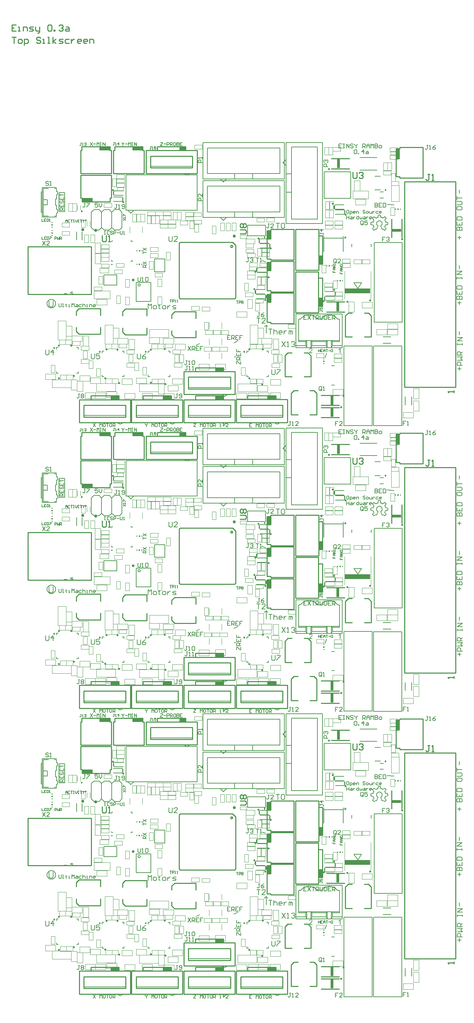
<source format=gto>
G04 Layer_Color=65535*
%FSLAX24Y24*%
%MOIN*%
G70*
G01*
G75*
%ADD10C,0.0070*%
%ADD12C,0.0100*%
%ADD15C,0.0080*%
%ADD116C,0.0300*%
%ADD141C,0.0098*%
%ADD142C,0.0060*%
%ADD143C,0.0050*%
%ADD144C,0.0039*%
%ADD145C,0.0200*%
%ADD146C,0.0250*%
%ADD147C,0.0079*%
%ADD148C,0.0020*%
%ADD149C,0.0020*%
%ADD150C,0.0040*%
%ADD151R,0.0120X0.0119*%
%ADD152R,0.0120X0.0060*%
%ADD153R,0.0120X0.0059*%
%ADD154R,0.0295X0.0879*%
%ADD155R,0.0879X0.0295*%
%ADD156R,0.2450X0.0492*%
%ADD157R,0.0119X0.0120*%
%ADD158R,0.0060X0.0120*%
%ADD159R,0.0059X0.0120*%
G36*
X21826Y94900D02*
X20796D01*
Y95275D01*
X21826D01*
Y94900D01*
D02*
G37*
G36*
X18616D02*
X17586D01*
Y95275D01*
X18616D01*
Y94900D01*
D02*
G37*
G36*
X46993Y94057D02*
X46618D01*
Y95088D01*
X46993D01*
Y94057D01*
D02*
G37*
G36*
X16897Y89865D02*
X15866D01*
Y90240D01*
X16897D01*
Y89865D01*
D02*
G37*
G36*
X41171Y75043D02*
X41110D01*
Y75431D01*
X41109Y75431D01*
X41106Y75428D01*
X41101Y75424D01*
X41094Y75418D01*
X41086Y75412D01*
X41076Y75405D01*
X41065Y75397D01*
X41052Y75389D01*
X41051D01*
X41051Y75388D01*
X41046Y75385D01*
X41039Y75381D01*
X41031Y75377D01*
X41021Y75372D01*
X41010Y75367D01*
X40999Y75362D01*
X40988Y75357D01*
Y75417D01*
X40989D01*
X40991Y75418D01*
X40994Y75419D01*
X40997Y75422D01*
X41001Y75424D01*
X41007Y75426D01*
X41019Y75433D01*
X41032Y75441D01*
X41047Y75451D01*
X41063Y75462D01*
X41077Y75474D01*
X41078Y75475D01*
X41078Y75476D01*
X41083Y75480D01*
X41090Y75487D01*
X41098Y75496D01*
X41107Y75506D01*
X41116Y75518D01*
X41125Y75530D01*
X41131Y75542D01*
X41171D01*
Y75043D01*
D02*
G37*
G36*
X38284Y75541D02*
X38290Y75540D01*
X38297Y75539D01*
X38304Y75539D01*
X38312Y75536D01*
X38331Y75532D01*
X38349Y75525D01*
X38359Y75521D01*
X38368Y75515D01*
X38377Y75508D01*
X38385Y75502D01*
X38386Y75501D01*
X38387Y75500D01*
X38389Y75498D01*
X38392Y75495D01*
X38395Y75490D01*
X38399Y75486D01*
X38406Y75474D01*
X38414Y75460D01*
X38421Y75443D01*
X38426Y75425D01*
X38427Y75414D01*
X38427Y75403D01*
Y75402D01*
Y75398D01*
X38427Y75392D01*
X38426Y75384D01*
X38424Y75375D01*
X38422Y75366D01*
X38419Y75355D01*
X38415Y75344D01*
X38414Y75343D01*
X38412Y75339D01*
X38409Y75334D01*
X38405Y75326D01*
X38399Y75317D01*
X38393Y75307D01*
X38384Y75296D01*
X38374Y75284D01*
X38372Y75282D01*
X38368Y75278D01*
X38362Y75271D01*
X38357Y75267D01*
X38352Y75261D01*
X38346Y75255D01*
X38338Y75248D01*
X38331Y75242D01*
X38322Y75233D01*
X38313Y75225D01*
X38303Y75216D01*
X38292Y75207D01*
X38280Y75196D01*
X38279Y75195D01*
X38278Y75194D01*
X38275Y75192D01*
X38271Y75189D01*
X38262Y75181D01*
X38250Y75171D01*
X38239Y75161D01*
X38227Y75150D01*
X38217Y75141D01*
X38213Y75137D01*
X38210Y75133D01*
X38209Y75133D01*
X38207Y75130D01*
X38204Y75127D01*
X38201Y75123D01*
X38192Y75113D01*
X38184Y75101D01*
X38428D01*
Y75043D01*
X38099D01*
Y75044D01*
Y75047D01*
Y75051D01*
X38100Y75056D01*
X38101Y75062D01*
X38102Y75069D01*
X38104Y75077D01*
X38106Y75084D01*
Y75085D01*
X38107Y75086D01*
X38108Y75090D01*
X38111Y75096D01*
X38116Y75106D01*
X38121Y75115D01*
X38129Y75127D01*
X38136Y75138D01*
X38146Y75150D01*
Y75151D01*
X38148Y75152D01*
X38151Y75156D01*
X38157Y75163D01*
X38167Y75172D01*
X38178Y75183D01*
X38191Y75195D01*
X38208Y75210D01*
X38226Y75226D01*
X38227Y75226D01*
X38230Y75229D01*
X38234Y75232D01*
X38239Y75237D01*
X38246Y75242D01*
X38253Y75249D01*
X38270Y75264D01*
X38288Y75281D01*
X38306Y75298D01*
X38315Y75307D01*
X38323Y75315D01*
X38330Y75323D01*
X38336Y75331D01*
Y75332D01*
X38337Y75332D01*
X38339Y75335D01*
X38340Y75338D01*
X38345Y75345D01*
X38350Y75355D01*
X38356Y75366D01*
X38360Y75378D01*
X38363Y75392D01*
X38365Y75405D01*
Y75406D01*
Y75406D01*
X38364Y75411D01*
X38363Y75418D01*
X38362Y75426D01*
X38358Y75436D01*
X38353Y75446D01*
X38347Y75456D01*
X38338Y75466D01*
X38337Y75467D01*
X38334Y75470D01*
X38328Y75474D01*
X38320Y75479D01*
X38310Y75483D01*
X38299Y75487D01*
X38285Y75490D01*
X38270Y75491D01*
X38266D01*
X38263Y75490D01*
X38255Y75490D01*
X38245Y75488D01*
X38234Y75484D01*
X38222Y75480D01*
X38210Y75473D01*
X38200Y75464D01*
X38199Y75462D01*
X38196Y75459D01*
X38191Y75453D01*
X38187Y75445D01*
X38182Y75434D01*
X38178Y75422D01*
X38175Y75408D01*
X38173Y75391D01*
X38111Y75398D01*
Y75399D01*
Y75401D01*
X38111Y75405D01*
X38112Y75409D01*
X38114Y75415D01*
X38114Y75422D01*
X38119Y75437D01*
X38125Y75455D01*
X38133Y75472D01*
X38145Y75490D01*
X38151Y75497D01*
X38158Y75505D01*
X38159Y75505D01*
X38161Y75506D01*
X38163Y75508D01*
X38166Y75511D01*
X38170Y75513D01*
X38176Y75517D01*
X38182Y75520D01*
X38188Y75524D01*
X38196Y75527D01*
X38204Y75530D01*
X38214Y75533D01*
X38224Y75536D01*
X38247Y75540D01*
X38259Y75541D01*
X38272Y75542D01*
X38278D01*
X38284Y75541D01*
D02*
G37*
G36*
X21826Y66908D02*
X20796D01*
Y67283D01*
X21826D01*
Y66908D01*
D02*
G37*
G36*
X18616D02*
X17586D01*
Y67283D01*
X18616D01*
Y66908D01*
D02*
G37*
G36*
X46993Y66065D02*
X46618D01*
Y67096D01*
X46993D01*
Y66065D01*
D02*
G37*
G36*
X16897Y61873D02*
X15866D01*
Y62248D01*
X16897D01*
Y61873D01*
D02*
G37*
G36*
X41171Y47051D02*
X41110D01*
Y47439D01*
X41109Y47438D01*
X41106Y47435D01*
X41101Y47432D01*
X41094Y47426D01*
X41086Y47420D01*
X41076Y47413D01*
X41065Y47404D01*
X41052Y47397D01*
X41051D01*
X41051Y47396D01*
X41046Y47393D01*
X41039Y47389D01*
X41031Y47385D01*
X41021Y47379D01*
X41010Y47375D01*
X40999Y47370D01*
X40988Y47365D01*
Y47425D01*
X40989D01*
X40991Y47426D01*
X40994Y47427D01*
X40997Y47429D01*
X41001Y47432D01*
X41007Y47434D01*
X41019Y47441D01*
X41032Y47449D01*
X41047Y47459D01*
X41063Y47470D01*
X41077Y47482D01*
X41078Y47483D01*
X41078Y47484D01*
X41083Y47488D01*
X41090Y47495D01*
X41098Y47503D01*
X41107Y47514D01*
X41116Y47525D01*
X41125Y47537D01*
X41131Y47550D01*
X41171D01*
Y47051D01*
D02*
G37*
G36*
X38284Y47549D02*
X38290Y47548D01*
X38297Y47547D01*
X38304Y47547D01*
X38312Y47544D01*
X38331Y47540D01*
X38349Y47533D01*
X38359Y47528D01*
X38368Y47523D01*
X38377Y47516D01*
X38385Y47510D01*
X38386Y47509D01*
X38387Y47508D01*
X38389Y47506D01*
X38392Y47503D01*
X38395Y47498D01*
X38399Y47494D01*
X38406Y47482D01*
X38414Y47468D01*
X38421Y47451D01*
X38426Y47432D01*
X38427Y47422D01*
X38427Y47411D01*
Y47410D01*
Y47406D01*
X38427Y47400D01*
X38426Y47392D01*
X38424Y47383D01*
X38422Y47373D01*
X38419Y47363D01*
X38415Y47352D01*
X38414Y47351D01*
X38412Y47347D01*
X38409Y47342D01*
X38405Y47334D01*
X38399Y47325D01*
X38393Y47314D01*
X38384Y47304D01*
X38374Y47292D01*
X38372Y47290D01*
X38368Y47286D01*
X38362Y47279D01*
X38357Y47274D01*
X38352Y47269D01*
X38346Y47263D01*
X38338Y47256D01*
X38331Y47249D01*
X38322Y47241D01*
X38313Y47233D01*
X38303Y47224D01*
X38292Y47215D01*
X38280Y47204D01*
X38279Y47203D01*
X38278Y47202D01*
X38275Y47200D01*
X38271Y47197D01*
X38262Y47189D01*
X38250Y47179D01*
X38239Y47169D01*
X38227Y47158D01*
X38217Y47149D01*
X38213Y47145D01*
X38210Y47141D01*
X38209Y47141D01*
X38207Y47138D01*
X38204Y47135D01*
X38201Y47131D01*
X38192Y47121D01*
X38184Y47109D01*
X38428D01*
Y47051D01*
X38099D01*
Y47051D01*
Y47054D01*
Y47059D01*
X38100Y47064D01*
X38101Y47070D01*
X38102Y47077D01*
X38104Y47085D01*
X38106Y47092D01*
Y47093D01*
X38107Y47094D01*
X38108Y47098D01*
X38111Y47104D01*
X38116Y47113D01*
X38121Y47123D01*
X38129Y47135D01*
X38136Y47146D01*
X38146Y47158D01*
Y47159D01*
X38148Y47159D01*
X38151Y47164D01*
X38157Y47171D01*
X38167Y47180D01*
X38178Y47190D01*
X38191Y47203D01*
X38208Y47218D01*
X38226Y47234D01*
X38227Y47234D01*
X38230Y47237D01*
X38234Y47240D01*
X38239Y47245D01*
X38246Y47250D01*
X38253Y47257D01*
X38270Y47271D01*
X38288Y47289D01*
X38306Y47306D01*
X38315Y47314D01*
X38323Y47323D01*
X38330Y47331D01*
X38336Y47339D01*
Y47339D01*
X38337Y47340D01*
X38339Y47342D01*
X38340Y47345D01*
X38345Y47353D01*
X38350Y47363D01*
X38356Y47374D01*
X38360Y47386D01*
X38363Y47400D01*
X38365Y47413D01*
Y47414D01*
Y47414D01*
X38364Y47419D01*
X38363Y47426D01*
X38362Y47434D01*
X38358Y47444D01*
X38353Y47454D01*
X38347Y47464D01*
X38338Y47474D01*
X38337Y47475D01*
X38334Y47478D01*
X38328Y47482D01*
X38320Y47487D01*
X38310Y47491D01*
X38299Y47495D01*
X38285Y47498D01*
X38270Y47499D01*
X38266D01*
X38263Y47498D01*
X38255Y47497D01*
X38245Y47496D01*
X38234Y47492D01*
X38222Y47488D01*
X38210Y47481D01*
X38200Y47472D01*
X38199Y47470D01*
X38196Y47467D01*
X38191Y47461D01*
X38187Y47453D01*
X38182Y47442D01*
X38178Y47430D01*
X38175Y47416D01*
X38173Y47399D01*
X38111Y47406D01*
Y47407D01*
Y47409D01*
X38111Y47413D01*
X38112Y47417D01*
X38114Y47423D01*
X38114Y47430D01*
X38119Y47445D01*
X38125Y47463D01*
X38133Y47480D01*
X38145Y47497D01*
X38151Y47505D01*
X38158Y47513D01*
X38159Y47513D01*
X38161Y47514D01*
X38163Y47516D01*
X38166Y47519D01*
X38170Y47521D01*
X38176Y47525D01*
X38182Y47528D01*
X38188Y47531D01*
X38196Y47534D01*
X38204Y47538D01*
X38214Y47541D01*
X38224Y47544D01*
X38247Y47548D01*
X38259Y47549D01*
X38272Y47550D01*
X38278D01*
X38284Y47549D01*
D02*
G37*
G36*
X21826Y38916D02*
X20796D01*
Y39291D01*
X21826D01*
Y38916D01*
D02*
G37*
G36*
X18616D02*
X17586D01*
Y39291D01*
X18616D01*
Y38916D01*
D02*
G37*
G36*
X46993Y38073D02*
X46618D01*
Y39104D01*
X46993D01*
Y38073D01*
D02*
G37*
G36*
X16897Y33881D02*
X15866D01*
Y34256D01*
X16897D01*
Y33881D01*
D02*
G37*
G36*
X41171Y19059D02*
X41110D01*
Y19447D01*
X41109Y19446D01*
X41106Y19443D01*
X41101Y19440D01*
X41094Y19434D01*
X41086Y19427D01*
X41076Y19421D01*
X41065Y19412D01*
X41052Y19405D01*
X41051D01*
X41051Y19404D01*
X41046Y19401D01*
X41039Y19397D01*
X41031Y19393D01*
X41021Y19387D01*
X41010Y19383D01*
X40999Y19378D01*
X40988Y19373D01*
Y19433D01*
X40989D01*
X40991Y19433D01*
X40994Y19435D01*
X40997Y19437D01*
X41001Y19440D01*
X41007Y19442D01*
X41019Y19449D01*
X41032Y19457D01*
X41047Y19467D01*
X41063Y19478D01*
X41077Y19490D01*
X41078Y19491D01*
X41078Y19492D01*
X41083Y19496D01*
X41090Y19503D01*
X41098Y19511D01*
X41107Y19522D01*
X41116Y19533D01*
X41125Y19545D01*
X41131Y19557D01*
X41171D01*
Y19059D01*
D02*
G37*
G36*
X38284Y19557D02*
X38290Y19556D01*
X38297Y19555D01*
X38304Y19554D01*
X38312Y19552D01*
X38331Y19548D01*
X38349Y19541D01*
X38359Y19536D01*
X38368Y19531D01*
X38377Y19524D01*
X38385Y19517D01*
X38386Y19517D01*
X38387Y19516D01*
X38389Y19514D01*
X38392Y19511D01*
X38395Y19506D01*
X38399Y19502D01*
X38406Y19490D01*
X38414Y19476D01*
X38421Y19459D01*
X38426Y19440D01*
X38427Y19430D01*
X38427Y19419D01*
Y19418D01*
Y19414D01*
X38427Y19408D01*
X38426Y19400D01*
X38424Y19391D01*
X38422Y19381D01*
X38419Y19371D01*
X38415Y19360D01*
X38414Y19359D01*
X38412Y19355D01*
X38409Y19350D01*
X38405Y19342D01*
X38399Y19333D01*
X38393Y19322D01*
X38384Y19312D01*
X38374Y19300D01*
X38372Y19298D01*
X38368Y19294D01*
X38362Y19287D01*
X38357Y19282D01*
X38352Y19277D01*
X38346Y19271D01*
X38338Y19264D01*
X38331Y19257D01*
X38322Y19249D01*
X38313Y19241D01*
X38303Y19232D01*
X38292Y19223D01*
X38280Y19212D01*
X38279Y19211D01*
X38278Y19210D01*
X38275Y19207D01*
X38271Y19204D01*
X38262Y19197D01*
X38250Y19187D01*
X38239Y19176D01*
X38227Y19166D01*
X38217Y19157D01*
X38213Y19153D01*
X38210Y19149D01*
X38209Y19148D01*
X38207Y19146D01*
X38204Y19143D01*
X38201Y19139D01*
X38192Y19129D01*
X38184Y19117D01*
X38428D01*
Y19059D01*
X38099D01*
Y19059D01*
Y19062D01*
Y19067D01*
X38100Y19072D01*
X38101Y19078D01*
X38102Y19085D01*
X38104Y19093D01*
X38106Y19100D01*
Y19101D01*
X38107Y19102D01*
X38108Y19106D01*
X38111Y19112D01*
X38116Y19121D01*
X38121Y19131D01*
X38129Y19142D01*
X38136Y19154D01*
X38146Y19166D01*
Y19167D01*
X38148Y19167D01*
X38151Y19172D01*
X38157Y19179D01*
X38167Y19188D01*
X38178Y19198D01*
X38191Y19211D01*
X38208Y19226D01*
X38226Y19241D01*
X38227Y19242D01*
X38230Y19244D01*
X38234Y19247D01*
X38239Y19253D01*
X38246Y19258D01*
X38253Y19265D01*
X38270Y19279D01*
X38288Y19297D01*
X38306Y19314D01*
X38315Y19322D01*
X38323Y19331D01*
X38330Y19339D01*
X38336Y19347D01*
Y19347D01*
X38337Y19348D01*
X38339Y19350D01*
X38340Y19353D01*
X38345Y19361D01*
X38350Y19371D01*
X38356Y19382D01*
X38360Y19394D01*
X38363Y19408D01*
X38365Y19421D01*
Y19421D01*
Y19422D01*
X38364Y19427D01*
X38363Y19433D01*
X38362Y19442D01*
X38358Y19452D01*
X38353Y19461D01*
X38347Y19472D01*
X38338Y19482D01*
X38337Y19483D01*
X38334Y19486D01*
X38328Y19489D01*
X38320Y19495D01*
X38310Y19499D01*
X38299Y19503D01*
X38285Y19506D01*
X38270Y19507D01*
X38266D01*
X38263Y19506D01*
X38255Y19505D01*
X38245Y19504D01*
X38234Y19500D01*
X38222Y19495D01*
X38210Y19489D01*
X38200Y19480D01*
X38199Y19478D01*
X38196Y19475D01*
X38191Y19469D01*
X38187Y19461D01*
X38182Y19450D01*
X38178Y19438D01*
X38175Y19424D01*
X38173Y19407D01*
X38111Y19414D01*
Y19415D01*
Y19417D01*
X38111Y19421D01*
X38112Y19425D01*
X38114Y19431D01*
X38114Y19438D01*
X38119Y19453D01*
X38125Y19471D01*
X38133Y19488D01*
X38145Y19505D01*
X38151Y19513D01*
X38158Y19520D01*
X38159Y19521D01*
X38161Y19522D01*
X38163Y19524D01*
X38166Y19526D01*
X38170Y19529D01*
X38176Y19533D01*
X38182Y19536D01*
X38188Y19539D01*
X38196Y19542D01*
X38204Y19546D01*
X38214Y19549D01*
X38224Y19551D01*
X38247Y19556D01*
X38259Y19557D01*
X38272Y19557D01*
X38278D01*
X38284Y19557D01*
D02*
G37*
G54D10*
X39589Y34219D02*
Y36818D01*
Y34219D02*
X42188D01*
Y36818D01*
X39589D02*
X42188D01*
X19318Y33621D02*
X19184D01*
X19251D01*
Y33288D01*
X19184Y33221D01*
X19118D01*
X19051Y33288D01*
X19451Y33221D02*
X19584D01*
X19518D01*
Y33621D01*
X19451Y33554D01*
X19784Y33288D02*
X19851Y33221D01*
X19984D01*
X20051Y33288D01*
Y33554D01*
X19984Y33621D01*
X19851D01*
X19784Y33554D01*
Y33488D01*
X19851Y33421D01*
X20051D01*
X36328Y12351D02*
X36194D01*
X36261D01*
Y12018D01*
X36194Y11951D01*
X36128D01*
X36061Y12018D01*
X36461Y11951D02*
X36594D01*
X36528D01*
Y12351D01*
X36461Y12284D01*
X37061Y11951D02*
X36794D01*
X37061Y12218D01*
Y12284D01*
X36994Y12351D01*
X36861D01*
X36794Y12284D01*
X26208Y17801D02*
X26074D01*
X26141D01*
Y17468D01*
X26074Y17401D01*
X26008D01*
X25941Y17468D01*
X26341Y17401D02*
X26474D01*
X26408D01*
Y17801D01*
X26341Y17734D01*
X26674Y17401D02*
X26807D01*
X26741D01*
Y17801D01*
X26674Y17734D01*
X26178Y18331D02*
X26044D01*
X26111D01*
Y17998D01*
X26044Y17931D01*
X25978D01*
X25911Y17998D01*
X26311Y17931D02*
X26444D01*
X26378D01*
Y18331D01*
X26311Y18264D01*
X26644D02*
X26711Y18331D01*
X26844D01*
X26911Y18264D01*
Y17998D01*
X26844Y17931D01*
X26711D01*
X26644Y17998D01*
Y18264D01*
X25248Y15051D02*
X25114D01*
X25181D01*
Y14718D01*
X25114Y14651D01*
X25048D01*
X24981Y14718D01*
X25381D02*
X25448Y14651D01*
X25581D01*
X25647Y14718D01*
Y14984D01*
X25581Y15051D01*
X25448D01*
X25381Y14984D01*
Y14918D01*
X25448Y14851D01*
X25647D01*
X15648Y15061D02*
X15514D01*
X15581D01*
Y14728D01*
X15514Y14661D01*
X15448D01*
X15381Y14728D01*
X15781Y14994D02*
X15848Y15061D01*
X15981D01*
X16047Y14994D01*
Y14928D01*
X15981Y14861D01*
X16047Y14794D01*
Y14728D01*
X15981Y14661D01*
X15848D01*
X15781Y14728D01*
Y14794D01*
X15848Y14861D01*
X15781Y14928D01*
Y14994D01*
X15848Y14861D02*
X15981D01*
X33278Y23031D02*
X33144D01*
X33211D01*
Y22698D01*
X33144Y22631D01*
X33078D01*
X33011Y22698D01*
X33677Y23031D02*
X33544Y22964D01*
X33411Y22831D01*
Y22698D01*
X33478Y22631D01*
X33611D01*
X33677Y22698D01*
Y22764D01*
X33611Y22831D01*
X33411D01*
X32218Y28401D02*
X32084D01*
X32151D01*
Y28068D01*
X32084Y28001D01*
X32018D01*
X31951Y28068D01*
X32351Y28334D02*
X32418Y28401D01*
X32551D01*
X32617Y28334D01*
Y28268D01*
X32551Y28201D01*
X32484D01*
X32551D01*
X32617Y28134D01*
Y28068D01*
X32551Y28001D01*
X32418D01*
X32351Y28068D01*
X34198Y31741D02*
X34064D01*
X34131D01*
Y31408D01*
X34064Y31341D01*
X33998D01*
X33931Y31408D01*
X34597Y31341D02*
X34331D01*
X34597Y31608D01*
Y31674D01*
X34531Y31741D01*
X34398D01*
X34331Y31674D01*
X40785Y27945D02*
Y28212D01*
X40718Y28278D01*
X40585D01*
X40518Y28212D01*
Y27945D01*
X40585Y27878D01*
X40718D01*
X40652Y28012D02*
X40785Y27878D01*
X40718D02*
X40785Y27945D01*
X41185Y27878D02*
X40918D01*
X41185Y28145D01*
Y28212D01*
X41118Y28278D01*
X40985D01*
X40918Y28212D01*
X39358Y15468D02*
Y15734D01*
X39291Y15801D01*
X39158D01*
X39091Y15734D01*
Y15468D01*
X39158Y15401D01*
X39291D01*
X39224Y15534D02*
X39358Y15401D01*
X39291D02*
X39358Y15468D01*
X39491Y15401D02*
X39624D01*
X39558D01*
Y15801D01*
X39491Y15734D01*
X12595Y35812D02*
X12528Y35878D01*
X12395D01*
X12328Y35812D01*
Y35745D01*
X12395Y35678D01*
X12528D01*
X12595Y35612D01*
Y35545D01*
X12528Y35478D01*
X12395D01*
X12328Y35545D01*
X12728Y35478D02*
X12862D01*
X12795D01*
Y35878D01*
X12728Y35812D01*
X12021Y30041D02*
X12288Y29641D01*
Y30041D02*
X12021Y29641D01*
X12687D02*
X12421D01*
X12687Y29908D01*
Y29974D01*
X12621Y30041D01*
X12488D01*
X12421Y29974D01*
X43405Y31685D02*
Y31952D01*
X43338Y32018D01*
X43205D01*
X43138Y31952D01*
Y31685D01*
X43205Y31618D01*
X43338D01*
X43272Y31752D02*
X43405Y31618D01*
X43338D02*
X43405Y31685D01*
X43805Y32018D02*
X43538D01*
Y31818D01*
X43672Y31885D01*
X43738D01*
X43805Y31818D01*
Y31685D01*
X43738Y31618D01*
X43605D01*
X43538Y31685D01*
X21358Y26498D02*
Y26165D01*
X21425Y26098D01*
X21558D01*
X21625Y26165D01*
Y26498D01*
X21758Y26098D02*
X21892D01*
X21825D01*
Y26498D01*
X21758Y26432D01*
X22092D02*
X22158Y26498D01*
X22292D01*
X22358Y26432D01*
Y26165D01*
X22292Y26098D01*
X22158D01*
X22092Y26165D01*
Y26432D01*
X47565Y12398D02*
X47298D01*
Y12198D01*
X47432D01*
X47298D01*
Y11998D01*
X47698D02*
X47832D01*
X47765D01*
Y12398D01*
X47698Y12332D01*
X40955Y12358D02*
X40689D01*
Y12158D01*
X40822D01*
X40689D01*
Y11959D01*
X41355D02*
X41088D01*
X41355Y12225D01*
Y12292D01*
X41288Y12358D01*
X41155D01*
X41088Y12292D01*
X45548Y30431D02*
X45281D01*
Y30231D01*
X45414D01*
X45281D01*
Y30031D01*
X45681Y30364D02*
X45748Y30431D01*
X45881D01*
X45947Y30364D01*
Y30298D01*
X45881Y30231D01*
X45814D01*
X45881D01*
X45947Y30164D01*
Y30098D01*
X45881Y30031D01*
X45748D01*
X45681Y30098D01*
X39959Y37318D02*
X39559D01*
Y37518D01*
X39625Y37585D01*
X39759D01*
X39825Y37518D01*
Y37318D01*
X39625Y37718D02*
X39559Y37785D01*
Y37918D01*
X39625Y37985D01*
X39692D01*
X39759Y37918D01*
Y37852D01*
Y37918D01*
X39825Y37985D01*
X39892D01*
X39959Y37918D01*
Y37785D01*
X39892Y37718D01*
X27651Y37721D02*
X27251D01*
Y37921D01*
X27318Y37988D01*
X27451D01*
X27518Y37921D01*
Y37721D01*
X27651Y38121D02*
Y38254D01*
Y38188D01*
X27251D01*
X27318Y38121D01*
X27641Y33991D02*
X27241D01*
Y34191D01*
X27308Y34258D01*
X27441D01*
X27508Y34191D01*
Y33991D01*
X27641Y34657D02*
Y34391D01*
X27374Y34657D01*
X27308D01*
X27241Y34591D01*
Y34458D01*
X27308Y34391D01*
X49735Y39438D02*
X49602D01*
X49668D01*
Y39105D01*
X49602Y39039D01*
X49535D01*
X49468Y39105D01*
X49868Y39039D02*
X50002D01*
X49935D01*
Y39438D01*
X49868Y39372D01*
X50468Y39438D02*
X50335Y39372D01*
X50202Y39238D01*
Y39105D01*
X50268Y39039D01*
X50402D01*
X50468Y39105D01*
Y39172D01*
X50402Y39238D01*
X50202D01*
X44549Y33748D02*
Y33349D01*
X44748D01*
X44815Y33415D01*
Y33482D01*
X44748Y33548D01*
X44549D01*
X44748D01*
X44815Y33615D01*
Y33682D01*
X44748Y33748D01*
X44549D01*
X45215D02*
X44948D01*
Y33349D01*
X45215D01*
X44948Y33548D02*
X45082D01*
X45348Y33748D02*
Y33349D01*
X45548D01*
X45615Y33415D01*
Y33682D01*
X45548Y33748D01*
X45348D01*
X30385Y20788D02*
X30119D01*
Y20389D01*
X30385D01*
X30119Y20588D02*
X30252D01*
X30518Y20389D02*
Y20788D01*
X30718D01*
X30785Y20722D01*
Y20588D01*
X30718Y20522D01*
X30518D01*
X30652D02*
X30785Y20389D01*
X31185Y20788D02*
X30918D01*
Y20389D01*
X31185D01*
X30918Y20588D02*
X31052D01*
X31585Y20788D02*
X31318D01*
Y20588D01*
X31451D01*
X31318D01*
Y20389D01*
X31011Y18001D02*
Y18268D01*
X31078D01*
X31344Y18001D01*
X31411D01*
Y18268D01*
Y18401D02*
X31011D01*
Y18601D01*
X31078Y18667D01*
X31211D01*
X31278Y18601D01*
Y18401D01*
Y18534D02*
X31411Y18667D01*
X31011Y19067D02*
Y18801D01*
X31411D01*
Y19067D01*
X31211Y18801D02*
Y18934D01*
X31011Y19467D02*
Y19201D01*
X31211D01*
Y19334D01*
Y19201D01*
X31411D01*
X26261Y19721D02*
X26528Y19321D01*
Y19721D02*
X26261Y19321D01*
X26661D02*
Y19721D01*
X26861D01*
X26927Y19654D01*
Y19521D01*
X26861Y19454D01*
X26661D01*
X26794D02*
X26927Y19321D01*
X27327Y19721D02*
X27061D01*
Y19321D01*
X27327D01*
X27061Y19521D02*
X27194D01*
X27727Y19721D02*
X27461D01*
Y19521D01*
X27594D01*
X27461D01*
Y19321D01*
X32901Y28398D02*
X33168D01*
X33034D01*
Y27998D01*
X33301D02*
X33434D01*
X33368D01*
Y28398D01*
X33301Y28332D01*
X17415Y33768D02*
X17148D01*
Y33568D01*
X17282Y33635D01*
X17348D01*
X17415Y33568D01*
Y33435D01*
X17348Y33368D01*
X17215D01*
X17148Y33435D01*
X17548Y33768D02*
Y33502D01*
X17682Y33368D01*
X17815Y33502D01*
Y33768D01*
X13608Y23938D02*
Y23638D01*
X13668Y23579D01*
X13788D01*
X13848Y23638D01*
Y23938D01*
X13968Y23579D02*
X14088D01*
X14028D01*
Y23938D01*
X13968D01*
X14328Y23878D02*
Y23818D01*
X14268D01*
X14388D01*
X14328D01*
Y23638D01*
X14388Y23579D01*
X14568D02*
X14688D01*
X14628D01*
Y23818D01*
X14568D01*
X14868Y23579D02*
Y23938D01*
X14988Y23818D01*
X15108Y23938D01*
Y23579D01*
X15288Y23818D02*
X15408D01*
X15468Y23758D01*
Y23579D01*
X15288D01*
X15228Y23638D01*
X15288Y23698D01*
X15468D01*
X15828Y23818D02*
X15648D01*
X15588Y23758D01*
Y23638D01*
X15648Y23579D01*
X15828D01*
X15948Y23938D02*
Y23579D01*
Y23758D01*
X16008Y23818D01*
X16128D01*
X16188Y23758D01*
Y23579D01*
X16308D02*
X16428D01*
X16368D01*
Y23818D01*
X16308D01*
X16608Y23579D02*
Y23818D01*
X16787D01*
X16847Y23758D01*
Y23579D01*
X17147D02*
X17027D01*
X16967Y23638D01*
Y23758D01*
X17027Y23818D01*
X17147D01*
X17207Y23758D01*
Y23698D01*
X16967D01*
X37835Y22748D02*
X37569D01*
Y22348D01*
X37835D01*
X37569Y22548D02*
X37702D01*
X37968Y22748D02*
X38235Y22348D01*
Y22748D02*
X37968Y22348D01*
X38368Y22748D02*
X38635D01*
X38502D01*
Y22348D01*
X38768D02*
Y22748D01*
X38968D01*
X39035Y22682D01*
Y22548D01*
X38968Y22482D01*
X38768D01*
X38901D02*
X39035Y22348D01*
X39168Y22748D02*
Y22415D01*
X39235Y22348D01*
X39368D01*
X39435Y22415D01*
Y22748D01*
X39568D02*
Y22348D01*
X39768D01*
X39834Y22415D01*
Y22682D01*
X39768Y22748D01*
X39568D01*
X40234D02*
X39968D01*
Y22348D01*
X40234D01*
X39968Y22548D02*
X40101D01*
X40368Y22348D02*
Y22748D01*
X40568D01*
X40634Y22682D01*
Y22548D01*
X40568Y22482D01*
X40368D01*
X40501D02*
X40634Y22348D01*
X39589Y62211D02*
Y64810D01*
Y62211D02*
X42188D01*
Y64810D01*
X39589D02*
X42188D01*
X19318Y61613D02*
X19184D01*
X19251D01*
Y61280D01*
X19184Y61213D01*
X19118D01*
X19051Y61280D01*
X19451Y61213D02*
X19584D01*
X19518D01*
Y61613D01*
X19451Y61546D01*
X19784Y61280D02*
X19851Y61213D01*
X19984D01*
X20051Y61280D01*
Y61546D01*
X19984Y61613D01*
X19851D01*
X19784Y61546D01*
Y61480D01*
X19851Y61413D01*
X20051D01*
X36328Y40343D02*
X36194D01*
X36261D01*
Y40010D01*
X36194Y39943D01*
X36128D01*
X36061Y40010D01*
X36461Y39943D02*
X36594D01*
X36528D01*
Y40343D01*
X36461Y40276D01*
X37061Y39943D02*
X36794D01*
X37061Y40210D01*
Y40276D01*
X36994Y40343D01*
X36861D01*
X36794Y40276D01*
X26208Y45793D02*
X26074D01*
X26141D01*
Y45460D01*
X26074Y45393D01*
X26008D01*
X25941Y45460D01*
X26341Y45393D02*
X26474D01*
X26408D01*
Y45793D01*
X26341Y45726D01*
X26674Y45393D02*
X26807D01*
X26741D01*
Y45793D01*
X26674Y45726D01*
X26178Y46323D02*
X26044D01*
X26111D01*
Y45990D01*
X26044Y45923D01*
X25978D01*
X25911Y45990D01*
X26311Y45923D02*
X26444D01*
X26378D01*
Y46323D01*
X26311Y46256D01*
X26644D02*
X26711Y46323D01*
X26844D01*
X26911Y46256D01*
Y45990D01*
X26844Y45923D01*
X26711D01*
X26644Y45990D01*
Y46256D01*
X25248Y43043D02*
X25114D01*
X25181D01*
Y42710D01*
X25114Y42643D01*
X25048D01*
X24981Y42710D01*
X25381D02*
X25448Y42643D01*
X25581D01*
X25647Y42710D01*
Y42976D01*
X25581Y43043D01*
X25448D01*
X25381Y42976D01*
Y42910D01*
X25448Y42843D01*
X25647D01*
X15648Y43053D02*
X15514D01*
X15581D01*
Y42720D01*
X15514Y42653D01*
X15448D01*
X15381Y42720D01*
X15781Y42986D02*
X15848Y43053D01*
X15981D01*
X16047Y42986D01*
Y42920D01*
X15981Y42853D01*
X16047Y42786D01*
Y42720D01*
X15981Y42653D01*
X15848D01*
X15781Y42720D01*
Y42786D01*
X15848Y42853D01*
X15781Y42920D01*
Y42986D01*
X15848Y42853D02*
X15981D01*
X33278Y51023D02*
X33144D01*
X33211D01*
Y50690D01*
X33144Y50623D01*
X33078D01*
X33011Y50690D01*
X33677Y51023D02*
X33544Y50956D01*
X33411Y50823D01*
Y50690D01*
X33478Y50623D01*
X33611D01*
X33677Y50690D01*
Y50756D01*
X33611Y50823D01*
X33411D01*
X32218Y56393D02*
X32084D01*
X32151D01*
Y56060D01*
X32084Y55993D01*
X32018D01*
X31951Y56060D01*
X32351Y56326D02*
X32418Y56393D01*
X32551D01*
X32617Y56326D01*
Y56260D01*
X32551Y56193D01*
X32484D01*
X32551D01*
X32617Y56126D01*
Y56060D01*
X32551Y55993D01*
X32418D01*
X32351Y56060D01*
X34198Y59733D02*
X34064D01*
X34131D01*
Y59400D01*
X34064Y59333D01*
X33998D01*
X33931Y59400D01*
X34597Y59333D02*
X34331D01*
X34597Y59600D01*
Y59666D01*
X34531Y59733D01*
X34398D01*
X34331Y59666D01*
X40785Y55937D02*
Y56204D01*
X40718Y56270D01*
X40585D01*
X40518Y56204D01*
Y55937D01*
X40585Y55871D01*
X40718D01*
X40652Y56004D02*
X40785Y55871D01*
X40718D02*
X40785Y55937D01*
X41185Y55871D02*
X40918D01*
X41185Y56137D01*
Y56204D01*
X41118Y56270D01*
X40985D01*
X40918Y56204D01*
X39358Y43460D02*
Y43726D01*
X39291Y43793D01*
X39158D01*
X39091Y43726D01*
Y43460D01*
X39158Y43393D01*
X39291D01*
X39224Y43526D02*
X39358Y43393D01*
X39291D02*
X39358Y43460D01*
X39491Y43393D02*
X39624D01*
X39558D01*
Y43793D01*
X39491Y43726D01*
X12595Y63804D02*
X12528Y63871D01*
X12395D01*
X12328Y63804D01*
Y63737D01*
X12395Y63671D01*
X12528D01*
X12595Y63604D01*
Y63537D01*
X12528Y63471D01*
X12395D01*
X12328Y63537D01*
X12728Y63471D02*
X12862D01*
X12795D01*
Y63871D01*
X12728Y63804D01*
X12021Y58033D02*
X12288Y57633D01*
Y58033D02*
X12021Y57633D01*
X12687D02*
X12421D01*
X12687Y57900D01*
Y57966D01*
X12621Y58033D01*
X12488D01*
X12421Y57966D01*
X43405Y59677D02*
Y59944D01*
X43338Y60010D01*
X43205D01*
X43138Y59944D01*
Y59677D01*
X43205Y59611D01*
X43338D01*
X43272Y59744D02*
X43405Y59611D01*
X43338D02*
X43405Y59677D01*
X43805Y60010D02*
X43538D01*
Y59811D01*
X43672Y59877D01*
X43738D01*
X43805Y59811D01*
Y59677D01*
X43738Y59611D01*
X43605D01*
X43538Y59677D01*
X21358Y54490D02*
Y54157D01*
X21425Y54091D01*
X21558D01*
X21625Y54157D01*
Y54490D01*
X21758Y54091D02*
X21892D01*
X21825D01*
Y54490D01*
X21758Y54424D01*
X22092D02*
X22158Y54490D01*
X22292D01*
X22358Y54424D01*
Y54157D01*
X22292Y54091D01*
X22158D01*
X22092Y54157D01*
Y54424D01*
X47565Y40391D02*
X47298D01*
Y40191D01*
X47432D01*
X47298D01*
Y39991D01*
X47698D02*
X47832D01*
X47765D01*
Y40391D01*
X47698Y40324D01*
X40955Y40350D02*
X40689D01*
Y40151D01*
X40822D01*
X40689D01*
Y39951D01*
X41355D02*
X41088D01*
X41355Y40217D01*
Y40284D01*
X41288Y40350D01*
X41155D01*
X41088Y40284D01*
X45548Y58423D02*
X45281D01*
Y58223D01*
X45414D01*
X45281D01*
Y58023D01*
X45681Y58356D02*
X45748Y58423D01*
X45881D01*
X45947Y58356D01*
Y58290D01*
X45881Y58223D01*
X45814D01*
X45881D01*
X45947Y58156D01*
Y58090D01*
X45881Y58023D01*
X45748D01*
X45681Y58090D01*
X39959Y65311D02*
X39559D01*
Y65511D01*
X39625Y65577D01*
X39759D01*
X39825Y65511D01*
Y65311D01*
X39625Y65711D02*
X39559Y65777D01*
Y65910D01*
X39625Y65977D01*
X39692D01*
X39759Y65910D01*
Y65844D01*
Y65910D01*
X39825Y65977D01*
X39892D01*
X39959Y65910D01*
Y65777D01*
X39892Y65711D01*
X27651Y65713D02*
X27251D01*
Y65913D01*
X27318Y65980D01*
X27451D01*
X27518Y65913D01*
Y65713D01*
X27651Y66113D02*
Y66246D01*
Y66180D01*
X27251D01*
X27318Y66113D01*
X27641Y61983D02*
X27241D01*
Y62183D01*
X27308Y62250D01*
X27441D01*
X27508Y62183D01*
Y61983D01*
X27641Y62650D02*
Y62383D01*
X27374Y62650D01*
X27308D01*
X27241Y62583D01*
Y62450D01*
X27308Y62383D01*
X49735Y67431D02*
X49602D01*
X49668D01*
Y67097D01*
X49602Y67031D01*
X49535D01*
X49468Y67097D01*
X49868Y67031D02*
X50002D01*
X49935D01*
Y67431D01*
X49868Y67364D01*
X50468Y67431D02*
X50335Y67364D01*
X50202Y67231D01*
Y67097D01*
X50268Y67031D01*
X50402D01*
X50468Y67097D01*
Y67164D01*
X50402Y67231D01*
X50202D01*
X44549Y61740D02*
Y61341D01*
X44748D01*
X44815Y61407D01*
Y61474D01*
X44748Y61541D01*
X44549D01*
X44748D01*
X44815Y61607D01*
Y61674D01*
X44748Y61740D01*
X44549D01*
X45215D02*
X44948D01*
Y61341D01*
X45215D01*
X44948Y61541D02*
X45082D01*
X45348Y61740D02*
Y61341D01*
X45548D01*
X45615Y61407D01*
Y61674D01*
X45548Y61740D01*
X45348D01*
X30385Y48780D02*
X30119D01*
Y48381D01*
X30385D01*
X30119Y48581D02*
X30252D01*
X30518Y48381D02*
Y48780D01*
X30718D01*
X30785Y48714D01*
Y48581D01*
X30718Y48514D01*
X30518D01*
X30652D02*
X30785Y48381D01*
X31185Y48780D02*
X30918D01*
Y48381D01*
X31185D01*
X30918Y48581D02*
X31052D01*
X31585Y48780D02*
X31318D01*
Y48581D01*
X31451D01*
X31318D01*
Y48381D01*
X31011Y45993D02*
Y46260D01*
X31078D01*
X31344Y45993D01*
X31411D01*
Y46260D01*
Y46393D02*
X31011D01*
Y46593D01*
X31078Y46660D01*
X31211D01*
X31278Y46593D01*
Y46393D01*
Y46526D02*
X31411Y46660D01*
X31011Y47059D02*
Y46793D01*
X31411D01*
Y47059D01*
X31211Y46793D02*
Y46926D01*
X31011Y47459D02*
Y47193D01*
X31211D01*
Y47326D01*
Y47193D01*
X31411D01*
X26261Y47713D02*
X26528Y47313D01*
Y47713D02*
X26261Y47313D01*
X26661D02*
Y47713D01*
X26861D01*
X26927Y47646D01*
Y47513D01*
X26861Y47446D01*
X26661D01*
X26794D02*
X26927Y47313D01*
X27327Y47713D02*
X27061D01*
Y47313D01*
X27327D01*
X27061Y47513D02*
X27194D01*
X27727Y47713D02*
X27461D01*
Y47513D01*
X27594D01*
X27461D01*
Y47313D01*
X32901Y56391D02*
X33168D01*
X33034D01*
Y55991D01*
X33301D02*
X33434D01*
X33368D01*
Y56391D01*
X33301Y56324D01*
X17415Y61761D02*
X17148D01*
Y61561D01*
X17282Y61627D01*
X17348D01*
X17415Y61561D01*
Y61427D01*
X17348Y61361D01*
X17215D01*
X17148Y61427D01*
X17548Y61761D02*
Y61494D01*
X17682Y61361D01*
X17815Y61494D01*
Y61761D01*
X13608Y51931D02*
Y51631D01*
X13668Y51571D01*
X13788D01*
X13848Y51631D01*
Y51931D01*
X13968Y51571D02*
X14088D01*
X14028D01*
Y51931D01*
X13968D01*
X14328Y51871D02*
Y51811D01*
X14268D01*
X14388D01*
X14328D01*
Y51631D01*
X14388Y51571D01*
X14568D02*
X14688D01*
X14628D01*
Y51811D01*
X14568D01*
X14868Y51571D02*
Y51931D01*
X14988Y51811D01*
X15108Y51931D01*
Y51571D01*
X15288Y51811D02*
X15408D01*
X15468Y51751D01*
Y51571D01*
X15288D01*
X15228Y51631D01*
X15288Y51691D01*
X15468D01*
X15828Y51811D02*
X15648D01*
X15588Y51751D01*
Y51631D01*
X15648Y51571D01*
X15828D01*
X15948Y51931D02*
Y51571D01*
Y51751D01*
X16008Y51811D01*
X16128D01*
X16188Y51751D01*
Y51571D01*
X16308D02*
X16428D01*
X16368D01*
Y51811D01*
X16308D01*
X16608Y51571D02*
Y51811D01*
X16787D01*
X16847Y51751D01*
Y51571D01*
X17147D02*
X17027D01*
X16967Y51631D01*
Y51751D01*
X17027Y51811D01*
X17147D01*
X17207Y51751D01*
Y51691D01*
X16967D01*
X37835Y50740D02*
X37569D01*
Y50341D01*
X37835D01*
X37569Y50541D02*
X37702D01*
X37968Y50740D02*
X38235Y50341D01*
Y50740D02*
X37968Y50341D01*
X38368Y50740D02*
X38635D01*
X38502D01*
Y50341D01*
X38768D02*
Y50740D01*
X38968D01*
X39035Y50674D01*
Y50541D01*
X38968Y50474D01*
X38768D01*
X38901D02*
X39035Y50341D01*
X39168Y50740D02*
Y50407D01*
X39235Y50341D01*
X39368D01*
X39435Y50407D01*
Y50740D01*
X39568D02*
Y50341D01*
X39768D01*
X39834Y50407D01*
Y50674D01*
X39768Y50740D01*
X39568D01*
X40234D02*
X39968D01*
Y50341D01*
X40234D01*
X39968Y50541D02*
X40101D01*
X40368Y50341D02*
Y50740D01*
X40568D01*
X40634Y50674D01*
Y50541D01*
X40568Y50474D01*
X40368D01*
X40501D02*
X40634Y50341D01*
X39589Y90204D02*
Y92802D01*
Y90204D02*
X42188D01*
Y92802D01*
X39589D02*
X42188D01*
X19318Y89605D02*
X19184D01*
X19251D01*
Y89272D01*
X19184Y89205D01*
X19118D01*
X19051Y89272D01*
X19451Y89205D02*
X19584D01*
X19518D01*
Y89605D01*
X19451Y89538D01*
X19784Y89272D02*
X19851Y89205D01*
X19984D01*
X20051Y89272D01*
Y89538D01*
X19984Y89605D01*
X19851D01*
X19784Y89538D01*
Y89472D01*
X19851Y89405D01*
X20051D01*
X36328Y68335D02*
X36194D01*
X36261D01*
Y68002D01*
X36194Y67935D01*
X36128D01*
X36061Y68002D01*
X36461Y67935D02*
X36594D01*
X36528D01*
Y68335D01*
X36461Y68268D01*
X37061Y67935D02*
X36794D01*
X37061Y68202D01*
Y68268D01*
X36994Y68335D01*
X36861D01*
X36794Y68268D01*
X26208Y73785D02*
X26074D01*
X26141D01*
Y73452D01*
X26074Y73385D01*
X26008D01*
X25941Y73452D01*
X26341Y73385D02*
X26474D01*
X26408D01*
Y73785D01*
X26341Y73719D01*
X26674Y73385D02*
X26807D01*
X26741D01*
Y73785D01*
X26674Y73719D01*
X26178Y74315D02*
X26044D01*
X26111D01*
Y73982D01*
X26044Y73915D01*
X25978D01*
X25911Y73982D01*
X26311Y73915D02*
X26444D01*
X26378D01*
Y74315D01*
X26311Y74248D01*
X26644D02*
X26711Y74315D01*
X26844D01*
X26911Y74248D01*
Y73982D01*
X26844Y73915D01*
X26711D01*
X26644Y73982D01*
Y74248D01*
X25248Y71035D02*
X25114D01*
X25181D01*
Y70702D01*
X25114Y70635D01*
X25048D01*
X24981Y70702D01*
X25381D02*
X25448Y70635D01*
X25581D01*
X25647Y70702D01*
Y70968D01*
X25581Y71035D01*
X25448D01*
X25381Y70968D01*
Y70902D01*
X25448Y70835D01*
X25647D01*
X15648Y71045D02*
X15514D01*
X15581D01*
Y70712D01*
X15514Y70645D01*
X15448D01*
X15381Y70712D01*
X15781Y70978D02*
X15848Y71045D01*
X15981D01*
X16047Y70978D01*
Y70912D01*
X15981Y70845D01*
X16047Y70779D01*
Y70712D01*
X15981Y70645D01*
X15848D01*
X15781Y70712D01*
Y70779D01*
X15848Y70845D01*
X15781Y70912D01*
Y70978D01*
X15848Y70845D02*
X15981D01*
X33278Y79015D02*
X33144D01*
X33211D01*
Y78682D01*
X33144Y78615D01*
X33078D01*
X33011Y78682D01*
X33677Y79015D02*
X33544Y78948D01*
X33411Y78815D01*
Y78682D01*
X33478Y78615D01*
X33611D01*
X33677Y78682D01*
Y78749D01*
X33611Y78815D01*
X33411D01*
X32218Y84385D02*
X32084D01*
X32151D01*
Y84052D01*
X32084Y83985D01*
X32018D01*
X31951Y84052D01*
X32351Y84319D02*
X32418Y84385D01*
X32551D01*
X32617Y84319D01*
Y84252D01*
X32551Y84185D01*
X32484D01*
X32551D01*
X32617Y84119D01*
Y84052D01*
X32551Y83985D01*
X32418D01*
X32351Y84052D01*
X34198Y87725D02*
X34064D01*
X34131D01*
Y87392D01*
X34064Y87325D01*
X33998D01*
X33931Y87392D01*
X34597Y87325D02*
X34331D01*
X34597Y87592D01*
Y87659D01*
X34531Y87725D01*
X34398D01*
X34331Y87659D01*
X40785Y83929D02*
Y84196D01*
X40718Y84263D01*
X40585D01*
X40518Y84196D01*
Y83929D01*
X40585Y83863D01*
X40718D01*
X40652Y83996D02*
X40785Y83863D01*
X40718D02*
X40785Y83929D01*
X41185Y83863D02*
X40918D01*
X41185Y84129D01*
Y84196D01*
X41118Y84263D01*
X40985D01*
X40918Y84196D01*
X39358Y71452D02*
Y71719D01*
X39291Y71785D01*
X39158D01*
X39091Y71719D01*
Y71452D01*
X39158Y71385D01*
X39291D01*
X39224Y71519D02*
X39358Y71385D01*
X39291D02*
X39358Y71452D01*
X39491Y71385D02*
X39624D01*
X39558D01*
Y71785D01*
X39491Y71719D01*
X12595Y91796D02*
X12528Y91863D01*
X12395D01*
X12328Y91796D01*
Y91729D01*
X12395Y91663D01*
X12528D01*
X12595Y91596D01*
Y91529D01*
X12528Y91463D01*
X12395D01*
X12328Y91529D01*
X12728Y91463D02*
X12862D01*
X12795D01*
Y91863D01*
X12728Y91796D01*
X12021Y86025D02*
X12288Y85625D01*
Y86025D02*
X12021Y85625D01*
X12687D02*
X12421D01*
X12687Y85892D01*
Y85958D01*
X12621Y86025D01*
X12488D01*
X12421Y85958D01*
X43405Y87669D02*
Y87936D01*
X43338Y88003D01*
X43205D01*
X43138Y87936D01*
Y87669D01*
X43205Y87603D01*
X43338D01*
X43272Y87736D02*
X43405Y87603D01*
X43338D02*
X43405Y87669D01*
X43805Y88003D02*
X43538D01*
Y87803D01*
X43672Y87869D01*
X43738D01*
X43805Y87803D01*
Y87669D01*
X43738Y87603D01*
X43605D01*
X43538Y87669D01*
X21358Y82483D02*
Y82149D01*
X21425Y82083D01*
X21558D01*
X21625Y82149D01*
Y82483D01*
X21758Y82083D02*
X21892D01*
X21825D01*
Y82483D01*
X21758Y82416D01*
X22092D02*
X22158Y82483D01*
X22292D01*
X22358Y82416D01*
Y82149D01*
X22292Y82083D01*
X22158D01*
X22092Y82149D01*
Y82416D01*
X47565Y68383D02*
X47298D01*
Y68183D01*
X47432D01*
X47298D01*
Y67983D01*
X47698D02*
X47832D01*
X47765D01*
Y68383D01*
X47698Y68316D01*
X40955Y68343D02*
X40689D01*
Y68143D01*
X40822D01*
X40689D01*
Y67943D01*
X41355D02*
X41088D01*
X41355Y68209D01*
Y68276D01*
X41288Y68343D01*
X41155D01*
X41088Y68276D01*
X45548Y86415D02*
X45281D01*
Y86215D01*
X45414D01*
X45281D01*
Y86015D01*
X45681Y86348D02*
X45748Y86415D01*
X45881D01*
X45947Y86348D01*
Y86282D01*
X45881Y86215D01*
X45814D01*
X45881D01*
X45947Y86149D01*
Y86082D01*
X45881Y86015D01*
X45748D01*
X45681Y86082D01*
X39959Y93303D02*
X39559D01*
Y93503D01*
X39625Y93569D01*
X39759D01*
X39825Y93503D01*
Y93303D01*
X39625Y93703D02*
X39559Y93769D01*
Y93903D01*
X39625Y93969D01*
X39692D01*
X39759Y93903D01*
Y93836D01*
Y93903D01*
X39825Y93969D01*
X39892D01*
X39959Y93903D01*
Y93769D01*
X39892Y93703D01*
X27651Y93705D02*
X27251D01*
Y93905D01*
X27318Y93972D01*
X27451D01*
X27518Y93905D01*
Y93705D01*
X27651Y94105D02*
Y94238D01*
Y94172D01*
X27251D01*
X27318Y94105D01*
X27641Y89975D02*
X27241D01*
Y90175D01*
X27308Y90242D01*
X27441D01*
X27508Y90175D01*
Y89975D01*
X27641Y90642D02*
Y90375D01*
X27374Y90642D01*
X27308D01*
X27241Y90575D01*
Y90442D01*
X27308Y90375D01*
X49735Y95423D02*
X49602D01*
X49668D01*
Y95089D01*
X49602Y95023D01*
X49535D01*
X49468Y95089D01*
X49868Y95023D02*
X50002D01*
X49935D01*
Y95423D01*
X49868Y95356D01*
X50468Y95423D02*
X50335Y95356D01*
X50202Y95223D01*
Y95089D01*
X50268Y95023D01*
X50402D01*
X50468Y95089D01*
Y95156D01*
X50402Y95223D01*
X50202D01*
X44549Y89733D02*
Y89333D01*
X44748D01*
X44815Y89399D01*
Y89466D01*
X44748Y89533D01*
X44549D01*
X44748D01*
X44815Y89599D01*
Y89666D01*
X44748Y89733D01*
X44549D01*
X45215D02*
X44948D01*
Y89333D01*
X45215D01*
X44948Y89533D02*
X45082D01*
X45348Y89733D02*
Y89333D01*
X45548D01*
X45615Y89399D01*
Y89666D01*
X45548Y89733D01*
X45348D01*
X30385Y76773D02*
X30119D01*
Y76373D01*
X30385D01*
X30119Y76573D02*
X30252D01*
X30518Y76373D02*
Y76773D01*
X30718D01*
X30785Y76706D01*
Y76573D01*
X30718Y76506D01*
X30518D01*
X30652D02*
X30785Y76373D01*
X31185Y76773D02*
X30918D01*
Y76373D01*
X31185D01*
X30918Y76573D02*
X31052D01*
X31585Y76773D02*
X31318D01*
Y76573D01*
X31451D01*
X31318D01*
Y76373D01*
X31011Y73985D02*
Y74252D01*
X31078D01*
X31344Y73985D01*
X31411D01*
Y74252D01*
Y74385D02*
X31011D01*
Y74585D01*
X31078Y74652D01*
X31211D01*
X31278Y74585D01*
Y74385D01*
Y74518D02*
X31411Y74652D01*
X31011Y75052D02*
Y74785D01*
X31411D01*
Y75052D01*
X31211Y74785D02*
Y74918D01*
X31011Y75451D02*
Y75185D01*
X31211D01*
Y75318D01*
Y75185D01*
X31411D01*
X26261Y75705D02*
X26528Y75305D01*
Y75705D02*
X26261Y75305D01*
X26661D02*
Y75705D01*
X26861D01*
X26927Y75638D01*
Y75505D01*
X26861Y75439D01*
X26661D01*
X26794D02*
X26927Y75305D01*
X27327Y75705D02*
X27061D01*
Y75305D01*
X27327D01*
X27061Y75505D02*
X27194D01*
X27727Y75705D02*
X27461D01*
Y75505D01*
X27594D01*
X27461D01*
Y75305D01*
X32901Y84383D02*
X33168D01*
X33034D01*
Y83983D01*
X33301D02*
X33434D01*
X33368D01*
Y84383D01*
X33301Y84316D01*
X17415Y89753D02*
X17148D01*
Y89553D01*
X17282Y89619D01*
X17348D01*
X17415Y89553D01*
Y89419D01*
X17348Y89353D01*
X17215D01*
X17148Y89419D01*
X17548Y89753D02*
Y89486D01*
X17682Y89353D01*
X17815Y89486D01*
Y89753D01*
X13608Y79923D02*
Y79623D01*
X13668Y79563D01*
X13788D01*
X13848Y79623D01*
Y79923D01*
X13968Y79563D02*
X14088D01*
X14028D01*
Y79923D01*
X13968D01*
X14328Y79863D02*
Y79803D01*
X14268D01*
X14388D01*
X14328D01*
Y79623D01*
X14388Y79563D01*
X14568D02*
X14688D01*
X14628D01*
Y79803D01*
X14568D01*
X14868Y79563D02*
Y79923D01*
X14988Y79803D01*
X15108Y79923D01*
Y79563D01*
X15288Y79803D02*
X15408D01*
X15468Y79743D01*
Y79563D01*
X15288D01*
X15228Y79623D01*
X15288Y79683D01*
X15468D01*
X15828Y79803D02*
X15648D01*
X15588Y79743D01*
Y79623D01*
X15648Y79563D01*
X15828D01*
X15948Y79923D02*
Y79563D01*
Y79743D01*
X16008Y79803D01*
X16128D01*
X16188Y79743D01*
Y79563D01*
X16308D02*
X16428D01*
X16368D01*
Y79803D01*
X16308D01*
X16608Y79563D02*
Y79803D01*
X16787D01*
X16847Y79743D01*
Y79563D01*
X17147D02*
X17027D01*
X16967Y79623D01*
Y79743D01*
X17027Y79803D01*
X17147D01*
X17207Y79743D01*
Y79683D01*
X16967D01*
X37835Y78733D02*
X37569D01*
Y78333D01*
X37835D01*
X37569Y78533D02*
X37702D01*
X37968Y78733D02*
X38235Y78333D01*
Y78733D02*
X37968Y78333D01*
X38368Y78733D02*
X38635D01*
X38502D01*
Y78333D01*
X38768D02*
Y78733D01*
X38968D01*
X39035Y78666D01*
Y78533D01*
X38968Y78466D01*
X38768D01*
X38901D02*
X39035Y78333D01*
X39168Y78733D02*
Y78399D01*
X39235Y78333D01*
X39368D01*
X39435Y78399D01*
Y78733D01*
X39568D02*
Y78333D01*
X39768D01*
X39834Y78399D01*
Y78666D01*
X39768Y78733D01*
X39568D01*
X40234D02*
X39968D01*
Y78333D01*
X40234D01*
X39968Y78533D02*
X40101D01*
X40368Y78333D02*
Y78733D01*
X40568D01*
X40634Y78666D01*
Y78533D01*
X40568Y78466D01*
X40368D01*
X40501D02*
X40634Y78333D01*
G54D12*
X9000Y106000D02*
X9400D01*
X9200D01*
Y105400D01*
X9700D02*
X9900D01*
X10000Y105500D01*
Y105700D01*
X9900Y105800D01*
X9700D01*
X9600Y105700D01*
Y105500D01*
X9700Y105400D01*
X10200Y105200D02*
Y105800D01*
X10500D01*
X10599Y105700D01*
Y105500D01*
X10500Y105400D01*
X10200D01*
X11799Y105900D02*
X11699Y106000D01*
X11499D01*
X11399Y105900D01*
Y105800D01*
X11499Y105700D01*
X11699D01*
X11799Y105600D01*
Y105500D01*
X11699Y105400D01*
X11499D01*
X11399Y105500D01*
X11999Y105400D02*
X12199D01*
X12099D01*
Y105800D01*
X11999D01*
X12499Y105400D02*
X12699D01*
X12599D01*
Y106000D01*
X12499D01*
X12999Y105400D02*
Y106000D01*
Y105600D02*
X13299Y105800D01*
X12999Y105600D02*
X13299Y105400D01*
X13599D02*
X13898D01*
X13998Y105500D01*
X13898Y105600D01*
X13698D01*
X13599Y105700D01*
X13698Y105800D01*
X13998D01*
X14598D02*
X14298D01*
X14198Y105700D01*
Y105500D01*
X14298Y105400D01*
X14598D01*
X14798Y105800D02*
Y105400D01*
Y105600D01*
X14898Y105700D01*
X14998Y105800D01*
X15098D01*
X15698Y105400D02*
X15498D01*
X15398Y105500D01*
Y105700D01*
X15498Y105800D01*
X15698D01*
X15798Y105700D01*
Y105600D01*
X15398D01*
X16298Y105400D02*
X16098D01*
X15998Y105500D01*
Y105700D01*
X16098Y105800D01*
X16298D01*
X16398Y105700D01*
Y105600D01*
X15998D01*
X16598Y105400D02*
Y105800D01*
X16897D01*
X16997Y105700D01*
Y105400D01*
X9400Y107200D02*
X9000D01*
Y106600D01*
X9400D01*
X9000Y106900D02*
X9200D01*
X9600Y106600D02*
X9800D01*
X9700D01*
Y107000D01*
X9600D01*
X10100Y106600D02*
Y107000D01*
X10400D01*
X10500Y106900D01*
Y106600D01*
X10699D02*
X10999D01*
X11099Y106700D01*
X10999Y106800D01*
X10799D01*
X10699Y106900D01*
X10799Y107000D01*
X11099D01*
X11299D02*
Y106700D01*
X11399Y106600D01*
X11699D01*
Y106500D01*
X11599Y106400D01*
X11499D01*
X11699Y106600D02*
Y107000D01*
X12499Y107100D02*
X12599Y107200D01*
X12799D01*
X12899Y107100D01*
Y106700D01*
X12799Y106600D01*
X12599D01*
X12499Y106700D01*
Y107100D01*
X13099Y106600D02*
Y106700D01*
X13199D01*
Y106600D01*
X13099D01*
X13599Y107100D02*
X13698Y107200D01*
X13898D01*
X13998Y107100D01*
Y107000D01*
X13898Y106900D01*
X13798D01*
X13898D01*
X13998Y106800D01*
Y106700D01*
X13898Y106600D01*
X13698D01*
X13599Y106700D01*
X14298Y107000D02*
X14498D01*
X14598Y106900D01*
Y106600D01*
X14298D01*
X14198Y106700D01*
X14298Y106800D01*
X14598D01*
X30606Y29531D02*
X30556Y29617D01*
X30456D01*
X30406Y29531D01*
X30456Y29444D01*
X30556D01*
X30606Y29531D01*
X16279Y32104D02*
X16212Y32142D01*
Y32066D01*
X16279Y32104D01*
X15878Y32974D02*
X15812Y33012D01*
Y32936D01*
X15878Y32974D01*
X38583Y15390D02*
X38858Y15114D01*
X38858Y13027D02*
Y15114D01*
X38189Y15390D02*
X38583D01*
X36339Y13027D02*
Y15114D01*
X36339D02*
X36614Y15390D01*
X37008D01*
X36339Y13027D02*
X37008D01*
X38189D02*
X38858D01*
X24654Y22843D02*
X24929Y23118D01*
Y23118D02*
X27016D01*
X24654Y22449D02*
Y22843D01*
X24929Y20599D02*
X27016D01*
X24654Y20874D02*
X24929Y20599D01*
X24654Y20874D02*
Y21268D01*
X27016Y20599D02*
Y21268D01*
Y22449D02*
Y23118D01*
X19837Y23113D02*
X20113Y23388D01*
Y23388D02*
X22200D01*
X19837Y22719D02*
Y23113D01*
X20113Y20869D02*
X22200D01*
X19837Y21144D02*
X20113Y20869D01*
X19837Y21144D02*
Y21538D01*
X22200Y20869D02*
Y21538D01*
Y22719D02*
Y23388D01*
X37993Y19110D02*
X38268Y18834D01*
X38268Y16747D02*
Y18834D01*
X37599Y19110D02*
X37993D01*
X35749Y16747D02*
Y18834D01*
X35749D02*
X36024Y19110D01*
X36418D01*
X35749Y16747D02*
X36418D01*
X37599D02*
X38268D01*
X43903Y23010D02*
X44178Y22734D01*
X44178Y20647D02*
Y22734D01*
X43509Y23010D02*
X43903D01*
X41659Y20647D02*
Y22734D01*
X41659D02*
X41934Y23010D01*
X42328D01*
X41659Y20647D02*
X42328D01*
X43509D02*
X44178D01*
X15317Y23163D02*
X15593Y23438D01*
Y23438D02*
X17680D01*
X15317Y22769D02*
Y23163D01*
X15593Y20919D02*
X17680D01*
X15317Y21194D02*
X15593Y20919D01*
X15317Y21194D02*
Y21588D01*
X17680Y20919D02*
Y21588D01*
Y22769D02*
Y23438D01*
X15610Y14511D02*
X16730D01*
Y14886D01*
X19485Y14511D02*
X20610D01*
Y12256D02*
Y14511D01*
X15610Y12256D02*
X20610D01*
X15610D02*
Y14511D01*
X20161Y12806D02*
Y13957D01*
X16050Y12806D02*
X20161D01*
X16050D02*
Y13957D01*
X20161D01*
X16723Y14508D02*
X19478D01*
X16730Y14886D02*
X19485D01*
Y14511D02*
Y14886D01*
X18910Y14786D02*
X19485D01*
X18910Y14508D02*
Y14886D01*
Y14686D02*
X19475D01*
X18910Y14596D02*
X19485D01*
X24028D02*
X24603D01*
X24028Y14686D02*
X24593D01*
X24028Y14508D02*
Y14886D01*
Y14786D02*
X24603D01*
Y14511D02*
Y14886D01*
X21848D02*
X24603D01*
X21841Y14508D02*
X24596D01*
X21168Y13957D02*
X25280D01*
X21168Y12806D02*
Y13957D01*
Y12806D02*
X25280D01*
Y13957D01*
X20728Y12256D02*
Y14511D01*
Y12256D02*
X25728D01*
Y14511D01*
X24603D02*
X25728D01*
X21848D02*
Y14886D01*
X20728Y14511D02*
X21848D01*
X25846Y17267D02*
X26966D01*
Y17642D01*
X29721Y17267D02*
X30846D01*
Y15012D02*
Y17267D01*
X25846Y15012D02*
X30846D01*
X25846D02*
Y17267D01*
X30398Y15562D02*
Y16713D01*
X26286Y15562D02*
X30398D01*
X26286D02*
Y16713D01*
X30398D01*
X26959Y17264D02*
X29714D01*
X26966Y17642D02*
X29721D01*
Y17267D02*
Y17642D01*
X29146Y17542D02*
X29721D01*
X29146Y17264D02*
Y17642D01*
Y17442D02*
X29711D01*
X29146Y17352D02*
X29721D01*
X29146Y14596D02*
X29721D01*
X29146Y14686D02*
X29711D01*
X29146Y14508D02*
Y14886D01*
Y14786D02*
X29721D01*
Y14511D02*
Y14886D01*
X26966D02*
X29721D01*
X26959Y14508D02*
X29714D01*
X26286Y13957D02*
X30398D01*
X26286Y12806D02*
Y13957D01*
Y12806D02*
X30398D01*
Y13957D01*
X25846Y12256D02*
Y14511D01*
Y12256D02*
X30846D01*
Y14511D01*
X29721D02*
X30846D01*
X26966D02*
Y14886D01*
X25846Y14511D02*
X26966D01*
X30968Y14515D02*
X32088D01*
Y14890D01*
X34843Y14515D02*
X35968D01*
Y12260D02*
Y14515D01*
X30968Y12260D02*
X35968D01*
X30968D02*
Y14515D01*
X35520Y12810D02*
Y13961D01*
X31409Y12810D02*
X35520D01*
X31409D02*
Y13961D01*
X35520D01*
X32081Y14512D02*
X34836D01*
X32088Y14890D02*
X34843D01*
Y14515D02*
Y14890D01*
X34269Y14790D02*
X34843D01*
X34269Y14512D02*
Y14890D01*
Y14690D02*
X34834D01*
X34269Y14600D02*
X34843D01*
X25431Y39005D02*
X26006D01*
X25431Y39095D02*
X25996D01*
X25431Y38918D02*
Y39295D01*
Y39195D02*
X26006D01*
Y38920D02*
Y39295D01*
X23251D02*
X26006D01*
X23243Y38918D02*
X25998D01*
X22571Y38366D02*
X26682D01*
X22571Y37215D02*
Y38366D01*
Y37215D02*
X26682D01*
Y38366D01*
X22131Y36665D02*
Y38920D01*
Y36665D02*
X27131D01*
Y38920D01*
X26006D02*
X27131D01*
X23251D02*
Y39295D01*
X22131Y38920D02*
X23251D01*
X18951Y36661D02*
Y38916D01*
Y36661D02*
X21951D01*
Y38916D01*
X21826D02*
X21951D01*
X21826D02*
Y39291D01*
X19071D02*
X21826D01*
X19071Y38916D02*
Y39291D01*
X18951Y38916D02*
X19071D01*
X15741Y36661D02*
Y38916D01*
Y36661D02*
X18741D01*
Y38916D01*
X18616D02*
X18741D01*
X18616D02*
Y39291D01*
X15861D02*
X18616D01*
X15861Y38916D02*
Y39291D01*
X15741Y38916D02*
X15861D01*
X39023Y23663D02*
Y24454D01*
X39399D01*
X39303Y23664D02*
Y24454D01*
X39211Y23666D02*
Y24454D01*
X39113Y23663D02*
Y24454D01*
X39034Y27803D02*
Y28594D01*
X39409D01*
X39313Y27804D02*
Y28594D01*
X39221Y27806D02*
Y28594D01*
X39123Y27803D02*
Y28594D01*
X34347Y30269D02*
Y31060D01*
X33972Y30269D02*
X34347D01*
X34068D02*
Y31059D01*
X34160Y30269D02*
Y31057D01*
X34258Y30269D02*
Y31060D01*
X34347Y27159D02*
Y27950D01*
X33972Y27159D02*
X34347D01*
X34068D02*
Y27949D01*
X34160Y27159D02*
Y27947D01*
X34258Y27159D02*
Y27950D01*
X34347Y24049D02*
Y24840D01*
X33972Y24049D02*
X34347D01*
X34068D02*
Y24839D01*
X34160Y24049D02*
Y24837D01*
X34258Y24049D02*
Y24840D01*
X34053Y14515D02*
X34843D01*
X34053D02*
Y14890D01*
Y14794D02*
X34843D01*
X34053Y14702D02*
X34841D01*
X34053Y14604D02*
X34843D01*
X28931Y17267D02*
X29721D01*
X28931D02*
Y17642D01*
Y17546D02*
X29721D01*
X28931Y17454D02*
X29719D01*
X28931Y17356D02*
X29721D01*
X28931Y14511D02*
X29721D01*
X28931D02*
Y14886D01*
Y14790D02*
X29721D01*
X28931Y14698D02*
X29719D01*
X28931Y14600D02*
X29721D01*
X23813Y14511D02*
X24603D01*
X23813D02*
Y14886D01*
Y14790D02*
X24603D01*
X23813Y14698D02*
X24601D01*
X23813Y14600D02*
X24603D01*
X18695Y14511D02*
X19485D01*
X18695D02*
Y14886D01*
Y14790D02*
X19485D01*
X18695Y14698D02*
X19483D01*
X18695Y14600D02*
X19485D01*
X47439Y15713D02*
X52439D01*
Y35863D01*
X47439D02*
X52439D01*
X47439Y15713D02*
Y35863D01*
X39023Y23663D02*
Y26418D01*
X36769Y27039D02*
X39023D01*
X36769Y23038D02*
Y27039D01*
Y23038D02*
X39023D01*
Y23663D01*
X39399D01*
Y26418D01*
X39023D02*
X39399D01*
X39023D02*
Y27039D01*
X39034Y27803D02*
Y30559D01*
X36779Y31179D02*
X39034D01*
X36779Y27178D02*
Y31179D01*
Y27178D02*
X39034D01*
Y27803D01*
X39409D01*
Y30559D01*
X39034D02*
X39409D01*
X39034D02*
Y31179D01*
X34347Y28185D02*
X36602D01*
Y31185D01*
X34347D02*
X36602D01*
X34347Y31060D02*
Y31185D01*
X33972Y31060D02*
X34347D01*
X33972Y28305D02*
Y31060D01*
Y28305D02*
X34347D01*
Y28185D02*
Y28305D01*
Y21965D02*
X36602D01*
Y24965D01*
X34347D02*
X36602D01*
X34347Y24840D02*
Y24965D01*
X33972Y24840D02*
X34347D01*
X33972Y22085D02*
Y24840D01*
Y22085D02*
X34347D01*
Y21965D02*
Y22085D01*
X30606Y29924D02*
X30896Y29629D01*
Y24509D02*
Y29629D01*
X30796Y24409D02*
X30896Y24509D01*
X25479Y24409D02*
X30796D01*
X25380Y24509D02*
X25479Y24409D01*
X25380Y24509D02*
Y29826D01*
X25479Y29924D01*
X30606D01*
X10571Y29488D02*
X16777D01*
X10571Y24835D02*
Y29488D01*
Y24835D02*
X16777D01*
Y29488D01*
X46993Y36228D02*
X49248D01*
Y39228D01*
X46993D02*
X49248D01*
X46993Y39104D02*
Y39228D01*
X46618Y39104D02*
X46993D01*
X46618Y36349D02*
Y39104D01*
Y36349D02*
X46993D01*
Y36228D02*
Y36349D01*
X40283Y37126D02*
X42059D01*
X40283Y38119D02*
X42059D01*
X39276Y14937D02*
X41051D01*
X39276Y13945D02*
X41051D01*
X39267Y13739D02*
X41042D01*
X39267Y12747D02*
X41042D01*
X47171Y30403D02*
Y32178D01*
X46178Y30403D02*
Y32178D01*
X39818Y24091D02*
X41594D01*
X39818Y23098D02*
X41594D01*
X34347Y25075D02*
X36602D01*
Y28075D01*
X34347D02*
X36602D01*
X34347Y27950D02*
Y28075D01*
X33972Y27950D02*
X34347D01*
X33972Y25195D02*
Y27950D01*
Y25195D02*
X34347D01*
Y25075D02*
Y25195D01*
X18741Y34256D02*
Y36511D01*
X15741D02*
X18741D01*
X15741Y34256D02*
Y36511D01*
Y34256D02*
X15866D01*
Y33881D02*
Y34256D01*
Y33881D02*
X18621D01*
Y34256D01*
X18741D01*
X42379Y36778D02*
Y36278D01*
X42478Y36179D01*
X42678D01*
X42778Y36278D01*
Y36778D01*
X42978Y36678D02*
X43078Y36778D01*
X43278D01*
X43378Y36678D01*
Y36578D01*
X43278Y36478D01*
X43178D01*
X43278D01*
X43378Y36378D01*
Y36278D01*
X43278Y36179D01*
X43078D01*
X42978Y36278D01*
X49898Y36598D02*
X49698D01*
X49798D01*
Y36098D01*
X49698Y35998D01*
X49598D01*
X49499Y36098D01*
X50098Y35998D02*
X50298D01*
X50198D01*
Y36598D01*
X50098Y36498D01*
X17861Y30611D02*
Y30111D01*
X17961Y30011D01*
X18161D01*
X18261Y30111D01*
Y30611D01*
X18461Y30011D02*
X18661D01*
X18561D01*
Y30611D01*
X18461Y30511D01*
X31351Y30771D02*
X31851D01*
X31951Y30871D01*
Y31071D01*
X31851Y31171D01*
X31351D01*
X31451Y31371D02*
X31351Y31471D01*
Y31671D01*
X31451Y31771D01*
X31551D01*
X31651Y31671D01*
X31751Y31771D01*
X31851D01*
X31951Y31671D01*
Y31471D01*
X31851Y31371D01*
X31751D01*
X31651Y31471D01*
X31551Y31371D01*
X31451D01*
X31651Y31471D02*
Y31671D01*
X52288Y15199D02*
Y15398D01*
Y15298D01*
X51689D01*
X51789Y15199D01*
X30606Y57523D02*
X30556Y57609D01*
X30456D01*
X30406Y57523D01*
X30456Y57436D01*
X30556D01*
X30606Y57523D01*
X16279Y60096D02*
X16212Y60134D01*
Y60058D01*
X16279Y60096D01*
X15878Y60966D02*
X15812Y61004D01*
Y60928D01*
X15878Y60966D01*
X38583Y43382D02*
X38858Y43106D01*
X38858Y41020D02*
Y43106D01*
X38189Y43382D02*
X38583D01*
X36339Y41020D02*
Y43106D01*
X36339D02*
X36614Y43382D01*
X37008D01*
X36339Y41020D02*
X37008D01*
X38189D02*
X38858D01*
X24654Y50835D02*
X24929Y51110D01*
Y51110D02*
X27016D01*
X24654Y50441D02*
Y50835D01*
X24929Y48591D02*
X27016D01*
X24654Y48866D02*
X24929Y48591D01*
X24654Y48866D02*
Y49260D01*
X27016Y48591D02*
Y49260D01*
Y50441D02*
Y51110D01*
X19837Y51105D02*
X20113Y51380D01*
Y51380D02*
X22200D01*
X19837Y50711D02*
Y51105D01*
X20113Y48861D02*
X22200D01*
X19837Y49136D02*
X20113Y48861D01*
X19837Y49136D02*
Y49530D01*
X22200Y48861D02*
Y49530D01*
Y50711D02*
Y51380D01*
X37993Y47102D02*
X38268Y46826D01*
X38268Y44740D02*
Y46826D01*
X37599Y47102D02*
X37993D01*
X35749Y44740D02*
Y46826D01*
X35749D02*
X36024Y47102D01*
X36418D01*
X35749Y44740D02*
X36418D01*
X37599D02*
X38268D01*
X43903Y51002D02*
X44178Y50726D01*
X44178Y48640D02*
Y50726D01*
X43509Y51002D02*
X43903D01*
X41659Y48640D02*
Y50726D01*
X41659D02*
X41934Y51002D01*
X42328D01*
X41659Y48640D02*
X42328D01*
X43509D02*
X44178D01*
X15317Y51155D02*
X15593Y51430D01*
Y51430D02*
X17680D01*
X15317Y50761D02*
Y51155D01*
X15593Y48911D02*
X17680D01*
X15317Y49186D02*
X15593Y48911D01*
X15317Y49186D02*
Y49580D01*
X17680Y48911D02*
Y49580D01*
Y50761D02*
Y51430D01*
X15610Y42503D02*
X16730D01*
Y42878D01*
X19485Y42503D02*
X20610D01*
Y40248D02*
Y42503D01*
X15610Y40248D02*
X20610D01*
X15610D02*
Y42503D01*
X20161Y40798D02*
Y41949D01*
X16050Y40798D02*
X20161D01*
X16050D02*
Y41949D01*
X20161D01*
X16723Y42500D02*
X19478D01*
X16730Y42878D02*
X19485D01*
Y42503D02*
Y42878D01*
X18910Y42778D02*
X19485D01*
X18910Y42500D02*
Y42878D01*
Y42678D02*
X19475D01*
X18910Y42588D02*
X19485D01*
X24028D02*
X24603D01*
X24028Y42678D02*
X24593D01*
X24028Y42500D02*
Y42878D01*
Y42778D02*
X24603D01*
Y42503D02*
Y42878D01*
X21848D02*
X24603D01*
X21841Y42500D02*
X24596D01*
X21168Y41949D02*
X25280D01*
X21168Y40798D02*
Y41949D01*
Y40798D02*
X25280D01*
Y41949D01*
X20728Y40248D02*
Y42503D01*
Y40248D02*
X25728D01*
Y42503D01*
X24603D02*
X25728D01*
X21848D02*
Y42878D01*
X20728Y42503D02*
X21848D01*
X25846Y45259D02*
X26966D01*
Y45634D01*
X29721Y45259D02*
X30846D01*
Y43004D02*
Y45259D01*
X25846Y43004D02*
X30846D01*
X25846D02*
Y45259D01*
X30398Y43554D02*
Y44705D01*
X26286Y43554D02*
X30398D01*
X26286D02*
Y44705D01*
X30398D01*
X26959Y45256D02*
X29714D01*
X26966Y45634D02*
X29721D01*
Y45259D02*
Y45634D01*
X29146Y45534D02*
X29721D01*
X29146Y45256D02*
Y45634D01*
Y45434D02*
X29711D01*
X29146Y45344D02*
X29721D01*
X29146Y42588D02*
X29721D01*
X29146Y42678D02*
X29711D01*
X29146Y42500D02*
Y42878D01*
Y42778D02*
X29721D01*
Y42503D02*
Y42878D01*
X26966D02*
X29721D01*
X26959Y42500D02*
X29714D01*
X26286Y41949D02*
X30398D01*
X26286Y40798D02*
Y41949D01*
Y40798D02*
X30398D01*
Y41949D01*
X25846Y40248D02*
Y42503D01*
Y40248D02*
X30846D01*
Y42503D01*
X29721D02*
X30846D01*
X26966D02*
Y42878D01*
X25846Y42503D02*
X26966D01*
X30968Y42507D02*
X32088D01*
Y42882D01*
X34843Y42507D02*
X35968D01*
Y40252D02*
Y42507D01*
X30968Y40252D02*
X35968D01*
X30968D02*
Y42507D01*
X35520Y40802D02*
Y41953D01*
X31409Y40802D02*
X35520D01*
X31409D02*
Y41953D01*
X35520D01*
X32081Y42504D02*
X34836D01*
X32088Y42882D02*
X34843D01*
Y42507D02*
Y42882D01*
X34269Y42782D02*
X34843D01*
X34269Y42504D02*
Y42882D01*
Y42682D02*
X34834D01*
X34269Y42592D02*
X34843D01*
X25431Y66997D02*
X26006D01*
X25431Y67087D02*
X25996D01*
X25431Y66910D02*
Y67287D01*
Y67187D02*
X26006D01*
Y66912D02*
Y67287D01*
X23251D02*
X26006D01*
X23243Y66910D02*
X25998D01*
X22571Y66358D02*
X26682D01*
X22571Y65207D02*
Y66358D01*
Y65207D02*
X26682D01*
Y66358D01*
X22131Y64657D02*
Y66912D01*
Y64657D02*
X27131D01*
Y66912D01*
X26006D02*
X27131D01*
X23251D02*
Y67287D01*
X22131Y66912D02*
X23251D01*
X18951Y64653D02*
Y66908D01*
Y64653D02*
X21951D01*
Y66908D01*
X21826D02*
X21951D01*
X21826D02*
Y67283D01*
X19071D02*
X21826D01*
X19071Y66908D02*
Y67283D01*
X18951Y66908D02*
X19071D01*
X15741Y64653D02*
Y66908D01*
Y64653D02*
X18741D01*
Y66908D01*
X18616D02*
X18741D01*
X18616D02*
Y67283D01*
X15861D02*
X18616D01*
X15861Y66908D02*
Y67283D01*
X15741Y66908D02*
X15861D01*
X39023Y51656D02*
Y52446D01*
X39399D01*
X39303Y51656D02*
Y52446D01*
X39211Y51658D02*
Y52446D01*
X39113Y51656D02*
Y52446D01*
X39034Y55796D02*
Y56586D01*
X39409D01*
X39313Y55796D02*
Y56586D01*
X39221Y55798D02*
Y56586D01*
X39123Y55796D02*
Y56586D01*
X34347Y58261D02*
Y59052D01*
X33972Y58261D02*
X34347D01*
X34068D02*
Y59051D01*
X34160Y58261D02*
Y59049D01*
X34258Y58261D02*
Y59052D01*
X34347Y55151D02*
Y55942D01*
X33972Y55151D02*
X34347D01*
X34068D02*
Y55941D01*
X34160Y55151D02*
Y55939D01*
X34258Y55151D02*
Y55942D01*
X34347Y52041D02*
Y52832D01*
X33972Y52041D02*
X34347D01*
X34068D02*
Y52831D01*
X34160Y52041D02*
Y52829D01*
X34258Y52041D02*
Y52832D01*
X34053Y42507D02*
X34843D01*
X34053D02*
Y42882D01*
Y42786D02*
X34843D01*
X34053Y42694D02*
X34841D01*
X34053Y42596D02*
X34843D01*
X28931Y45259D02*
X29721D01*
X28931D02*
Y45634D01*
Y45538D02*
X29721D01*
X28931Y45446D02*
X29719D01*
X28931Y45348D02*
X29721D01*
X28931Y42503D02*
X29721D01*
X28931D02*
Y42878D01*
Y42783D02*
X29721D01*
X28931Y42690D02*
X29719D01*
X28931Y42593D02*
X29721D01*
X23813Y42503D02*
X24603D01*
X23813D02*
Y42878D01*
Y42783D02*
X24603D01*
X23813Y42690D02*
X24601D01*
X23813Y42593D02*
X24603D01*
X18695Y42503D02*
X19485D01*
X18695D02*
Y42878D01*
Y42783D02*
X19485D01*
X18695Y42690D02*
X19483D01*
X18695Y42593D02*
X19485D01*
X47439Y43706D02*
X52439D01*
Y63856D01*
X47439D02*
X52439D01*
X47439Y43706D02*
Y63856D01*
X39023Y51656D02*
Y54411D01*
X36769Y55031D02*
X39023D01*
X36769Y51031D02*
Y55031D01*
Y51031D02*
X39023D01*
Y51656D01*
X39399D01*
Y54411D01*
X39023D02*
X39399D01*
X39023D02*
Y55031D01*
X39034Y55796D02*
Y58551D01*
X36779Y59171D02*
X39034D01*
X36779Y55171D02*
Y59171D01*
Y55171D02*
X39034D01*
Y55796D01*
X39409D01*
Y58551D01*
X39034D02*
X39409D01*
X39034D02*
Y59171D01*
X34347Y56177D02*
X36602D01*
Y59177D01*
X34347D02*
X36602D01*
X34347Y59052D02*
Y59177D01*
X33972Y59052D02*
X34347D01*
X33972Y56297D02*
Y59052D01*
Y56297D02*
X34347D01*
Y56177D02*
Y56297D01*
Y49957D02*
X36602D01*
Y52957D01*
X34347D02*
X36602D01*
X34347Y52832D02*
Y52957D01*
X33972Y52832D02*
X34347D01*
X33972Y50077D02*
Y52832D01*
Y50077D02*
X34347D01*
Y49957D02*
Y50077D01*
X30606Y57917D02*
X30896Y57621D01*
Y52501D02*
Y57621D01*
X30796Y52401D02*
X30896Y52501D01*
X25479Y52401D02*
X30796D01*
X25380Y52501D02*
X25479Y52401D01*
X25380Y52501D02*
Y57818D01*
X25479Y57917D01*
X30606D01*
X10571Y57480D02*
X16777D01*
X10571Y52827D02*
Y57480D01*
Y52827D02*
X16777D01*
Y57480D01*
X46993Y64221D02*
X49248D01*
Y67221D01*
X46993D02*
X49248D01*
X46993Y67096D02*
Y67221D01*
X46618Y67096D02*
X46993D01*
X46618Y64341D02*
Y67096D01*
Y64341D02*
X46993D01*
Y64221D02*
Y64341D01*
X40283Y65119D02*
X42059D01*
X40283Y66111D02*
X42059D01*
X39276Y42930D02*
X41051D01*
X39276Y41937D02*
X41051D01*
X39267Y41731D02*
X41042D01*
X39267Y40739D02*
X41042D01*
X47171Y58395D02*
Y60171D01*
X46178Y58395D02*
Y60171D01*
X39818Y52083D02*
X41594D01*
X39818Y51091D02*
X41594D01*
X34347Y53067D02*
X36602D01*
Y56067D01*
X34347D02*
X36602D01*
X34347Y55942D02*
Y56067D01*
X33972Y55942D02*
X34347D01*
X33972Y53187D02*
Y55942D01*
Y53187D02*
X34347D01*
Y53067D02*
Y53187D01*
X18741Y62248D02*
Y64503D01*
X15741D02*
X18741D01*
X15741Y62248D02*
Y64503D01*
Y62248D02*
X15866D01*
Y61873D02*
Y62248D01*
Y61873D02*
X18621D01*
Y62248D01*
X18741D01*
X42379Y64770D02*
Y64271D01*
X42478Y64171D01*
X42678D01*
X42778Y64271D01*
Y64770D01*
X42978Y64670D02*
X43078Y64770D01*
X43278D01*
X43378Y64670D01*
Y64570D01*
X43278Y64471D01*
X43178D01*
X43278D01*
X43378Y64371D01*
Y64271D01*
X43278Y64171D01*
X43078D01*
X42978Y64271D01*
X49898Y64590D02*
X49698D01*
X49798D01*
Y64091D01*
X49698Y63991D01*
X49598D01*
X49499Y64091D01*
X50098Y63991D02*
X50298D01*
X50198D01*
Y64590D01*
X50098Y64490D01*
X17861Y58603D02*
Y58103D01*
X17961Y58003D01*
X18161D01*
X18261Y58103D01*
Y58603D01*
X18461Y58003D02*
X18661D01*
X18561D01*
Y58603D01*
X18461Y58503D01*
X31351Y58763D02*
X31851D01*
X31951Y58863D01*
Y59063D01*
X31851Y59163D01*
X31351D01*
X31451Y59363D02*
X31351Y59463D01*
Y59663D01*
X31451Y59763D01*
X31551D01*
X31651Y59663D01*
X31751Y59763D01*
X31851D01*
X31951Y59663D01*
Y59463D01*
X31851Y59363D01*
X31751D01*
X31651Y59463D01*
X31551Y59363D01*
X31451D01*
X31651Y59463D02*
Y59663D01*
X52288Y43191D02*
Y43391D01*
Y43291D01*
X51689D01*
X51789Y43191D01*
X30606Y85515D02*
X30556Y85602D01*
X30456D01*
X30406Y85515D01*
X30456Y85428D01*
X30556D01*
X30606Y85515D01*
X16279Y88088D02*
X16212Y88126D01*
Y88050D01*
X16279Y88088D01*
X15878Y88958D02*
X15812Y88997D01*
Y88920D01*
X15878Y88958D01*
X38583Y71374D02*
X38858Y71098D01*
X38858Y69012D02*
Y71098D01*
X38189Y71374D02*
X38583D01*
X36339Y69012D02*
Y71098D01*
X36339D02*
X36614Y71374D01*
X37008D01*
X36339Y69012D02*
X37008D01*
X38189D02*
X38858D01*
X24654Y78827D02*
X24929Y79103D01*
Y79103D02*
X27016D01*
X24654Y78433D02*
Y78827D01*
X24929Y76583D02*
X27016D01*
X24654Y76859D02*
X24929Y76583D01*
X24654Y76859D02*
Y77252D01*
X27016Y76583D02*
Y77252D01*
Y78433D02*
Y79103D01*
X19837Y79097D02*
X20113Y79373D01*
Y79373D02*
X22200D01*
X19837Y78703D02*
Y79097D01*
X20113Y76853D02*
X22200D01*
X19837Y77129D02*
X20113Y76853D01*
X19837Y77129D02*
Y77522D01*
X22200Y76853D02*
Y77522D01*
Y78703D02*
Y79373D01*
X37993Y75094D02*
X38268Y74818D01*
X38268Y72732D02*
Y74818D01*
X37599Y75094D02*
X37993D01*
X35749Y72732D02*
Y74818D01*
X35749D02*
X36024Y75094D01*
X36418D01*
X35749Y72732D02*
X36418D01*
X37599D02*
X38268D01*
X43903Y78994D02*
X44178Y78718D01*
X44178Y76632D02*
Y78718D01*
X43509Y78994D02*
X43903D01*
X41659Y76632D02*
Y78718D01*
X41659D02*
X41934Y78994D01*
X42328D01*
X41659Y76632D02*
X42328D01*
X43509D02*
X44178D01*
X15317Y79147D02*
X15593Y79423D01*
Y79423D02*
X17680D01*
X15317Y78753D02*
Y79147D01*
X15593Y76903D02*
X17680D01*
X15317Y77179D02*
X15593Y76903D01*
X15317Y77179D02*
Y77572D01*
X17680Y76903D02*
Y77572D01*
Y78753D02*
Y79423D01*
X15610Y70495D02*
X16730D01*
Y70870D01*
X19485Y70495D02*
X20610D01*
Y68240D02*
Y70495D01*
X15610Y68240D02*
X20610D01*
X15610D02*
Y70495D01*
X20161Y68790D02*
Y69941D01*
X16050Y68790D02*
X20161D01*
X16050D02*
Y69941D01*
X20161D01*
X16723Y70492D02*
X19478D01*
X16730Y70870D02*
X19485D01*
Y70495D02*
Y70870D01*
X18910Y70770D02*
X19485D01*
X18910Y70492D02*
Y70870D01*
Y70670D02*
X19475D01*
X18910Y70580D02*
X19485D01*
X24028D02*
X24603D01*
X24028Y70670D02*
X24593D01*
X24028Y70492D02*
Y70870D01*
Y70770D02*
X24603D01*
Y70495D02*
Y70870D01*
X21848D02*
X24603D01*
X21841Y70492D02*
X24596D01*
X21168Y69941D02*
X25280D01*
X21168Y68790D02*
Y69941D01*
Y68790D02*
X25280D01*
Y69941D01*
X20728Y68240D02*
Y70495D01*
Y68240D02*
X25728D01*
Y70495D01*
X24603D02*
X25728D01*
X21848D02*
Y70870D01*
X20728Y70495D02*
X21848D01*
X25846Y73251D02*
X26966D01*
Y73626D01*
X29721Y73251D02*
X30846D01*
Y70996D02*
Y73251D01*
X25846Y70996D02*
X30846D01*
X25846D02*
Y73251D01*
X30398Y71546D02*
Y72697D01*
X26286Y71546D02*
X30398D01*
X26286D02*
Y72697D01*
X30398D01*
X26959Y73248D02*
X29714D01*
X26966Y73626D02*
X29721D01*
Y73251D02*
Y73626D01*
X29146Y73526D02*
X29721D01*
X29146Y73248D02*
Y73626D01*
Y73426D02*
X29711D01*
X29146Y73336D02*
X29721D01*
X29146Y70580D02*
X29721D01*
X29146Y70670D02*
X29711D01*
X29146Y70492D02*
Y70870D01*
Y70770D02*
X29721D01*
Y70495D02*
Y70870D01*
X26966D02*
X29721D01*
X26959Y70492D02*
X29714D01*
X26286Y69941D02*
X30398D01*
X26286Y68790D02*
Y69941D01*
Y68790D02*
X30398D01*
Y69941D01*
X25846Y68240D02*
Y70495D01*
Y68240D02*
X30846D01*
Y70495D01*
X29721D02*
X30846D01*
X26966D02*
Y70870D01*
X25846Y70495D02*
X26966D01*
X30968Y70499D02*
X32088D01*
Y70874D01*
X34843Y70499D02*
X35968D01*
Y68244D02*
Y70499D01*
X30968Y68244D02*
X35968D01*
X30968D02*
Y70499D01*
X35520Y68794D02*
Y69945D01*
X31409Y68794D02*
X35520D01*
X31409D02*
Y69945D01*
X35520D01*
X32081Y70496D02*
X34836D01*
X32088Y70874D02*
X34843D01*
Y70499D02*
Y70874D01*
X34269Y70774D02*
X34843D01*
X34269Y70496D02*
Y70874D01*
Y70674D02*
X34834D01*
X34269Y70584D02*
X34843D01*
X25431Y94990D02*
X26006D01*
X25431Y95080D02*
X25996D01*
X25431Y94902D02*
Y95280D01*
Y95180D02*
X26006D01*
Y94905D02*
Y95280D01*
X23251D02*
X26006D01*
X23243Y94902D02*
X25998D01*
X22571Y94350D02*
X26682D01*
X22571Y93200D02*
Y94350D01*
Y93200D02*
X26682D01*
Y94350D01*
X22131Y92650D02*
Y94905D01*
Y92650D02*
X27131D01*
Y94905D01*
X26006D02*
X27131D01*
X23251D02*
Y95280D01*
X22131Y94905D02*
X23251D01*
X18951Y92645D02*
Y94900D01*
Y92645D02*
X21951D01*
Y94900D01*
X21826D02*
X21951D01*
X21826D02*
Y95275D01*
X19071D02*
X21826D01*
X19071Y94900D02*
Y95275D01*
X18951Y94900D02*
X19071D01*
X15741Y92645D02*
Y94900D01*
Y92645D02*
X18741D01*
Y94900D01*
X18616D02*
X18741D01*
X18616D02*
Y95275D01*
X15861D02*
X18616D01*
X15861Y94900D02*
Y95275D01*
X15741Y94900D02*
X15861D01*
X39023Y79648D02*
Y80438D01*
X39399D01*
X39303Y79648D02*
Y80438D01*
X39211Y79650D02*
Y80438D01*
X39113Y79648D02*
Y80438D01*
X39034Y83788D02*
Y84578D01*
X39409D01*
X39313Y83788D02*
Y84578D01*
X39221Y83790D02*
Y84578D01*
X39123Y83788D02*
Y84578D01*
X34347Y86254D02*
Y87044D01*
X33972Y86254D02*
X34347D01*
X34068D02*
Y87044D01*
X34160Y86254D02*
Y87042D01*
X34258Y86254D02*
Y87044D01*
X34347Y83143D02*
Y83934D01*
X33972Y83143D02*
X34347D01*
X34068D02*
Y83933D01*
X34160Y83143D02*
Y83931D01*
X34258Y83143D02*
Y83934D01*
X34347Y80033D02*
Y80824D01*
X33972Y80033D02*
X34347D01*
X34068D02*
Y80823D01*
X34160Y80033D02*
Y80821D01*
X34258Y80033D02*
Y80824D01*
X34053Y70499D02*
X34843D01*
X34053D02*
Y70874D01*
Y70779D02*
X34843D01*
X34053Y70687D02*
X34841D01*
X34053Y70589D02*
X34843D01*
X28931Y73251D02*
X29721D01*
X28931D02*
Y73626D01*
Y73531D02*
X29721D01*
X28931Y73438D02*
X29719D01*
X28931Y73341D02*
X29721D01*
X28931Y70495D02*
X29721D01*
X28931D02*
Y70870D01*
Y70775D02*
X29721D01*
X28931Y70683D02*
X29719D01*
X28931Y70585D02*
X29721D01*
X23813Y70495D02*
X24603D01*
X23813D02*
Y70870D01*
Y70775D02*
X24603D01*
X23813Y70683D02*
X24601D01*
X23813Y70585D02*
X24603D01*
X18695Y70495D02*
X19485D01*
X18695D02*
Y70870D01*
Y70775D02*
X19485D01*
X18695Y70683D02*
X19483D01*
X18695Y70585D02*
X19485D01*
X47439Y71698D02*
X52439D01*
Y91848D01*
X47439D02*
X52439D01*
X47439Y71698D02*
Y91848D01*
X39023Y79648D02*
Y82403D01*
X36769Y83023D02*
X39023D01*
X36769Y79023D02*
Y83023D01*
Y79023D02*
X39023D01*
Y79648D01*
X39399D01*
Y82403D01*
X39023D02*
X39399D01*
X39023D02*
Y83023D01*
X39034Y83788D02*
Y86543D01*
X36779Y87163D02*
X39034D01*
X36779Y83163D02*
Y87163D01*
Y83163D02*
X39034D01*
Y83788D01*
X39409D01*
Y86543D01*
X39034D02*
X39409D01*
X39034D02*
Y87163D01*
X34347Y84169D02*
X36602D01*
Y87169D01*
X34347D02*
X36602D01*
X34347Y87044D02*
Y87169D01*
X33972Y87044D02*
X34347D01*
X33972Y84289D02*
Y87044D01*
Y84289D02*
X34347D01*
Y84169D02*
Y84289D01*
Y77949D02*
X36602D01*
Y80949D01*
X34347D02*
X36602D01*
X34347Y80824D02*
Y80949D01*
X33972Y80824D02*
X34347D01*
X33972Y78069D02*
Y80824D01*
Y78069D02*
X34347D01*
Y77949D02*
Y78069D01*
X30606Y85909D02*
X30896Y85613D01*
Y80493D02*
Y85613D01*
X30796Y80393D02*
X30896Y80493D01*
X25479Y80393D02*
X30796D01*
X25380Y80493D02*
X25479Y80393D01*
X25380Y80493D02*
Y85810D01*
X25479Y85909D01*
X30606D01*
X10571Y85472D02*
X16777D01*
X10571Y80820D02*
Y85472D01*
Y80820D02*
X16777D01*
Y85472D01*
X46993Y92213D02*
X49248D01*
Y95213D01*
X46993D02*
X49248D01*
X46993Y95088D02*
Y95213D01*
X46618Y95088D02*
X46993D01*
X46618Y92333D02*
Y95088D01*
Y92333D02*
X46993D01*
Y92213D02*
Y92333D01*
X40283Y93111D02*
X42059D01*
X40283Y94103D02*
X42059D01*
X39276Y70922D02*
X41051D01*
X39276Y69930D02*
X41051D01*
X39267Y69723D02*
X41042D01*
X39267Y68731D02*
X41042D01*
X47171Y86387D02*
Y88163D01*
X46178Y86387D02*
Y88163D01*
X39818Y80075D02*
X41594D01*
X39818Y79083D02*
X41594D01*
X34347Y81059D02*
X36602D01*
Y84059D01*
X34347D02*
X36602D01*
X34347Y83934D02*
Y84059D01*
X33972Y83934D02*
X34347D01*
X33972Y81179D02*
Y83934D01*
Y81179D02*
X34347D01*
Y81059D02*
Y81179D01*
X18741Y90240D02*
Y92495D01*
X15741D02*
X18741D01*
X15741Y90240D02*
Y92495D01*
Y90240D02*
X15866D01*
Y89865D02*
Y90240D01*
Y89865D02*
X18621D01*
Y90240D01*
X18741D01*
X42379Y92763D02*
Y92263D01*
X42478Y92163D01*
X42678D01*
X42778Y92263D01*
Y92763D01*
X42978Y92663D02*
X43078Y92763D01*
X43278D01*
X43378Y92663D01*
Y92563D01*
X43278Y92463D01*
X43178D01*
X43278D01*
X43378Y92363D01*
Y92263D01*
X43278Y92163D01*
X43078D01*
X42978Y92263D01*
X49898Y92583D02*
X49698D01*
X49798D01*
Y92083D01*
X49698Y91983D01*
X49598D01*
X49499Y92083D01*
X50098Y91983D02*
X50298D01*
X50198D01*
Y92583D01*
X50098Y92483D01*
X17861Y86595D02*
Y86095D01*
X17961Y85995D01*
X18161D01*
X18261Y86095D01*
Y86595D01*
X18461Y85995D02*
X18661D01*
X18561D01*
Y86595D01*
X18461Y86495D01*
X31351Y86755D02*
X31851D01*
X31951Y86855D01*
Y87055D01*
X31851Y87155D01*
X31351D01*
X31451Y87355D02*
X31351Y87455D01*
Y87655D01*
X31451Y87755D01*
X31551D01*
X31651Y87655D01*
X31751Y87755D01*
X31851D01*
X31951Y87655D01*
Y87455D01*
X31851Y87355D01*
X31751D01*
X31651Y87455D01*
X31551Y87355D01*
X31451D01*
X31651Y87455D02*
Y87655D01*
X52288Y71183D02*
Y71383D01*
Y71283D01*
X51689D01*
X51789Y71183D01*
G54D15*
X45099Y31528D02*
X45177Y31586D01*
X45230Y31668D01*
X45251Y31762D01*
X45238Y31859D01*
X45191Y31944D01*
X45118Y32008D01*
X45027Y32042D01*
X44930D01*
X44839Y32008D01*
X44766Y31944D01*
X44719Y31859D01*
X44706Y31762D01*
X44727Y31668D01*
X44780Y31586D01*
X44858Y31528D01*
X44369Y31618D02*
X44401Y31525D01*
X44448Y31439D01*
X44448Y32099D02*
X44401Y32012D01*
X44369Y31918D01*
X44829Y32369D02*
X44741Y32340D01*
X44658Y32299D01*
X45299Y32299D02*
X45212Y32345D01*
X45118Y32378D01*
X45599Y31918D02*
X45561Y32012D01*
X45508Y32099D01*
Y31439D02*
X45557Y31535D01*
X45588Y31639D01*
X41719Y30390D02*
X41665Y30465D01*
X41577Y30436D01*
Y30344D01*
X41665Y30315D01*
X41719Y30390D01*
X45759Y33639D02*
X46418Y33598D01*
X35545Y37727D02*
X35844Y37428D01*
X35545Y37727D02*
X35844Y38026D01*
X42285Y29478D02*
Y29764D01*
X44180Y29478D02*
Y29764D01*
X40309Y17835D02*
X40594D01*
X40309Y15940D02*
X40594D01*
X29409Y32367D02*
X29707Y32069D01*
X30006Y32367D01*
X29409Y36117D02*
X29707Y35819D01*
X30006Y36117D01*
X21172Y24139D02*
X22620D01*
Y25994D01*
X21172D02*
X22620D01*
X21172Y24139D02*
Y25994D01*
X44708Y31188D02*
X44858Y31528D01*
X44639Y31228D02*
X44708Y31188D01*
X44458Y31109D02*
X44639Y31228D01*
X44318Y31249D02*
X44458Y31109D01*
X44318Y31249D02*
X44439Y31428D01*
X44138Y31669D02*
X44359Y31628D01*
X44138Y31669D02*
Y31869D01*
X44369Y31909D01*
X44318Y32288D02*
X44448Y32099D01*
X44318Y32288D02*
X44458Y32429D01*
X44648Y32299D01*
X44829Y32369D02*
X44879Y32608D01*
X45068D01*
X45118Y32369D01*
X45299Y32299D02*
X45498Y32429D01*
X45638Y32288D01*
X45498Y32099D02*
X45638Y32288D01*
X45588Y31909D02*
X45809Y31869D01*
Y31669D02*
Y31869D01*
X45588Y31628D02*
X45809Y31669D01*
X45508Y31428D02*
X45638Y31249D01*
X45498Y31109D02*
X45638Y31249D01*
X45318Y31228D02*
X45498Y31109D01*
X45238Y31188D02*
X45318Y31228D01*
X45099Y31528D02*
X45238Y31188D01*
X39549Y30321D02*
X41443D01*
Y29020D02*
Y30321D01*
Y30518D01*
X39549Y30321D02*
Y30518D01*
Y29020D02*
Y30321D01*
X42462Y25950D02*
X43256D01*
X42862Y25404D02*
X43256Y25950D01*
X42462D02*
X42862Y25404D01*
X33901Y21021D02*
Y21811D01*
X33751Y21661D02*
X33901Y21811D01*
X34051Y21661D01*
X14186Y32931D02*
Y34801D01*
X13606D02*
X14186D01*
X13606Y32931D02*
Y34801D01*
Y32931D02*
X14186D01*
X27031Y19841D02*
X27371Y20001D01*
X30741Y20071D02*
X31161Y20281D01*
X30781Y18691D02*
X30961Y18701D01*
X39691Y18641D02*
X39811Y19051D01*
X20189Y33059D02*
X27133D01*
Y36523D01*
X20189D02*
X27133D01*
X20189Y33059D02*
Y36523D01*
X20354Y33059D02*
X20630Y32783D01*
X20649Y32763D01*
X20944Y33059D01*
X33491Y28121D02*
X33851Y28001D01*
X34431Y17451D02*
Y17034D01*
X34514Y16951D01*
X34681D01*
X34764Y17034D01*
Y17451D01*
X34931D02*
X35264D01*
Y17368D01*
X34931Y17034D01*
Y16951D01*
X21288Y18978D02*
Y18562D01*
X21372Y18478D01*
X21538D01*
X21622Y18562D01*
Y18978D01*
X22122D02*
X21955Y18895D01*
X21788Y18728D01*
Y18562D01*
X21872Y18478D01*
X22038D01*
X22122Y18562D01*
Y18645D01*
X22038Y18728D01*
X21788D01*
X16768Y19008D02*
Y18592D01*
X16852Y18508D01*
X17018D01*
X17102Y18592D01*
Y19008D01*
X17602D02*
X17268D01*
Y18758D01*
X17435Y18842D01*
X17518D01*
X17602Y18758D01*
Y18592D01*
X17518Y18508D01*
X17352D01*
X17268Y18592D01*
X12299Y19398D02*
Y18982D01*
X12382Y18899D01*
X12548D01*
X12632Y18982D01*
Y19398D01*
X13048Y18899D02*
Y19398D01*
X12798Y19148D01*
X13132D01*
X24388Y30508D02*
Y30092D01*
X24472Y30008D01*
X24638D01*
X24722Y30092D01*
Y30508D01*
X25222Y30008D02*
X24888D01*
X25222Y30342D01*
Y30425D01*
X25138Y30508D01*
X24972D01*
X24888Y30425D01*
X35451Y20181D02*
X35784Y19681D01*
Y20181D02*
X35451Y19681D01*
X35951D02*
X36117D01*
X36034D01*
Y20181D01*
X35951Y20098D01*
X36367D02*
X36451Y20181D01*
X36617D01*
X36701Y20098D01*
Y20014D01*
X36617Y19931D01*
X36534D01*
X36617D01*
X36701Y19848D01*
Y19764D01*
X36617Y19681D01*
X36451D01*
X36367Y19764D01*
X16215Y33758D02*
X16082D01*
X16148D01*
Y33425D01*
X16082Y33359D01*
X16015D01*
X15948Y33425D01*
X16348Y33758D02*
X16615D01*
Y33692D01*
X16348Y33425D01*
Y33359D01*
X42509Y38912D02*
X42575Y38978D01*
X42708D01*
X42775Y38912D01*
Y38645D01*
X42708Y38579D01*
X42575D01*
X42509Y38645D01*
Y38912D01*
X42908Y38579D02*
Y38645D01*
X42975D01*
Y38579D01*
X42908D01*
X43442D02*
Y38978D01*
X43242Y38778D01*
X43508D01*
X43708Y38845D02*
X43841D01*
X43908Y38778D01*
Y38579D01*
X43708D01*
X43641Y38645D01*
X43708Y38712D01*
X43908D01*
X34131Y21441D02*
X34464D01*
X34298D01*
Y20941D01*
X34631Y21441D02*
Y20941D01*
Y21191D01*
X34714Y21274D01*
X34881D01*
X34964Y21191D01*
Y20941D01*
X35381D02*
X35214D01*
X35131Y21024D01*
Y21191D01*
X35214Y21274D01*
X35381D01*
X35464Y21191D01*
Y21108D01*
X35131D01*
X35631Y21274D02*
Y20941D01*
Y21108D01*
X35714Y21191D01*
X35797Y21274D01*
X35880D01*
X36130Y20941D02*
Y21274D01*
X36214D01*
X36297Y21191D01*
Y20941D01*
Y21191D01*
X36380Y21274D01*
X36464Y21191D01*
Y20941D01*
X22339Y23379D02*
Y23878D01*
X22505Y23712D01*
X22672Y23878D01*
Y23379D01*
X22922D02*
X23088D01*
X23172Y23462D01*
Y23628D01*
X23088Y23712D01*
X22922D01*
X22838Y23628D01*
Y23462D01*
X22922Y23379D01*
X23421Y23795D02*
Y23712D01*
X23338D01*
X23505D01*
X23421D01*
Y23462D01*
X23505Y23379D01*
X23838D02*
X24005D01*
X24088Y23462D01*
Y23628D01*
X24005Y23712D01*
X23838D01*
X23755Y23628D01*
Y23462D01*
X23838Y23379D01*
X24255Y23712D02*
Y23379D01*
Y23545D01*
X24338Y23628D01*
X24421Y23712D01*
X24504D01*
X24754Y23379D02*
X25004D01*
X25088Y23462D01*
X25004Y23545D01*
X24838D01*
X24754Y23628D01*
X24838Y23712D01*
X25088D01*
X52819Y17378D02*
Y17712D01*
X52652Y17545D02*
X52985D01*
X52819Y20877D02*
Y21211D01*
X32981Y22491D02*
X33314D01*
X33148D01*
Y21991D01*
X33814D02*
X33481D01*
X33814Y22324D01*
Y22408D01*
X33731Y22491D01*
X33564D01*
X33481Y22408D01*
X34871Y31801D02*
X35204D01*
X35038D01*
Y31301D01*
X35371Y31718D02*
X35454Y31801D01*
X35621D01*
X35704Y31718D01*
Y31384D01*
X35621Y31301D01*
X35454D01*
X35371Y31384D01*
Y31718D01*
X41295Y39548D02*
X41028D01*
Y39148D01*
X41295D01*
X41028Y39348D02*
X41162D01*
X41428Y39548D02*
X41562D01*
X41495D01*
Y39148D01*
X41428D01*
X41562D01*
X41762D02*
Y39548D01*
X42028Y39148D01*
Y39548D01*
X42428Y39482D02*
X42361Y39548D01*
X42228D01*
X42161Y39482D01*
Y39415D01*
X42228Y39348D01*
X42361D01*
X42428Y39282D01*
Y39215D01*
X42361Y39148D01*
X42228D01*
X42161Y39215D01*
X42561Y39548D02*
Y39482D01*
X42695Y39348D01*
X42828Y39482D01*
Y39548D01*
X42695Y39348D02*
Y39148D01*
X43361D02*
Y39548D01*
X43561D01*
X43628Y39482D01*
Y39348D01*
X43561Y39282D01*
X43361D01*
X43494D02*
X43628Y39148D01*
X43761D02*
Y39415D01*
X43894Y39548D01*
X44028Y39415D01*
Y39148D01*
Y39348D01*
X43761D01*
X44161Y39148D02*
Y39548D01*
X44294Y39415D01*
X44427Y39548D01*
Y39148D01*
X44561Y39548D02*
Y39148D01*
X44761D01*
X44827Y39215D01*
Y39282D01*
X44761Y39348D01*
X44561D01*
X44761D01*
X44827Y39415D01*
Y39482D01*
X44761Y39548D01*
X44561D01*
X45027Y39148D02*
X45160D01*
X45227Y39215D01*
Y39348D01*
X45160Y39415D01*
X45027D01*
X44961Y39348D01*
Y39215D01*
X45027Y39148D01*
X53109Y17849D02*
X52609D01*
Y18098D01*
X52692Y18182D01*
X52859D01*
X52942Y18098D01*
Y17849D01*
X52609Y18348D02*
X53109D01*
X52942Y18515D01*
X53109Y18682D01*
X52609D01*
X53109Y18848D02*
X52609D01*
Y19098D01*
X52692Y19181D01*
X52859D01*
X52942Y19098D01*
Y18848D01*
Y19015D02*
X53109Y19181D01*
X52609Y19848D02*
Y20014D01*
Y19931D01*
X53109D01*
Y19848D01*
Y20014D01*
Y20264D02*
X52609D01*
X53109Y20598D01*
X52609D01*
X52569Y24339D02*
X53068D01*
Y24588D01*
X52985Y24672D01*
X52902D01*
X52819Y24588D01*
Y24339D01*
Y24588D01*
X52735Y24672D01*
X52652D01*
X52569Y24588D01*
Y24339D01*
Y25172D02*
Y24838D01*
X53068D01*
Y25172D01*
X52819Y24838D02*
Y25005D01*
X52569Y25338D02*
X53068D01*
Y25588D01*
X52985Y25671D01*
X52652D01*
X52569Y25588D01*
Y25338D01*
Y26338D02*
Y26504D01*
Y26421D01*
X53068D01*
Y26338D01*
Y26504D01*
Y26754D02*
X52569D01*
X53068Y27088D01*
X52569D01*
X52819Y23828D02*
Y24162D01*
X52652Y23995D02*
X52985D01*
X52819Y27327D02*
Y27661D01*
Y30229D02*
Y30562D01*
X52652Y30395D02*
X52985D01*
X52819Y34727D02*
Y35060D01*
X52569Y31089D02*
X53068D01*
Y31338D01*
X52985Y31422D01*
X52902D01*
X52819Y31338D01*
Y31089D01*
Y31338D01*
X52735Y31422D01*
X52652D01*
X52569Y31338D01*
Y31089D01*
Y31922D02*
Y31588D01*
X53068D01*
Y31922D01*
X52819Y31588D02*
Y31755D01*
X52569Y32088D02*
X53068D01*
Y32338D01*
X52985Y32421D01*
X52652D01*
X52569Y32338D01*
Y32088D01*
Y33338D02*
Y33171D01*
X52652Y33088D01*
X52985D01*
X53068Y33171D01*
Y33338D01*
X52985Y33421D01*
X52652D01*
X52569Y33338D01*
Y33588D02*
X52985D01*
X53068Y33671D01*
Y33838D01*
X52985Y33921D01*
X52569D01*
Y34088D02*
Y34421D01*
Y34254D01*
X53068D01*
X45099Y59521D02*
X45177Y59578D01*
X45230Y59660D01*
X45251Y59754D01*
X45238Y59851D01*
X45191Y59936D01*
X45118Y60000D01*
X45027Y60034D01*
X44930D01*
X44839Y60000D01*
X44766Y59936D01*
X44719Y59851D01*
X44706Y59754D01*
X44727Y59660D01*
X44780Y59578D01*
X44858Y59521D01*
X44369Y59611D02*
X44401Y59517D01*
X44448Y59431D01*
X44448Y60091D02*
X44401Y60004D01*
X44369Y59911D01*
X44829Y60361D02*
X44741Y60332D01*
X44658Y60291D01*
X45299Y60291D02*
X45212Y60338D01*
X45118Y60371D01*
X45599Y59911D02*
X45561Y60005D01*
X45508Y60091D01*
Y59431D02*
X45557Y59527D01*
X45588Y59631D01*
X41719Y58382D02*
X41665Y58457D01*
X41577Y58429D01*
Y58336D01*
X41665Y58307D01*
X41719Y58382D01*
X45759Y61631D02*
X46418Y61591D01*
X35545Y65719D02*
X35844Y65420D01*
X35545Y65719D02*
X35844Y66018D01*
X42285Y57471D02*
Y57756D01*
X44180Y57471D02*
Y57756D01*
X40309Y45827D02*
X40594D01*
X40309Y43933D02*
X40594D01*
X29409Y60359D02*
X29707Y60061D01*
X30006Y60359D01*
X29409Y64109D02*
X29707Y63811D01*
X30006Y64109D01*
X21172Y52131D02*
X22620D01*
Y53986D01*
X21172D02*
X22620D01*
X21172Y52131D02*
Y53986D01*
X44708Y59181D02*
X44858Y59521D01*
X44639Y59221D02*
X44708Y59181D01*
X44458Y59101D02*
X44639Y59221D01*
X44318Y59241D02*
X44458Y59101D01*
X44318Y59241D02*
X44439Y59421D01*
X44138Y59661D02*
X44359Y59621D01*
X44138Y59661D02*
Y59861D01*
X44369Y59901D01*
X44318Y60281D02*
X44448Y60091D01*
X44318Y60281D02*
X44458Y60421D01*
X44648Y60291D01*
X44829Y60361D02*
X44879Y60601D01*
X45068D01*
X45118Y60361D01*
X45299Y60291D02*
X45498Y60421D01*
X45638Y60281D01*
X45498Y60091D02*
X45638Y60281D01*
X45588Y59901D02*
X45809Y59861D01*
Y59661D02*
Y59861D01*
X45588Y59621D02*
X45809Y59661D01*
X45508Y59421D02*
X45638Y59241D01*
X45498Y59101D02*
X45638Y59241D01*
X45318Y59221D02*
X45498Y59101D01*
X45238Y59181D02*
X45318Y59221D01*
X45099Y59521D02*
X45238Y59181D01*
X39549Y58313D02*
X41443D01*
Y57012D02*
Y58313D01*
Y58510D01*
X39549Y58313D02*
Y58510D01*
Y57012D02*
Y58313D01*
X42462Y53943D02*
X43256D01*
X42862Y53396D02*
X43256Y53943D01*
X42462D02*
X42862Y53396D01*
X33901Y49013D02*
Y49803D01*
X33751Y49653D02*
X33901Y49803D01*
X34051Y49653D01*
X14186Y60923D02*
Y62793D01*
X13606D02*
X14186D01*
X13606Y60923D02*
Y62793D01*
Y60923D02*
X14186D01*
X27031Y47833D02*
X27371Y47993D01*
X30741Y48063D02*
X31161Y48273D01*
X30781Y46683D02*
X30961Y46693D01*
X39691Y46633D02*
X39811Y47043D01*
X20189Y61051D02*
X27133D01*
Y64515D01*
X20189D02*
X27133D01*
X20189Y61051D02*
Y64515D01*
X20354Y61051D02*
X20630Y60775D01*
X20649Y60756D01*
X20944Y61051D01*
X33491Y56113D02*
X33851Y55993D01*
X34431Y45443D02*
Y45026D01*
X34514Y44943D01*
X34681D01*
X34764Y45026D01*
Y45443D01*
X34931D02*
X35264D01*
Y45360D01*
X34931Y45026D01*
Y44943D01*
X21288Y46970D02*
Y46554D01*
X21372Y46471D01*
X21538D01*
X21622Y46554D01*
Y46970D01*
X22122D02*
X21955Y46887D01*
X21788Y46721D01*
Y46554D01*
X21872Y46471D01*
X22038D01*
X22122Y46554D01*
Y46637D01*
X22038Y46721D01*
X21788D01*
X16768Y47000D02*
Y46584D01*
X16852Y46501D01*
X17018D01*
X17102Y46584D01*
Y47000D01*
X17602D02*
X17268D01*
Y46751D01*
X17435Y46834D01*
X17518D01*
X17602Y46751D01*
Y46584D01*
X17518Y46501D01*
X17352D01*
X17268Y46584D01*
X12299Y47390D02*
Y46974D01*
X12382Y46891D01*
X12548D01*
X12632Y46974D01*
Y47390D01*
X13048Y46891D02*
Y47390D01*
X12798Y47141D01*
X13132D01*
X24388Y58500D02*
Y58084D01*
X24472Y58001D01*
X24638D01*
X24722Y58084D01*
Y58500D01*
X25222Y58001D02*
X24888D01*
X25222Y58334D01*
Y58417D01*
X25138Y58500D01*
X24972D01*
X24888Y58417D01*
X35451Y48173D02*
X35784Y47673D01*
Y48173D02*
X35451Y47673D01*
X35951D02*
X36117D01*
X36034D01*
Y48173D01*
X35951Y48090D01*
X36367D02*
X36451Y48173D01*
X36617D01*
X36701Y48090D01*
Y48006D01*
X36617Y47923D01*
X36534D01*
X36617D01*
X36701Y47840D01*
Y47756D01*
X36617Y47673D01*
X36451D01*
X36367Y47756D01*
X16215Y61750D02*
X16082D01*
X16148D01*
Y61417D01*
X16082Y61351D01*
X16015D01*
X15948Y61417D01*
X16348Y61750D02*
X16615D01*
Y61684D01*
X16348Y61417D01*
Y61351D01*
X42509Y66904D02*
X42575Y66971D01*
X42708D01*
X42775Y66904D01*
Y66637D01*
X42708Y66571D01*
X42575D01*
X42509Y66637D01*
Y66904D01*
X42908Y66571D02*
Y66637D01*
X42975D01*
Y66571D01*
X42908D01*
X43442D02*
Y66971D01*
X43242Y66771D01*
X43508D01*
X43708Y66837D02*
X43841D01*
X43908Y66771D01*
Y66571D01*
X43708D01*
X43641Y66637D01*
X43708Y66704D01*
X43908D01*
X34131Y49433D02*
X34464D01*
X34298D01*
Y48933D01*
X34631Y49433D02*
Y48933D01*
Y49183D01*
X34714Y49266D01*
X34881D01*
X34964Y49183D01*
Y48933D01*
X35381D02*
X35214D01*
X35131Y49016D01*
Y49183D01*
X35214Y49266D01*
X35381D01*
X35464Y49183D01*
Y49100D01*
X35131D01*
X35631Y49266D02*
Y48933D01*
Y49100D01*
X35714Y49183D01*
X35797Y49266D01*
X35880D01*
X36130Y48933D02*
Y49266D01*
X36214D01*
X36297Y49183D01*
Y48933D01*
Y49183D01*
X36380Y49266D01*
X36464Y49183D01*
Y48933D01*
X22339Y51371D02*
Y51870D01*
X22505Y51704D01*
X22672Y51870D01*
Y51371D01*
X22922D02*
X23088D01*
X23172Y51454D01*
Y51621D01*
X23088Y51704D01*
X22922D01*
X22838Y51621D01*
Y51454D01*
X22922Y51371D01*
X23421Y51787D02*
Y51704D01*
X23338D01*
X23505D01*
X23421D01*
Y51454D01*
X23505Y51371D01*
X23838D02*
X24005D01*
X24088Y51454D01*
Y51621D01*
X24005Y51704D01*
X23838D01*
X23755Y51621D01*
Y51454D01*
X23838Y51371D01*
X24255Y51704D02*
Y51371D01*
Y51537D01*
X24338Y51621D01*
X24421Y51704D01*
X24504D01*
X24754Y51371D02*
X25004D01*
X25088Y51454D01*
X25004Y51537D01*
X24838D01*
X24754Y51621D01*
X24838Y51704D01*
X25088D01*
X52819Y45371D02*
Y45704D01*
X52652Y45537D02*
X52985D01*
X52819Y48870D02*
Y49203D01*
X32981Y50483D02*
X33314D01*
X33148D01*
Y49983D01*
X33814D02*
X33481D01*
X33814Y50316D01*
Y50400D01*
X33731Y50483D01*
X33564D01*
X33481Y50400D01*
X34871Y59793D02*
X35204D01*
X35038D01*
Y59293D01*
X35371Y59710D02*
X35454Y59793D01*
X35621D01*
X35704Y59710D01*
Y59376D01*
X35621Y59293D01*
X35454D01*
X35371Y59376D01*
Y59710D01*
X41295Y67540D02*
X41028D01*
Y67141D01*
X41295D01*
X41028Y67341D02*
X41162D01*
X41428Y67540D02*
X41562D01*
X41495D01*
Y67141D01*
X41428D01*
X41562D01*
X41762D02*
Y67540D01*
X42028Y67141D01*
Y67540D01*
X42428Y67474D02*
X42361Y67540D01*
X42228D01*
X42161Y67474D01*
Y67407D01*
X42228Y67341D01*
X42361D01*
X42428Y67274D01*
Y67207D01*
X42361Y67141D01*
X42228D01*
X42161Y67207D01*
X42561Y67540D02*
Y67474D01*
X42695Y67341D01*
X42828Y67474D01*
Y67540D01*
X42695Y67341D02*
Y67141D01*
X43361D02*
Y67540D01*
X43561D01*
X43628Y67474D01*
Y67341D01*
X43561Y67274D01*
X43361D01*
X43494D02*
X43628Y67141D01*
X43761D02*
Y67407D01*
X43894Y67540D01*
X44028Y67407D01*
Y67141D01*
Y67341D01*
X43761D01*
X44161Y67141D02*
Y67540D01*
X44294Y67407D01*
X44427Y67540D01*
Y67141D01*
X44561Y67540D02*
Y67141D01*
X44761D01*
X44827Y67207D01*
Y67274D01*
X44761Y67341D01*
X44561D01*
X44761D01*
X44827Y67407D01*
Y67474D01*
X44761Y67540D01*
X44561D01*
X45027Y67141D02*
X45160D01*
X45227Y67207D01*
Y67341D01*
X45160Y67407D01*
X45027D01*
X44961Y67341D01*
Y67207D01*
X45027Y67141D01*
X53109Y45841D02*
X52609D01*
Y46091D01*
X52692Y46174D01*
X52859D01*
X52942Y46091D01*
Y45841D01*
X52609Y46340D02*
X53109D01*
X52942Y46507D01*
X53109Y46674D01*
X52609D01*
X53109Y46840D02*
X52609D01*
Y47090D01*
X52692Y47174D01*
X52859D01*
X52942Y47090D01*
Y46840D01*
Y47007D02*
X53109Y47174D01*
X52609Y47840D02*
Y48007D01*
Y47923D01*
X53109D01*
Y47840D01*
Y48007D01*
Y48257D02*
X52609D01*
X53109Y48590D01*
X52609D01*
X52569Y52331D02*
X53068D01*
Y52581D01*
X52985Y52664D01*
X52902D01*
X52819Y52581D01*
Y52331D01*
Y52581D01*
X52735Y52664D01*
X52652D01*
X52569Y52581D01*
Y52331D01*
Y53164D02*
Y52830D01*
X53068D01*
Y53164D01*
X52819Y52830D02*
Y52997D01*
X52569Y53330D02*
X53068D01*
Y53580D01*
X52985Y53664D01*
X52652D01*
X52569Y53580D01*
Y53330D01*
Y54330D02*
Y54497D01*
Y54413D01*
X53068D01*
Y54330D01*
Y54497D01*
Y54747D02*
X52569D01*
X53068Y55080D01*
X52569D01*
X52819Y51821D02*
Y52154D01*
X52652Y51987D02*
X52985D01*
X52819Y55319D02*
Y55653D01*
Y58221D02*
Y58554D01*
X52652Y58387D02*
X52985D01*
X52819Y62719D02*
Y63052D01*
X52569Y59081D02*
X53068D01*
Y59331D01*
X52985Y59414D01*
X52902D01*
X52819Y59331D01*
Y59081D01*
Y59331D01*
X52735Y59414D01*
X52652D01*
X52569Y59331D01*
Y59081D01*
Y59914D02*
Y59580D01*
X53068D01*
Y59914D01*
X52819Y59580D02*
Y59747D01*
X52569Y60080D02*
X53068D01*
Y60330D01*
X52985Y60414D01*
X52652D01*
X52569Y60330D01*
Y60080D01*
Y61330D02*
Y61163D01*
X52652Y61080D01*
X52985D01*
X53068Y61163D01*
Y61330D01*
X52985Y61413D01*
X52652D01*
X52569Y61330D01*
Y61580D02*
X52985D01*
X53068Y61663D01*
Y61830D01*
X52985Y61913D01*
X52569D01*
Y62080D02*
Y62413D01*
Y62246D01*
X53068D01*
X45099Y87513D02*
X45177Y87570D01*
X45230Y87652D01*
X45251Y87747D01*
X45238Y87843D01*
X45191Y87928D01*
X45118Y87992D01*
X45027Y88026D01*
X44930D01*
X44839Y87992D01*
X44766Y87928D01*
X44719Y87843D01*
X44706Y87747D01*
X44727Y87652D01*
X44780Y87570D01*
X44858Y87513D01*
X44369Y87603D02*
X44401Y87510D01*
X44448Y87423D01*
X44448Y88083D02*
X44401Y87996D01*
X44369Y87903D01*
X44829Y88353D02*
X44741Y88324D01*
X44658Y88283D01*
X45299Y88283D02*
X45212Y88330D01*
X45118Y88363D01*
X45599Y87903D02*
X45561Y87997D01*
X45508Y88083D01*
Y87423D02*
X45557Y87519D01*
X45588Y87623D01*
X41719Y86374D02*
X41665Y86449D01*
X41577Y86421D01*
Y86328D01*
X41665Y86299D01*
X41719Y86374D01*
X45759Y89623D02*
X46418Y89583D01*
X35545Y93711D02*
X35844Y93413D01*
X35545Y93711D02*
X35844Y94010D01*
X42285Y85463D02*
Y85748D01*
X44180Y85463D02*
Y85748D01*
X40309Y73820D02*
X40594D01*
X40309Y71925D02*
X40594D01*
X29409Y88351D02*
X29707Y88053D01*
X30006Y88351D01*
X29409Y92101D02*
X29707Y91803D01*
X30006Y92101D01*
X21172Y80123D02*
X22620D01*
Y81978D01*
X21172D02*
X22620D01*
X21172Y80123D02*
Y81978D01*
X44708Y87173D02*
X44858Y87513D01*
X44639Y87213D02*
X44708Y87173D01*
X44458Y87093D02*
X44639Y87213D01*
X44318Y87233D02*
X44458Y87093D01*
X44318Y87233D02*
X44439Y87413D01*
X44138Y87653D02*
X44359Y87613D01*
X44138Y87653D02*
Y87853D01*
X44369Y87893D01*
X44318Y88273D02*
X44448Y88083D01*
X44318Y88273D02*
X44458Y88413D01*
X44648Y88283D01*
X44829Y88353D02*
X44879Y88593D01*
X45068D01*
X45118Y88353D01*
X45299Y88283D02*
X45498Y88413D01*
X45638Y88273D01*
X45498Y88083D02*
X45638Y88273D01*
X45588Y87893D02*
X45809Y87853D01*
Y87653D02*
Y87853D01*
X45588Y87613D02*
X45809Y87653D01*
X45508Y87413D02*
X45638Y87233D01*
X45498Y87093D02*
X45638Y87233D01*
X45318Y87213D02*
X45498Y87093D01*
X45238Y87173D02*
X45318Y87213D01*
X45099Y87513D02*
X45238Y87173D01*
X39549Y86305D02*
X41443D01*
Y85004D02*
Y86305D01*
Y86502D01*
X39549Y86305D02*
Y86502D01*
Y85004D02*
Y86305D01*
X42462Y81935D02*
X43256D01*
X42862Y81388D02*
X43256Y81935D01*
X42462D02*
X42862Y81388D01*
X33901Y77005D02*
Y77795D01*
X33751Y77645D02*
X33901Y77795D01*
X34051Y77645D01*
X14186Y88915D02*
Y90785D01*
X13606D02*
X14186D01*
X13606Y88915D02*
Y90785D01*
Y88915D02*
X14186D01*
X27031Y75825D02*
X27371Y75985D01*
X30741Y76055D02*
X31161Y76265D01*
X30781Y74675D02*
X30961Y74685D01*
X39691Y74625D02*
X39811Y75035D01*
X20189Y89043D02*
X27133D01*
Y92508D01*
X20189D02*
X27133D01*
X20189Y89043D02*
Y92508D01*
X20354Y89043D02*
X20630Y88767D01*
X20649Y88748D01*
X20944Y89043D01*
X33491Y84105D02*
X33851Y83985D01*
X34431Y73435D02*
Y73019D01*
X34514Y72935D01*
X34681D01*
X34764Y73019D01*
Y73435D01*
X34931D02*
X35264D01*
Y73352D01*
X34931Y73019D01*
Y72935D01*
X21288Y74963D02*
Y74546D01*
X21372Y74463D01*
X21538D01*
X21622Y74546D01*
Y74963D01*
X22122D02*
X21955Y74879D01*
X21788Y74713D01*
Y74546D01*
X21872Y74463D01*
X22038D01*
X22122Y74546D01*
Y74629D01*
X22038Y74713D01*
X21788D01*
X16768Y74993D02*
Y74576D01*
X16852Y74493D01*
X17018D01*
X17102Y74576D01*
Y74993D01*
X17602D02*
X17268D01*
Y74743D01*
X17435Y74826D01*
X17518D01*
X17602Y74743D01*
Y74576D01*
X17518Y74493D01*
X17352D01*
X17268Y74576D01*
X12299Y75383D02*
Y74966D01*
X12382Y74883D01*
X12548D01*
X12632Y74966D01*
Y75383D01*
X13048Y74883D02*
Y75383D01*
X12798Y75133D01*
X13132D01*
X24388Y86493D02*
Y86076D01*
X24472Y85993D01*
X24638D01*
X24722Y86076D01*
Y86493D01*
X25222Y85993D02*
X24888D01*
X25222Y86326D01*
Y86409D01*
X25138Y86493D01*
X24972D01*
X24888Y86409D01*
X35451Y76165D02*
X35784Y75665D01*
Y76165D02*
X35451Y75665D01*
X35951D02*
X36117D01*
X36034D01*
Y76165D01*
X35951Y76082D01*
X36367D02*
X36451Y76165D01*
X36617D01*
X36701Y76082D01*
Y75999D01*
X36617Y75915D01*
X36534D01*
X36617D01*
X36701Y75832D01*
Y75749D01*
X36617Y75665D01*
X36451D01*
X36367Y75749D01*
X16215Y89743D02*
X16082D01*
X16148D01*
Y89409D01*
X16082Y89343D01*
X16015D01*
X15948Y89409D01*
X16348Y89743D02*
X16615D01*
Y89676D01*
X16348Y89409D01*
Y89343D01*
X42509Y94896D02*
X42575Y94963D01*
X42708D01*
X42775Y94896D01*
Y94629D01*
X42708Y94563D01*
X42575D01*
X42509Y94629D01*
Y94896D01*
X42908Y94563D02*
Y94629D01*
X42975D01*
Y94563D01*
X42908D01*
X43442D02*
Y94963D01*
X43242Y94763D01*
X43508D01*
X43708Y94829D02*
X43841D01*
X43908Y94763D01*
Y94563D01*
X43708D01*
X43641Y94629D01*
X43708Y94696D01*
X43908D01*
X34131Y77425D02*
X34464D01*
X34298D01*
Y76925D01*
X34631Y77425D02*
Y76925D01*
Y77175D01*
X34714Y77259D01*
X34881D01*
X34964Y77175D01*
Y76925D01*
X35381D02*
X35214D01*
X35131Y77009D01*
Y77175D01*
X35214Y77259D01*
X35381D01*
X35464Y77175D01*
Y77092D01*
X35131D01*
X35631Y77259D02*
Y76925D01*
Y77092D01*
X35714Y77175D01*
X35797Y77259D01*
X35880D01*
X36130Y76925D02*
Y77259D01*
X36214D01*
X36297Y77175D01*
Y76925D01*
Y77175D01*
X36380Y77259D01*
X36464Y77175D01*
Y76925D01*
X22339Y79363D02*
Y79863D01*
X22505Y79696D01*
X22672Y79863D01*
Y79363D01*
X22922D02*
X23088D01*
X23172Y79446D01*
Y79613D01*
X23088Y79696D01*
X22922D01*
X22838Y79613D01*
Y79446D01*
X22922Y79363D01*
X23421Y79779D02*
Y79696D01*
X23338D01*
X23505D01*
X23421D01*
Y79446D01*
X23505Y79363D01*
X23838D02*
X24005D01*
X24088Y79446D01*
Y79613D01*
X24005Y79696D01*
X23838D01*
X23755Y79613D01*
Y79446D01*
X23838Y79363D01*
X24255Y79696D02*
Y79363D01*
Y79529D01*
X24338Y79613D01*
X24421Y79696D01*
X24504D01*
X24754Y79363D02*
X25004D01*
X25088Y79446D01*
X25004Y79529D01*
X24838D01*
X24754Y79613D01*
X24838Y79696D01*
X25088D01*
X52819Y73363D02*
Y73696D01*
X52652Y73529D02*
X52985D01*
X52819Y76862D02*
Y77195D01*
X32981Y78475D02*
X33314D01*
X33148D01*
Y77975D01*
X33814D02*
X33481D01*
X33814Y78309D01*
Y78392D01*
X33731Y78475D01*
X33564D01*
X33481Y78392D01*
X34871Y87785D02*
X35204D01*
X35038D01*
Y87285D01*
X35371Y87702D02*
X35454Y87785D01*
X35621D01*
X35704Y87702D01*
Y87369D01*
X35621Y87285D01*
X35454D01*
X35371Y87369D01*
Y87702D01*
X41295Y95533D02*
X41028D01*
Y95133D01*
X41295D01*
X41028Y95333D02*
X41162D01*
X41428Y95533D02*
X41562D01*
X41495D01*
Y95133D01*
X41428D01*
X41562D01*
X41762D02*
Y95533D01*
X42028Y95133D01*
Y95533D01*
X42428Y95466D02*
X42361Y95533D01*
X42228D01*
X42161Y95466D01*
Y95399D01*
X42228Y95333D01*
X42361D01*
X42428Y95266D01*
Y95199D01*
X42361Y95133D01*
X42228D01*
X42161Y95199D01*
X42561Y95533D02*
Y95466D01*
X42695Y95333D01*
X42828Y95466D01*
Y95533D01*
X42695Y95333D02*
Y95133D01*
X43361D02*
Y95533D01*
X43561D01*
X43628Y95466D01*
Y95333D01*
X43561Y95266D01*
X43361D01*
X43494D02*
X43628Y95133D01*
X43761D02*
Y95399D01*
X43894Y95533D01*
X44028Y95399D01*
Y95133D01*
Y95333D01*
X43761D01*
X44161Y95133D02*
Y95533D01*
X44294Y95399D01*
X44427Y95533D01*
Y95133D01*
X44561Y95533D02*
Y95133D01*
X44761D01*
X44827Y95199D01*
Y95266D01*
X44761Y95333D01*
X44561D01*
X44761D01*
X44827Y95399D01*
Y95466D01*
X44761Y95533D01*
X44561D01*
X45027Y95133D02*
X45160D01*
X45227Y95199D01*
Y95333D01*
X45160Y95399D01*
X45027D01*
X44961Y95333D01*
Y95199D01*
X45027Y95133D01*
X53109Y73833D02*
X52609D01*
Y74083D01*
X52692Y74166D01*
X52859D01*
X52942Y74083D01*
Y73833D01*
X52609Y74333D02*
X53109D01*
X52942Y74499D01*
X53109Y74666D01*
X52609D01*
X53109Y74832D02*
X52609D01*
Y75082D01*
X52692Y75166D01*
X52859D01*
X52942Y75082D01*
Y74832D01*
Y74999D02*
X53109Y75166D01*
X52609Y75832D02*
Y75999D01*
Y75915D01*
X53109D01*
Y75832D01*
Y75999D01*
Y76249D02*
X52609D01*
X53109Y76582D01*
X52609D01*
X52569Y80323D02*
X53068D01*
Y80573D01*
X52985Y80656D01*
X52902D01*
X52819Y80573D01*
Y80323D01*
Y80573D01*
X52735Y80656D01*
X52652D01*
X52569Y80573D01*
Y80323D01*
Y81156D02*
Y80823D01*
X53068D01*
Y81156D01*
X52819Y80823D02*
Y80989D01*
X52569Y81322D02*
X53068D01*
Y81572D01*
X52985Y81656D01*
X52652D01*
X52569Y81572D01*
Y81322D01*
Y82322D02*
Y82489D01*
Y82405D01*
X53068D01*
Y82322D01*
Y82489D01*
Y82739D02*
X52569D01*
X53068Y83072D01*
X52569D01*
X52819Y79813D02*
Y80146D01*
X52652Y79979D02*
X52985D01*
X52819Y83312D02*
Y83645D01*
Y86213D02*
Y86546D01*
X52652Y86379D02*
X52985D01*
X52819Y90711D02*
Y91045D01*
X52569Y87073D02*
X53068D01*
Y87323D01*
X52985Y87406D01*
X52902D01*
X52819Y87323D01*
Y87073D01*
Y87323D01*
X52735Y87406D01*
X52652D01*
X52569Y87323D01*
Y87073D01*
Y87906D02*
Y87573D01*
X53068D01*
Y87906D01*
X52819Y87573D02*
Y87739D01*
X52569Y88072D02*
X53068D01*
Y88322D01*
X52985Y88406D01*
X52652D01*
X52569Y88322D01*
Y88072D01*
Y89322D02*
Y89155D01*
X52652Y89072D01*
X52985D01*
X53068Y89155D01*
Y89322D01*
X52985Y89405D01*
X52652D01*
X52569Y89322D01*
Y89572D02*
X52985D01*
X53068Y89655D01*
Y89822D01*
X52985Y89905D01*
X52569D01*
Y90072D02*
Y90405D01*
Y90238D01*
X53068D01*
G54D116*
X30789Y30519D02*
D03*
X17208Y31089D02*
D03*
X15960Y31161D02*
D03*
X30789Y58511D02*
D03*
X17208Y59081D02*
D03*
X15960Y59153D02*
D03*
X30789Y86503D02*
D03*
X17208Y87073D02*
D03*
X15960Y87145D02*
D03*
G54D141*
X45613Y35065D02*
X45539Y35108D01*
Y35022D01*
X45613Y35065D01*
X33791Y30421D02*
X33717Y30464D01*
Y30378D01*
X33791Y30421D01*
X18824Y27769D02*
X18745D01*
X18824D01*
X13175Y19570D02*
X13101Y19612D01*
Y19527D01*
X13175Y19570D01*
X17649Y19210D02*
X17575Y19252D01*
Y19167D01*
X17649Y19210D01*
X22149D02*
X22075Y19252D01*
Y19167D01*
X22149Y19210D01*
X31789D02*
X31715Y19252D01*
Y19167D01*
X31789Y19210D01*
X45613Y63057D02*
X45539Y63100D01*
Y63014D01*
X45613Y63057D01*
X33791Y58413D02*
X33717Y58456D01*
Y58371D01*
X33791Y58413D01*
X18824Y55761D02*
X18745D01*
X18824D01*
X13175Y47562D02*
X13101Y47605D01*
Y47519D01*
X13175Y47562D01*
X17649Y47202D02*
X17575Y47245D01*
Y47159D01*
X17649Y47202D01*
X22149D02*
X22075Y47245D01*
Y47159D01*
X22149Y47202D01*
X31789D02*
X31715Y47245D01*
Y47159D01*
X31789Y47202D01*
X45613Y91049D02*
X45539Y91092D01*
Y91007D01*
X45613Y91049D01*
X33791Y86405D02*
X33717Y86448D01*
Y86363D01*
X33791Y86405D01*
X18824Y83754D02*
X18745D01*
X18824D01*
X13175Y75554D02*
X13101Y75597D01*
Y75511D01*
X13175Y75554D01*
X17649Y75194D02*
X17575Y75237D01*
Y75151D01*
X17649Y75194D01*
X22149D02*
X22075Y75237D01*
Y75151D01*
X22149Y75194D01*
X31789D02*
X31715Y75237D01*
Y75151D01*
X31789Y75194D01*
G54D142*
X21570Y25739D02*
X21535Y25824D01*
X21450Y25859D01*
X21365Y25824D01*
X21330Y25739D01*
X21365Y25654D01*
X21450Y25619D01*
X21535Y25654D01*
X21570Y25739D01*
X40918Y22378D02*
X40857Y22454D01*
X40788Y22523D01*
X40713Y22585D01*
X40633Y22640D01*
X40548Y22688D01*
X40459Y22727D01*
X40367Y22758D01*
X40272Y22780D01*
X40176Y22794D01*
X40079Y22799D01*
X39981Y22794D01*
X39885Y22780D01*
X39790Y22758D01*
X39698Y22727D01*
X39609Y22688D01*
X39524Y22640D01*
X39444Y22585D01*
X39369Y22523D01*
X39300Y22454D01*
X39239Y22378D01*
X38918D02*
X38857Y22454D01*
X38788Y22523D01*
X38713Y22585D01*
X38633Y22640D01*
X38548Y22688D01*
X38459Y22727D01*
X38367Y22758D01*
X38272Y22780D01*
X38176Y22794D01*
X38078Y22799D01*
X37981Y22794D01*
X37885Y22780D01*
X37790Y22758D01*
X37698Y22727D01*
X37609Y22688D01*
X37524Y22640D01*
X37444Y22585D01*
X37369Y22523D01*
X37300Y22454D01*
X37239Y22378D01*
X35844Y34840D02*
X36376D01*
X35844Y36611D02*
X36376D01*
X35844Y39706D02*
X39427D01*
Y31745D02*
Y39706D01*
X35844Y31745D02*
X39427D01*
X35844D02*
Y39706D01*
X32085Y30559D02*
X33837D01*
X32085D02*
Y31583D01*
X33837D01*
Y30559D02*
Y31583D01*
X16100Y12946D02*
X20118D01*
X19610Y12086D02*
X19910Y12256D01*
X19310D02*
X19610Y12086D01*
X24428Y12256D02*
X24728Y12086D01*
X25028Y12256D01*
X21218Y12946D02*
X25236D01*
X26336Y15702D02*
X30354D01*
X29846Y14842D02*
X30146Y15012D01*
X29546D02*
X29846Y14842D01*
X29546Y12256D02*
X29846Y12086D01*
X30146Y12256D01*
X26336Y12946D02*
X30354D01*
X31458Y12950D02*
X35476D01*
X34969Y12090D02*
X35268Y12260D01*
X34669D02*
X34969Y12090D01*
X25831Y36665D02*
X26131Y36495D01*
X26431Y36665D01*
X22621Y37355D02*
X26638D01*
X27728Y32367D02*
X35689D01*
Y35950D01*
X27728D02*
X35689D01*
X27728Y32367D02*
Y35950D01*
X30823Y32367D02*
Y32899D01*
X32594Y32367D02*
Y32899D01*
X27728Y36117D02*
X35689D01*
Y39700D01*
X27728D02*
X35689D01*
X27728Y36117D02*
Y39700D01*
X30823Y36117D02*
Y36649D01*
X32594Y36117D02*
Y36649D01*
X36828Y22898D02*
X41329D01*
Y19598D02*
Y19799D01*
Y22898D01*
X41079Y20299D02*
Y22399D01*
Y20199D02*
Y20299D01*
X38928Y22399D02*
X39228D01*
X40908D02*
X41079D01*
X40279Y20299D02*
X41079D01*
X39878D02*
X40279D01*
X38279D02*
X39878D01*
X37878D02*
X38279D01*
X40279Y19598D02*
X41329D01*
X39878D02*
X40279D01*
X38279D02*
X39878D01*
X37878D02*
X38279D01*
X40378Y19799D02*
X41329D01*
X38379D02*
X39778D01*
X38379Y20199D02*
X39778D01*
X40378D02*
X41079D01*
X39878Y19598D02*
Y20299D01*
X40279Y19598D02*
Y20299D01*
X40378Y19799D02*
Y20199D01*
X39778Y19799D02*
Y20199D01*
Y19799D02*
X39878Y19598D01*
X40279D02*
X40378Y19799D01*
X40279Y20299D02*
X40378Y20199D01*
X39778D02*
X39878Y20299D01*
X37078Y22399D02*
X37229D01*
X38279Y19598D02*
Y20299D01*
X37878Y19598D02*
Y20299D01*
X37778Y19799D02*
Y20199D01*
Y19799D02*
X37878Y19598D01*
X37778Y20199D02*
X37878Y20299D01*
X38279Y19598D02*
X38379Y19799D01*
Y20199D01*
X38279Y20299D02*
X38379Y20199D01*
X37078D02*
Y20299D01*
X37778Y20199D02*
X37878Y20299D01*
X37778Y19799D02*
X37878Y19598D01*
X37078Y20199D02*
X37778D01*
X36828Y19799D02*
X37778D01*
X37078Y20299D02*
X37878D01*
X37078Y22399D02*
X37248D01*
X37078Y20299D02*
Y22399D01*
X36828Y19799D02*
Y22898D01*
Y19598D02*
Y19799D01*
Y19598D02*
X37878D01*
X19044Y31114D02*
X19544D01*
X19794Y31364D02*
Y32864D01*
X19544Y33114D02*
X19794Y32864D01*
X19044Y33114D02*
X19544D01*
X18794Y32864D02*
X19044Y33114D01*
X19544Y31114D02*
X19794Y31364D01*
X18794D02*
X19044Y31114D01*
X17044D02*
X17544D01*
X18044D02*
X18544D01*
X18794Y31364D02*
Y32864D01*
X17794Y31364D02*
Y32864D01*
X18544Y33114D02*
X18794Y32864D01*
X18044Y33114D02*
X18544D01*
X17794Y32864D02*
X18044Y33114D01*
X17544D02*
X17794Y32864D01*
X17044Y33114D02*
X17544D01*
X16794Y32864D02*
X17044Y33114D01*
X16794Y31364D02*
Y32864D01*
X18544Y31114D02*
X18794Y31364D01*
X17794D02*
X18044Y31114D01*
X17544D02*
X17794Y31364D01*
X16794D02*
X17044Y31114D01*
X13186Y32508D02*
X13386D01*
X12086D02*
X12586D01*
X12086Y35208D02*
X12586D01*
X13186D02*
X13386D01*
Y32508D02*
Y32808D01*
X13486D01*
Y33158D01*
X13386D02*
X13486D01*
X13386D02*
Y33558D01*
X13286D02*
X13386D01*
X13286D02*
Y34158D01*
X13386D01*
Y34608D01*
X13486D01*
Y34908D01*
X13386D02*
X13486D01*
X13386D02*
Y35208D01*
X12086Y32508D02*
Y33608D01*
X12486D01*
Y34108D01*
X12086Y33608D02*
Y34108D01*
X12486D01*
X11886Y32858D02*
Y33358D01*
Y34358D01*
X11986Y32858D02*
Y35308D01*
X11886Y32858D02*
X11986D01*
X11886Y34358D02*
Y34858D01*
X11986D01*
X12086Y34108D02*
Y35208D01*
X11986Y35308D02*
X13386D01*
X11986Y32408D02*
Y32858D01*
Y32408D02*
X13386D01*
X15335Y30161D02*
Y30955D01*
X15890Y30161D02*
Y30955D01*
X39171Y30864D02*
Y30748D01*
Y30806D01*
X39463D01*
X39521Y30748D01*
Y30689D01*
X39463Y30631D01*
X39521Y31156D02*
X39171D01*
X39346Y30981D01*
Y31214D01*
X18068Y31028D02*
X18175D01*
X18122D01*
Y30708D01*
X18068D01*
X18175D01*
X18548Y30975D02*
X18495Y31028D01*
X18388D01*
X18335Y30975D01*
Y30762D01*
X18388Y30708D01*
X18495D01*
X18548Y30762D01*
X18868Y30975D02*
X18815Y31028D01*
X18708D01*
X18655Y30975D01*
Y30922D01*
X18708Y30868D01*
X18815D01*
X18868Y30815D01*
Y30762D01*
X18815Y30708D01*
X18708D01*
X18655Y30762D01*
X18975Y30708D02*
Y31028D01*
X19135D01*
X19188Y30975D01*
Y30868D01*
X19135Y30815D01*
X18975D01*
X19295Y30868D02*
X19508D01*
X19615Y31028D02*
Y30762D01*
X19668Y30708D01*
X19775D01*
X19828Y30762D01*
Y31028D01*
X19935Y30708D02*
X20041D01*
X19988D01*
Y31028D01*
X19935Y30975D01*
X23551Y39711D02*
X23764D01*
Y39658D01*
X23551Y39444D01*
Y39391D01*
X23764D01*
X23871Y39551D02*
X24084D01*
X24191Y39391D02*
Y39711D01*
X24351D01*
X24404Y39658D01*
Y39551D01*
X24351Y39498D01*
X24191D01*
X24511Y39391D02*
Y39711D01*
X24671D01*
X24724Y39658D01*
Y39551D01*
X24671Y39498D01*
X24511D01*
X24617D02*
X24724Y39391D01*
X24991Y39711D02*
X24884D01*
X24831Y39658D01*
Y39444D01*
X24884Y39391D01*
X24991D01*
X25044Y39444D01*
Y39658D01*
X24991Y39711D01*
X25151D02*
Y39391D01*
X25310D01*
X25364Y39444D01*
Y39498D01*
X25310Y39551D01*
X25151D01*
X25310D01*
X25364Y39604D01*
Y39658D01*
X25310Y39711D01*
X25151D01*
X25684D02*
X25470D01*
Y39391D01*
X25684D01*
X25470Y39551D02*
X25577D01*
X19781Y39711D02*
Y39658D01*
X19888Y39551D01*
X19994Y39658D01*
Y39711D01*
X19888Y39551D02*
Y39391D01*
X20101Y39551D02*
X20314D01*
X20421Y39391D02*
Y39711D01*
X20527Y39604D01*
X20634Y39711D01*
Y39391D01*
X20741Y39711D02*
X20847D01*
X20794D01*
Y39391D01*
X20741D01*
X20847D01*
X21007D02*
Y39711D01*
X21221Y39391D01*
Y39711D01*
X16691D02*
X16904Y39391D01*
Y39711D02*
X16691Y39391D01*
X17011Y39551D02*
X17224D01*
X17331Y39391D02*
Y39711D01*
X17437Y39604D01*
X17544Y39711D01*
Y39391D01*
X17651Y39711D02*
X17757D01*
X17704D01*
Y39391D01*
X17651D01*
X17757D01*
X17917D02*
Y39711D01*
X18131Y39391D01*
Y39711D01*
X21851Y28821D02*
Y29034D01*
Y28928D01*
X22171D01*
X21851Y29141D02*
X22171Y29354D01*
X21851D02*
X22171Y29141D01*
X12658Y24198D02*
Y23698D01*
X12758Y23598D01*
X12958D01*
X13058Y23698D01*
Y24198D01*
X16981Y12171D02*
X17194Y11851D01*
Y12171D02*
X16981Y11851D01*
X17621D02*
Y12171D01*
X17727Y12064D01*
X17834Y12171D01*
Y11851D01*
X18101Y12171D02*
X17994D01*
X17941Y12118D01*
Y11904D01*
X17994Y11851D01*
X18101D01*
X18154Y11904D01*
Y12118D01*
X18101Y12171D01*
X18261D02*
X18474D01*
X18367D01*
Y11851D01*
X18740Y12171D02*
X18634D01*
X18581Y12118D01*
Y11904D01*
X18634Y11851D01*
X18740D01*
X18794Y11904D01*
Y12118D01*
X18740Y12171D01*
X18900Y11851D02*
Y12171D01*
X19060D01*
X19114Y12118D01*
Y12011D01*
X19060Y11958D01*
X18900D01*
X19007D02*
X19114Y11851D01*
X14758Y24839D02*
X14918D01*
X14972Y24892D01*
X14918Y24945D01*
X14812D01*
X14758Y24998D01*
X14812Y25052D01*
X14972D01*
X26809Y12168D02*
X27022D01*
Y12115D01*
X26809Y11902D01*
Y11848D01*
X27022D01*
X27448D02*
Y12168D01*
X27555Y12062D01*
X27662Y12168D01*
Y11848D01*
X27928Y12168D02*
X27822D01*
X27768Y12115D01*
Y11902D01*
X27822Y11848D01*
X27928D01*
X27981Y11902D01*
Y12115D01*
X27928Y12168D01*
X28088D02*
X28301D01*
X28195D01*
Y11848D01*
X28568Y12168D02*
X28461D01*
X28408Y12115D01*
Y11902D01*
X28461Y11848D01*
X28568D01*
X28621Y11902D01*
Y12115D01*
X28568Y12168D01*
X28728Y11848D02*
Y12168D01*
X28888D01*
X28941Y12115D01*
Y12008D01*
X28888Y11955D01*
X28728D01*
X28835D02*
X28941Y11848D01*
X29368D02*
X29474D01*
X29421D01*
Y12168D01*
X29368Y12115D01*
X29634Y12008D02*
X29848D01*
X29741Y12115D02*
Y11902D01*
X30167Y11848D02*
X29954D01*
X30167Y12062D01*
Y12115D01*
X30114Y12168D01*
X30007D01*
X29954Y12115D01*
X14159Y24888D02*
X14372D01*
X22058Y12168D02*
Y12115D01*
X22165Y12008D01*
X22272Y12115D01*
Y12168D01*
X22165Y12008D02*
Y11848D01*
X22698D02*
Y12168D01*
X22805Y12062D01*
X22912Y12168D01*
Y11848D01*
X23178Y12168D02*
X23072D01*
X23018Y12115D01*
Y11902D01*
X23072Y11848D01*
X23178D01*
X23231Y11902D01*
Y12115D01*
X23178Y12168D01*
X23338D02*
X23551D01*
X23445D01*
Y11848D01*
X23818Y12168D02*
X23711D01*
X23658Y12115D01*
Y11902D01*
X23711Y11848D01*
X23818D01*
X23871Y11902D01*
Y12115D01*
X23818Y12168D01*
X23978Y11848D02*
Y12168D01*
X24138D01*
X24191Y12115D01*
Y12008D01*
X24138Y11955D01*
X23978D01*
X24085D02*
X24191Y11848D01*
X41789Y32518D02*
Y32199D01*
Y32358D01*
X42002D01*
Y32518D01*
Y32199D01*
X42162Y32412D02*
X42268D01*
X42322Y32358D01*
Y32199D01*
X42162D01*
X42108Y32252D01*
X42162Y32305D01*
X42322D01*
X42428Y32412D02*
Y32199D01*
Y32305D01*
X42482Y32358D01*
X42535Y32412D01*
X42588D01*
X42961Y32518D02*
Y32199D01*
X42802D01*
X42748Y32252D01*
Y32358D01*
X42802Y32412D01*
X42961D01*
X43068D02*
Y32252D01*
X43121Y32199D01*
X43175Y32252D01*
X43228Y32199D01*
X43281Y32252D01*
Y32412D01*
X43441D02*
X43548D01*
X43601Y32358D01*
Y32199D01*
X43441D01*
X43388Y32252D01*
X43441Y32305D01*
X43601D01*
X43708Y32412D02*
Y32199D01*
Y32305D01*
X43761Y32358D01*
X43815Y32412D01*
X43868D01*
X44188Y32199D02*
X44081D01*
X44028Y32252D01*
Y32358D01*
X44081Y32412D01*
X44188D01*
X44241Y32358D01*
Y32305D01*
X44028D01*
X41938Y33068D02*
X41832D01*
X41778Y33015D01*
Y32802D01*
X41832Y32748D01*
X41938D01*
X41992Y32802D01*
Y33015D01*
X41938Y33068D01*
X42098Y32642D02*
Y32962D01*
X42258D01*
X42312Y32908D01*
Y32802D01*
X42258Y32748D01*
X42098D01*
X42578D02*
X42472D01*
X42418Y32802D01*
Y32908D01*
X42472Y32962D01*
X42578D01*
X42632Y32908D01*
Y32855D01*
X42418D01*
X42738Y32748D02*
Y32962D01*
X42898D01*
X42951Y32908D01*
Y32748D01*
X43591Y33015D02*
X43538Y33068D01*
X43431D01*
X43378Y33015D01*
Y32962D01*
X43431Y32908D01*
X43538D01*
X43591Y32855D01*
Y32802D01*
X43538Y32748D01*
X43431D01*
X43378Y32802D01*
X43751Y32748D02*
X43858D01*
X43911Y32802D01*
Y32908D01*
X43858Y32962D01*
X43751D01*
X43698Y32908D01*
Y32802D01*
X43751Y32748D01*
X44018Y32962D02*
Y32802D01*
X44071Y32748D01*
X44231D01*
Y32962D01*
X44338D02*
Y32748D01*
Y32855D01*
X44391Y32908D01*
X44444Y32962D01*
X44498D01*
X44871D02*
X44711D01*
X44658Y32908D01*
Y32802D01*
X44711Y32748D01*
X44871D01*
X45137D02*
X45031D01*
X44977Y32802D01*
Y32908D01*
X45031Y32962D01*
X45137D01*
X45191Y32908D01*
Y32855D01*
X44977D01*
X32492Y12148D02*
X32278D01*
Y11829D01*
X32492D01*
X32278Y11988D02*
X32385D01*
X32918Y11829D02*
Y12148D01*
X33025Y12042D01*
X33132Y12148D01*
Y11829D01*
X33398Y12148D02*
X33292D01*
X33238Y12095D01*
Y11882D01*
X33292Y11829D01*
X33398D01*
X33451Y11882D01*
Y12095D01*
X33398Y12148D01*
X33558D02*
X33771D01*
X33665D01*
Y11829D01*
X34038Y12148D02*
X33931D01*
X33878Y12095D01*
Y11882D01*
X33931Y11829D01*
X34038D01*
X34091Y11882D01*
Y12095D01*
X34038Y12148D01*
X34198Y11829D02*
Y12148D01*
X34358D01*
X34411Y12095D01*
Y11988D01*
X34358Y11935D01*
X34198D01*
X34305D02*
X34411Y11829D01*
X22171Y27471D02*
X21851D01*
Y27631D01*
X21904Y27684D01*
X22011D01*
X22064Y27631D01*
Y27471D01*
Y27578D02*
X22171Y27684D01*
X21851Y27791D02*
X22171Y28004D01*
X21851D02*
X22171Y27791D01*
X14076Y33051D02*
X13726D01*
Y33226D01*
X13784Y33284D01*
X13901D01*
X13959Y33226D01*
Y33051D01*
Y33168D02*
X14076Y33284D01*
X13726Y33634D02*
Y33401D01*
X14076D01*
Y33634D01*
X13901Y33401D02*
Y33518D01*
X13784Y33984D02*
X13726Y33926D01*
Y33809D01*
X13784Y33751D01*
X13843D01*
X13901Y33809D01*
Y33926D01*
X13959Y33984D01*
X14018D01*
X14076Y33926D01*
Y33809D01*
X14018Y33751D01*
X13726Y34334D02*
Y34101D01*
X14076D01*
Y34334D01*
X13901Y34101D02*
Y34217D01*
X13726Y34451D02*
Y34684D01*
Y34567D01*
X14076D01*
X21570Y53731D02*
X21535Y53816D01*
X21450Y53851D01*
X21365Y53816D01*
X21330Y53731D01*
X21365Y53646D01*
X21450Y53611D01*
X21535Y53646D01*
X21570Y53731D01*
X40918Y50371D02*
X40857Y50446D01*
X40788Y50515D01*
X40713Y50577D01*
X40633Y50632D01*
X40548Y50680D01*
X40459Y50719D01*
X40367Y50750D01*
X40272Y50773D01*
X40176Y50786D01*
X40079Y50791D01*
X39981Y50786D01*
X39885Y50773D01*
X39790Y50750D01*
X39698Y50719D01*
X39609Y50680D01*
X39524Y50632D01*
X39444Y50577D01*
X39369Y50515D01*
X39300Y50446D01*
X39239Y50371D01*
X38918D02*
X38857Y50446D01*
X38788Y50515D01*
X38713Y50577D01*
X38633Y50632D01*
X38548Y50680D01*
X38459Y50719D01*
X38367Y50750D01*
X38272Y50773D01*
X38176Y50786D01*
X38078Y50791D01*
X37981Y50786D01*
X37885Y50773D01*
X37790Y50750D01*
X37698Y50719D01*
X37609Y50680D01*
X37524Y50632D01*
X37444Y50577D01*
X37369Y50515D01*
X37300Y50446D01*
X37239Y50371D01*
X35844Y62832D02*
X36376D01*
X35844Y64604D02*
X36376D01*
X35844Y67698D02*
X39427D01*
Y59737D02*
Y67698D01*
X35844Y59737D02*
X39427D01*
X35844D02*
Y67698D01*
X32085Y58551D02*
X33837D01*
X32085D02*
Y59575D01*
X33837D01*
Y58551D02*
Y59575D01*
X16100Y40938D02*
X20118D01*
X19610Y40078D02*
X19910Y40248D01*
X19310D02*
X19610Y40078D01*
X24428Y40248D02*
X24728Y40078D01*
X25028Y40248D01*
X21218Y40938D02*
X25236D01*
X26336Y43694D02*
X30354D01*
X29846Y42834D02*
X30146Y43004D01*
X29546D02*
X29846Y42834D01*
X29546Y40248D02*
X29846Y40078D01*
X30146Y40248D01*
X26336Y40938D02*
X30354D01*
X31458Y40942D02*
X35476D01*
X34969Y40082D02*
X35268Y40252D01*
X34669D02*
X34969Y40082D01*
X25831Y64657D02*
X26131Y64487D01*
X26431Y64657D01*
X22621Y65347D02*
X26638D01*
X27728Y60359D02*
X35689D01*
Y63942D01*
X27728D02*
X35689D01*
X27728Y60359D02*
Y63942D01*
X30823Y60359D02*
Y60891D01*
X32594Y60359D02*
Y60891D01*
X27728Y64109D02*
X35689D01*
Y67692D01*
X27728D02*
X35689D01*
X27728Y64109D02*
Y67692D01*
X30823Y64109D02*
Y64641D01*
X32594Y64109D02*
Y64641D01*
X36828Y50891D02*
X41329D01*
Y47591D02*
Y47791D01*
Y50891D01*
X41079Y48291D02*
Y50391D01*
Y48191D02*
Y48291D01*
X38928Y50391D02*
X39228D01*
X40908D02*
X41079D01*
X40279Y48291D02*
X41079D01*
X39878D02*
X40279D01*
X38279D02*
X39878D01*
X37878D02*
X38279D01*
X40279Y47591D02*
X41329D01*
X39878D02*
X40279D01*
X38279D02*
X39878D01*
X37878D02*
X38279D01*
X40378Y47791D02*
X41329D01*
X38379D02*
X39778D01*
X38379Y48191D02*
X39778D01*
X40378D02*
X41079D01*
X39878Y47591D02*
Y48291D01*
X40279Y47591D02*
Y48291D01*
X40378Y47791D02*
Y48191D01*
X39778Y47791D02*
Y48191D01*
Y47791D02*
X39878Y47591D01*
X40279D02*
X40378Y47791D01*
X40279Y48291D02*
X40378Y48191D01*
X39778D02*
X39878Y48291D01*
X37078Y50391D02*
X37229D01*
X38279Y47591D02*
Y48291D01*
X37878Y47591D02*
Y48291D01*
X37778Y47791D02*
Y48191D01*
Y47791D02*
X37878Y47591D01*
X37778Y48191D02*
X37878Y48291D01*
X38279Y47591D02*
X38379Y47791D01*
Y48191D01*
X38279Y48291D02*
X38379Y48191D01*
X37078D02*
Y48291D01*
X37778Y48191D02*
X37878Y48291D01*
X37778Y47791D02*
X37878Y47591D01*
X37078Y48191D02*
X37778D01*
X36828Y47791D02*
X37778D01*
X37078Y48291D02*
X37878D01*
X37078Y50391D02*
X37248D01*
X37078Y48291D02*
Y50391D01*
X36828Y47791D02*
Y50891D01*
Y47591D02*
Y47791D01*
Y47591D02*
X37878D01*
X19044Y59106D02*
X19544D01*
X19794Y59356D02*
Y60856D01*
X19544Y61106D02*
X19794Y60856D01*
X19044Y61106D02*
X19544D01*
X18794Y60856D02*
X19044Y61106D01*
X19544Y59106D02*
X19794Y59356D01*
X18794D02*
X19044Y59106D01*
X17044D02*
X17544D01*
X18044D02*
X18544D01*
X18794Y59356D02*
Y60856D01*
X17794Y59356D02*
Y60856D01*
X18544Y61106D02*
X18794Y60856D01*
X18044Y61106D02*
X18544D01*
X17794Y60856D02*
X18044Y61106D01*
X17544D02*
X17794Y60856D01*
X17044Y61106D02*
X17544D01*
X16794Y60856D02*
X17044Y61106D01*
X16794Y59356D02*
Y60856D01*
X18544Y59106D02*
X18794Y59356D01*
X17794D02*
X18044Y59106D01*
X17544D02*
X17794Y59356D01*
X16794D02*
X17044Y59106D01*
X13186Y60500D02*
X13386D01*
X12086D02*
X12586D01*
X12086Y63200D02*
X12586D01*
X13186D02*
X13386D01*
Y60500D02*
Y60800D01*
X13486D01*
Y61150D01*
X13386D02*
X13486D01*
X13386D02*
Y61550D01*
X13286D02*
X13386D01*
X13286D02*
Y62150D01*
X13386D01*
Y62600D01*
X13486D01*
Y62900D01*
X13386D02*
X13486D01*
X13386D02*
Y63200D01*
X12086Y60500D02*
Y61600D01*
X12486D01*
Y62100D01*
X12086Y61600D02*
Y62100D01*
X12486D01*
X11886Y60850D02*
Y61350D01*
Y62350D01*
X11986Y60850D02*
Y63300D01*
X11886Y60850D02*
X11986D01*
X11886Y62350D02*
Y62850D01*
X11986D01*
X12086Y62100D02*
Y63200D01*
X11986Y63300D02*
X13386D01*
X11986Y60400D02*
Y60850D01*
Y60400D02*
X13386D01*
X15335Y58153D02*
Y58947D01*
X15890Y58153D02*
Y58947D01*
X39171Y58856D02*
Y58740D01*
Y58798D01*
X39463D01*
X39521Y58740D01*
Y58681D01*
X39463Y58623D01*
X39521Y59148D02*
X39171D01*
X39346Y58973D01*
Y59206D01*
X18068Y59021D02*
X18175D01*
X18122D01*
Y58701D01*
X18068D01*
X18175D01*
X18548Y58967D02*
X18495Y59021D01*
X18388D01*
X18335Y58967D01*
Y58754D01*
X18388Y58701D01*
X18495D01*
X18548Y58754D01*
X18868Y58967D02*
X18815Y59021D01*
X18708D01*
X18655Y58967D01*
Y58914D01*
X18708Y58861D01*
X18815D01*
X18868Y58807D01*
Y58754D01*
X18815Y58701D01*
X18708D01*
X18655Y58754D01*
X18975Y58701D02*
Y59021D01*
X19135D01*
X19188Y58967D01*
Y58861D01*
X19135Y58807D01*
X18975D01*
X19295Y58861D02*
X19508D01*
X19615Y59021D02*
Y58754D01*
X19668Y58701D01*
X19775D01*
X19828Y58754D01*
Y59021D01*
X19935Y58701D02*
X20041D01*
X19988D01*
Y59021D01*
X19935Y58967D01*
X23551Y67703D02*
X23764D01*
Y67650D01*
X23551Y67436D01*
Y67383D01*
X23764D01*
X23871Y67543D02*
X24084D01*
X24191Y67383D02*
Y67703D01*
X24351D01*
X24404Y67650D01*
Y67543D01*
X24351Y67490D01*
X24191D01*
X24511Y67383D02*
Y67703D01*
X24671D01*
X24724Y67650D01*
Y67543D01*
X24671Y67490D01*
X24511D01*
X24617D02*
X24724Y67383D01*
X24991Y67703D02*
X24884D01*
X24831Y67650D01*
Y67436D01*
X24884Y67383D01*
X24991D01*
X25044Y67436D01*
Y67650D01*
X24991Y67703D01*
X25151D02*
Y67383D01*
X25310D01*
X25364Y67436D01*
Y67490D01*
X25310Y67543D01*
X25151D01*
X25310D01*
X25364Y67596D01*
Y67650D01*
X25310Y67703D01*
X25151D01*
X25684D02*
X25470D01*
Y67383D01*
X25684D01*
X25470Y67543D02*
X25577D01*
X19781Y67703D02*
Y67650D01*
X19888Y67543D01*
X19994Y67650D01*
Y67703D01*
X19888Y67543D02*
Y67383D01*
X20101Y67543D02*
X20314D01*
X20421Y67383D02*
Y67703D01*
X20527Y67596D01*
X20634Y67703D01*
Y67383D01*
X20741Y67703D02*
X20847D01*
X20794D01*
Y67383D01*
X20741D01*
X20847D01*
X21007D02*
Y67703D01*
X21221Y67383D01*
Y67703D01*
X16691D02*
X16904Y67383D01*
Y67703D02*
X16691Y67383D01*
X17011Y67543D02*
X17224D01*
X17331Y67383D02*
Y67703D01*
X17437Y67596D01*
X17544Y67703D01*
Y67383D01*
X17651Y67703D02*
X17757D01*
X17704D01*
Y67383D01*
X17651D01*
X17757D01*
X17917D02*
Y67703D01*
X18131Y67383D01*
Y67703D01*
X21851Y56813D02*
Y57026D01*
Y56920D01*
X22171D01*
X21851Y57133D02*
X22171Y57346D01*
X21851D02*
X22171Y57133D01*
X12658Y52190D02*
Y51691D01*
X12758Y51591D01*
X12958D01*
X13058Y51691D01*
Y52190D01*
X16981Y40163D02*
X17194Y39843D01*
Y40163D02*
X16981Y39843D01*
X17621D02*
Y40163D01*
X17727Y40056D01*
X17834Y40163D01*
Y39843D01*
X18101Y40163D02*
X17994D01*
X17941Y40110D01*
Y39896D01*
X17994Y39843D01*
X18101D01*
X18154Y39896D01*
Y40110D01*
X18101Y40163D01*
X18261D02*
X18474D01*
X18367D01*
Y39843D01*
X18740Y40163D02*
X18634D01*
X18581Y40110D01*
Y39896D01*
X18634Y39843D01*
X18740D01*
X18794Y39896D01*
Y40110D01*
X18740Y40163D01*
X18900Y39843D02*
Y40163D01*
X19060D01*
X19114Y40110D01*
Y40003D01*
X19060Y39950D01*
X18900D01*
X19007D02*
X19114Y39843D01*
X14758Y52831D02*
X14918D01*
X14972Y52884D01*
X14918Y52937D01*
X14812D01*
X14758Y52991D01*
X14812Y53044D01*
X14972D01*
X26809Y40161D02*
X27022D01*
Y40107D01*
X26809Y39894D01*
Y39841D01*
X27022D01*
X27448D02*
Y40161D01*
X27555Y40054D01*
X27662Y40161D01*
Y39841D01*
X27928Y40161D02*
X27822D01*
X27768Y40107D01*
Y39894D01*
X27822Y39841D01*
X27928D01*
X27981Y39894D01*
Y40107D01*
X27928Y40161D01*
X28088D02*
X28301D01*
X28195D01*
Y39841D01*
X28568Y40161D02*
X28461D01*
X28408Y40107D01*
Y39894D01*
X28461Y39841D01*
X28568D01*
X28621Y39894D01*
Y40107D01*
X28568Y40161D01*
X28728Y39841D02*
Y40161D01*
X28888D01*
X28941Y40107D01*
Y40001D01*
X28888Y39947D01*
X28728D01*
X28835D02*
X28941Y39841D01*
X29368D02*
X29474D01*
X29421D01*
Y40161D01*
X29368Y40107D01*
X29634Y40001D02*
X29848D01*
X29741Y40107D02*
Y39894D01*
X30167Y39841D02*
X29954D01*
X30167Y40054D01*
Y40107D01*
X30114Y40161D01*
X30007D01*
X29954Y40107D01*
X14159Y52881D02*
X14372D01*
X22058Y40161D02*
Y40107D01*
X22165Y40001D01*
X22272Y40107D01*
Y40161D01*
X22165Y40001D02*
Y39841D01*
X22698D02*
Y40161D01*
X22805Y40054D01*
X22912Y40161D01*
Y39841D01*
X23178Y40161D02*
X23072D01*
X23018Y40107D01*
Y39894D01*
X23072Y39841D01*
X23178D01*
X23231Y39894D01*
Y40107D01*
X23178Y40161D01*
X23338D02*
X23551D01*
X23445D01*
Y39841D01*
X23818Y40161D02*
X23711D01*
X23658Y40107D01*
Y39894D01*
X23711Y39841D01*
X23818D01*
X23871Y39894D01*
Y40107D01*
X23818Y40161D01*
X23978Y39841D02*
Y40161D01*
X24138D01*
X24191Y40107D01*
Y40001D01*
X24138Y39947D01*
X23978D01*
X24085D02*
X24191Y39841D01*
X41789Y60511D02*
Y60191D01*
Y60351D01*
X42002D01*
Y60511D01*
Y60191D01*
X42162Y60404D02*
X42268D01*
X42322Y60351D01*
Y60191D01*
X42162D01*
X42108Y60244D01*
X42162Y60297D01*
X42322D01*
X42428Y60404D02*
Y60191D01*
Y60297D01*
X42482Y60351D01*
X42535Y60404D01*
X42588D01*
X42961Y60511D02*
Y60191D01*
X42802D01*
X42748Y60244D01*
Y60351D01*
X42802Y60404D01*
X42961D01*
X43068D02*
Y60244D01*
X43121Y60191D01*
X43175Y60244D01*
X43228Y60191D01*
X43281Y60244D01*
Y60404D01*
X43441D02*
X43548D01*
X43601Y60351D01*
Y60191D01*
X43441D01*
X43388Y60244D01*
X43441Y60297D01*
X43601D01*
X43708Y60404D02*
Y60191D01*
Y60297D01*
X43761Y60351D01*
X43815Y60404D01*
X43868D01*
X44188Y60191D02*
X44081D01*
X44028Y60244D01*
Y60351D01*
X44081Y60404D01*
X44188D01*
X44241Y60351D01*
Y60297D01*
X44028D01*
X41938Y61061D02*
X41832D01*
X41778Y61007D01*
Y60794D01*
X41832Y60741D01*
X41938D01*
X41992Y60794D01*
Y61007D01*
X41938Y61061D01*
X42098Y60634D02*
Y60954D01*
X42258D01*
X42312Y60901D01*
Y60794D01*
X42258Y60741D01*
X42098D01*
X42578D02*
X42472D01*
X42418Y60794D01*
Y60901D01*
X42472Y60954D01*
X42578D01*
X42632Y60901D01*
Y60847D01*
X42418D01*
X42738Y60741D02*
Y60954D01*
X42898D01*
X42951Y60901D01*
Y60741D01*
X43591Y61007D02*
X43538Y61061D01*
X43431D01*
X43378Y61007D01*
Y60954D01*
X43431Y60901D01*
X43538D01*
X43591Y60847D01*
Y60794D01*
X43538Y60741D01*
X43431D01*
X43378Y60794D01*
X43751Y60741D02*
X43858D01*
X43911Y60794D01*
Y60901D01*
X43858Y60954D01*
X43751D01*
X43698Y60901D01*
Y60794D01*
X43751Y60741D01*
X44018Y60954D02*
Y60794D01*
X44071Y60741D01*
X44231D01*
Y60954D01*
X44338D02*
Y60741D01*
Y60847D01*
X44391Y60901D01*
X44444Y60954D01*
X44498D01*
X44871D02*
X44711D01*
X44658Y60901D01*
Y60794D01*
X44711Y60741D01*
X44871D01*
X45137D02*
X45031D01*
X44977Y60794D01*
Y60901D01*
X45031Y60954D01*
X45137D01*
X45191Y60901D01*
Y60847D01*
X44977D01*
X32492Y40141D02*
X32278D01*
Y39821D01*
X32492D01*
X32278Y39981D02*
X32385D01*
X32918Y39821D02*
Y40141D01*
X33025Y40034D01*
X33132Y40141D01*
Y39821D01*
X33398Y40141D02*
X33292D01*
X33238Y40087D01*
Y39874D01*
X33292Y39821D01*
X33398D01*
X33451Y39874D01*
Y40087D01*
X33398Y40141D01*
X33558D02*
X33771D01*
X33665D01*
Y39821D01*
X34038Y40141D02*
X33931D01*
X33878Y40087D01*
Y39874D01*
X33931Y39821D01*
X34038D01*
X34091Y39874D01*
Y40087D01*
X34038Y40141D01*
X34198Y39821D02*
Y40141D01*
X34358D01*
X34411Y40087D01*
Y39981D01*
X34358Y39927D01*
X34198D01*
X34305D02*
X34411Y39821D01*
X22171Y55463D02*
X21851D01*
Y55623D01*
X21904Y55676D01*
X22011D01*
X22064Y55623D01*
Y55463D01*
Y55570D02*
X22171Y55676D01*
X21851Y55783D02*
X22171Y55996D01*
X21851D02*
X22171Y55783D01*
X14076Y61043D02*
X13726D01*
Y61218D01*
X13784Y61276D01*
X13901D01*
X13959Y61218D01*
Y61043D01*
Y61160D02*
X14076Y61276D01*
X13726Y61626D02*
Y61393D01*
X14076D01*
Y61626D01*
X13901Y61393D02*
Y61510D01*
X13784Y61976D02*
X13726Y61918D01*
Y61801D01*
X13784Y61743D01*
X13843D01*
X13901Y61801D01*
Y61918D01*
X13959Y61976D01*
X14018D01*
X14076Y61918D01*
Y61801D01*
X14018Y61743D01*
X13726Y62326D02*
Y62093D01*
X14076D01*
Y62326D01*
X13901Y62093D02*
Y62209D01*
X13726Y62443D02*
Y62676D01*
Y62559D01*
X14076D01*
X21570Y81723D02*
X21535Y81808D01*
X21450Y81843D01*
X21365Y81808D01*
X21330Y81723D01*
X21365Y81638D01*
X21450Y81603D01*
X21535Y81638D01*
X21570Y81723D01*
X40918Y78363D02*
X40857Y78438D01*
X40788Y78507D01*
X40713Y78569D01*
X40633Y78624D01*
X40548Y78672D01*
X40459Y78711D01*
X40367Y78742D01*
X40272Y78765D01*
X40176Y78778D01*
X40079Y78783D01*
X39981Y78778D01*
X39885Y78765D01*
X39790Y78742D01*
X39698Y78711D01*
X39609Y78672D01*
X39524Y78624D01*
X39444Y78569D01*
X39369Y78507D01*
X39300Y78438D01*
X39239Y78363D01*
X38918D02*
X38857Y78438D01*
X38788Y78507D01*
X38713Y78569D01*
X38633Y78624D01*
X38548Y78672D01*
X38459Y78711D01*
X38367Y78742D01*
X38272Y78765D01*
X38176Y78778D01*
X38078Y78783D01*
X37981Y78778D01*
X37885Y78765D01*
X37790Y78742D01*
X37698Y78711D01*
X37609Y78672D01*
X37524Y78624D01*
X37444Y78569D01*
X37369Y78507D01*
X37300Y78438D01*
X37239Y78363D01*
X35844Y90824D02*
X36376D01*
X35844Y92596D02*
X36376D01*
X35844Y95690D02*
X39427D01*
Y87730D02*
Y95690D01*
X35844Y87730D02*
X39427D01*
X35844D02*
Y95690D01*
X32085Y86543D02*
X33837D01*
X32085D02*
Y87567D01*
X33837D01*
Y86543D02*
Y87567D01*
X16100Y68930D02*
X20118D01*
X19610Y68070D02*
X19910Y68240D01*
X19310D02*
X19610Y68070D01*
X24428Y68240D02*
X24728Y68070D01*
X25028Y68240D01*
X21218Y68930D02*
X25236D01*
X26336Y71686D02*
X30354D01*
X29846Y70826D02*
X30146Y70996D01*
X29546D02*
X29846Y70826D01*
X29546Y68240D02*
X29846Y68070D01*
X30146Y68240D01*
X26336Y68930D02*
X30354D01*
X31458Y68934D02*
X35476D01*
X34969Y68074D02*
X35268Y68244D01*
X34669D02*
X34969Y68074D01*
X25831Y92650D02*
X26131Y92480D01*
X26431Y92650D01*
X22621Y93340D02*
X26638D01*
X27728Y88351D02*
X35689D01*
Y91934D01*
X27728D02*
X35689D01*
X27728Y88351D02*
Y91934D01*
X30823Y88351D02*
Y88883D01*
X32594Y88351D02*
Y88883D01*
X27728Y92101D02*
X35689D01*
Y95684D01*
X27728D02*
X35689D01*
X27728Y92101D02*
Y95684D01*
X30823Y92101D02*
Y92633D01*
X32594Y92101D02*
Y92633D01*
X36828Y78883D02*
X41329D01*
Y75583D02*
Y75783D01*
Y78883D01*
X41079Y76283D02*
Y78383D01*
Y76183D02*
Y76283D01*
X38928Y78383D02*
X39228D01*
X40908D02*
X41079D01*
X40279Y76283D02*
X41079D01*
X39878D02*
X40279D01*
X38279D02*
X39878D01*
X37878D02*
X38279D01*
X40279Y75583D02*
X41329D01*
X39878D02*
X40279D01*
X38279D02*
X39878D01*
X37878D02*
X38279D01*
X40378Y75783D02*
X41329D01*
X38379D02*
X39778D01*
X38379Y76183D02*
X39778D01*
X40378D02*
X41079D01*
X39878Y75583D02*
Y76283D01*
X40279Y75583D02*
Y76283D01*
X40378Y75783D02*
Y76183D01*
X39778Y75783D02*
Y76183D01*
Y75783D02*
X39878Y75583D01*
X40279D02*
X40378Y75783D01*
X40279Y76283D02*
X40378Y76183D01*
X39778D02*
X39878Y76283D01*
X37078Y78383D02*
X37229D01*
X38279Y75583D02*
Y76283D01*
X37878Y75583D02*
Y76283D01*
X37778Y75783D02*
Y76183D01*
Y75783D02*
X37878Y75583D01*
X37778Y76183D02*
X37878Y76283D01*
X38279Y75583D02*
X38379Y75783D01*
Y76183D01*
X38279Y76283D02*
X38379Y76183D01*
X37078D02*
Y76283D01*
X37778Y76183D02*
X37878Y76283D01*
X37778Y75783D02*
X37878Y75583D01*
X37078Y76183D02*
X37778D01*
X36828Y75783D02*
X37778D01*
X37078Y76283D02*
X37878D01*
X37078Y78383D02*
X37248D01*
X37078Y76283D02*
Y78383D01*
X36828Y75783D02*
Y78883D01*
Y75583D02*
Y75783D01*
Y75583D02*
X37878D01*
X19044Y87098D02*
X19544D01*
X19794Y87348D02*
Y88848D01*
X19544Y89098D02*
X19794Y88848D01*
X19044Y89098D02*
X19544D01*
X18794Y88848D02*
X19044Y89098D01*
X19544Y87098D02*
X19794Y87348D01*
X18794D02*
X19044Y87098D01*
X17044D02*
X17544D01*
X18044D02*
X18544D01*
X18794Y87348D02*
Y88848D01*
X17794Y87348D02*
Y88848D01*
X18544Y89098D02*
X18794Y88848D01*
X18044Y89098D02*
X18544D01*
X17794Y88848D02*
X18044Y89098D01*
X17544D02*
X17794Y88848D01*
X17044Y89098D02*
X17544D01*
X16794Y88848D02*
X17044Y89098D01*
X16794Y87348D02*
Y88848D01*
X18544Y87098D02*
X18794Y87348D01*
X17794D02*
X18044Y87098D01*
X17544D02*
X17794Y87348D01*
X16794D02*
X17044Y87098D01*
X13186Y88493D02*
X13386D01*
X12086D02*
X12586D01*
X12086Y91193D02*
X12586D01*
X13186D02*
X13386D01*
Y88493D02*
Y88793D01*
X13486D01*
Y89143D01*
X13386D02*
X13486D01*
X13386D02*
Y89543D01*
X13286D02*
X13386D01*
X13286D02*
Y90143D01*
X13386D01*
Y90593D01*
X13486D01*
Y90893D01*
X13386D02*
X13486D01*
X13386D02*
Y91193D01*
X12086Y88493D02*
Y89593D01*
X12486D01*
Y90093D01*
X12086Y89593D02*
Y90093D01*
X12486D01*
X11886Y88843D02*
Y89343D01*
Y90343D01*
X11986Y88843D02*
Y91293D01*
X11886Y88843D02*
X11986D01*
X11886Y90343D02*
Y90843D01*
X11986D01*
X12086Y90093D02*
Y91193D01*
X11986Y91293D02*
X13386D01*
X11986Y88393D02*
Y88843D01*
Y88393D02*
X13386D01*
X15335Y86145D02*
Y86939D01*
X15890Y86145D02*
Y86939D01*
X39171Y86849D02*
Y86732D01*
Y86790D01*
X39463D01*
X39521Y86732D01*
Y86674D01*
X39463Y86615D01*
X39521Y87140D02*
X39171D01*
X39346Y86965D01*
Y87198D01*
X18068Y87013D02*
X18175D01*
X18122D01*
Y86693D01*
X18068D01*
X18175D01*
X18548Y86959D02*
X18495Y87013D01*
X18388D01*
X18335Y86959D01*
Y86746D01*
X18388Y86693D01*
X18495D01*
X18548Y86746D01*
X18868Y86959D02*
X18815Y87013D01*
X18708D01*
X18655Y86959D01*
Y86906D01*
X18708Y86853D01*
X18815D01*
X18868Y86799D01*
Y86746D01*
X18815Y86693D01*
X18708D01*
X18655Y86746D01*
X18975Y86693D02*
Y87013D01*
X19135D01*
X19188Y86959D01*
Y86853D01*
X19135Y86799D01*
X18975D01*
X19295Y86853D02*
X19508D01*
X19615Y87013D02*
Y86746D01*
X19668Y86693D01*
X19775D01*
X19828Y86746D01*
Y87013D01*
X19935Y86693D02*
X20041D01*
X19988D01*
Y87013D01*
X19935Y86959D01*
X23551Y95695D02*
X23764D01*
Y95642D01*
X23551Y95429D01*
Y95375D01*
X23764D01*
X23871Y95535D02*
X24084D01*
X24191Y95375D02*
Y95695D01*
X24351D01*
X24404Y95642D01*
Y95535D01*
X24351Y95482D01*
X24191D01*
X24511Y95375D02*
Y95695D01*
X24671D01*
X24724Y95642D01*
Y95535D01*
X24671Y95482D01*
X24511D01*
X24617D02*
X24724Y95375D01*
X24991Y95695D02*
X24884D01*
X24831Y95642D01*
Y95429D01*
X24884Y95375D01*
X24991D01*
X25044Y95429D01*
Y95642D01*
X24991Y95695D01*
X25151D02*
Y95375D01*
X25310D01*
X25364Y95429D01*
Y95482D01*
X25310Y95535D01*
X25151D01*
X25310D01*
X25364Y95589D01*
Y95642D01*
X25310Y95695D01*
X25151D01*
X25684D02*
X25470D01*
Y95375D01*
X25684D01*
X25470Y95535D02*
X25577D01*
X19781Y95695D02*
Y95642D01*
X19888Y95535D01*
X19994Y95642D01*
Y95695D01*
X19888Y95535D02*
Y95375D01*
X20101Y95535D02*
X20314D01*
X20421Y95375D02*
Y95695D01*
X20527Y95589D01*
X20634Y95695D01*
Y95375D01*
X20741Y95695D02*
X20847D01*
X20794D01*
Y95375D01*
X20741D01*
X20847D01*
X21007D02*
Y95695D01*
X21221Y95375D01*
Y95695D01*
X16691D02*
X16904Y95375D01*
Y95695D02*
X16691Y95375D01*
X17011Y95535D02*
X17224D01*
X17331Y95375D02*
Y95695D01*
X17437Y95589D01*
X17544Y95695D01*
Y95375D01*
X17651Y95695D02*
X17757D01*
X17704D01*
Y95375D01*
X17651D01*
X17757D01*
X17917D02*
Y95695D01*
X18131Y95375D01*
Y95695D01*
X21851Y84805D02*
Y85019D01*
Y84912D01*
X22171D01*
X21851Y85125D02*
X22171Y85338D01*
X21851D02*
X22171Y85125D01*
X12658Y80183D02*
Y79683D01*
X12758Y79583D01*
X12958D01*
X13058Y79683D01*
Y80183D01*
X16981Y68155D02*
X17194Y67835D01*
Y68155D02*
X16981Y67835D01*
X17621D02*
Y68155D01*
X17727Y68049D01*
X17834Y68155D01*
Y67835D01*
X18101Y68155D02*
X17994D01*
X17941Y68102D01*
Y67889D01*
X17994Y67835D01*
X18101D01*
X18154Y67889D01*
Y68102D01*
X18101Y68155D01*
X18261D02*
X18474D01*
X18367D01*
Y67835D01*
X18740Y68155D02*
X18634D01*
X18581Y68102D01*
Y67889D01*
X18634Y67835D01*
X18740D01*
X18794Y67889D01*
Y68102D01*
X18740Y68155D01*
X18900Y67835D02*
Y68155D01*
X19060D01*
X19114Y68102D01*
Y67995D01*
X19060Y67942D01*
X18900D01*
X19007D02*
X19114Y67835D01*
X14758Y80823D02*
X14918D01*
X14972Y80876D01*
X14918Y80929D01*
X14812D01*
X14758Y80983D01*
X14812Y81036D01*
X14972D01*
X26809Y68153D02*
X27022D01*
Y68099D01*
X26809Y67886D01*
Y67833D01*
X27022D01*
X27448D02*
Y68153D01*
X27555Y68046D01*
X27662Y68153D01*
Y67833D01*
X27928Y68153D02*
X27822D01*
X27768Y68099D01*
Y67886D01*
X27822Y67833D01*
X27928D01*
X27981Y67886D01*
Y68099D01*
X27928Y68153D01*
X28088D02*
X28301D01*
X28195D01*
Y67833D01*
X28568Y68153D02*
X28461D01*
X28408Y68099D01*
Y67886D01*
X28461Y67833D01*
X28568D01*
X28621Y67886D01*
Y68099D01*
X28568Y68153D01*
X28728Y67833D02*
Y68153D01*
X28888D01*
X28941Y68099D01*
Y67993D01*
X28888Y67939D01*
X28728D01*
X28835D02*
X28941Y67833D01*
X29368D02*
X29474D01*
X29421D01*
Y68153D01*
X29368Y68099D01*
X29634Y67993D02*
X29848D01*
X29741Y68099D02*
Y67886D01*
X30167Y67833D02*
X29954D01*
X30167Y68046D01*
Y68099D01*
X30114Y68153D01*
X30007D01*
X29954Y68099D01*
X14159Y80873D02*
X14372D01*
X22058Y68153D02*
Y68099D01*
X22165Y67993D01*
X22272Y68099D01*
Y68153D01*
X22165Y67993D02*
Y67833D01*
X22698D02*
Y68153D01*
X22805Y68046D01*
X22912Y68153D01*
Y67833D01*
X23178Y68153D02*
X23072D01*
X23018Y68099D01*
Y67886D01*
X23072Y67833D01*
X23178D01*
X23231Y67886D01*
Y68099D01*
X23178Y68153D01*
X23338D02*
X23551D01*
X23445D01*
Y67833D01*
X23818Y68153D02*
X23711D01*
X23658Y68099D01*
Y67886D01*
X23711Y67833D01*
X23818D01*
X23871Y67886D01*
Y68099D01*
X23818Y68153D01*
X23978Y67833D02*
Y68153D01*
X24138D01*
X24191Y68099D01*
Y67993D01*
X24138Y67939D01*
X23978D01*
X24085D02*
X24191Y67833D01*
X41789Y88503D02*
Y88183D01*
Y88343D01*
X42002D01*
Y88503D01*
Y88183D01*
X42162Y88396D02*
X42268D01*
X42322Y88343D01*
Y88183D01*
X42162D01*
X42108Y88236D01*
X42162Y88289D01*
X42322D01*
X42428Y88396D02*
Y88183D01*
Y88289D01*
X42482Y88343D01*
X42535Y88396D01*
X42588D01*
X42961Y88503D02*
Y88183D01*
X42802D01*
X42748Y88236D01*
Y88343D01*
X42802Y88396D01*
X42961D01*
X43068D02*
Y88236D01*
X43121Y88183D01*
X43175Y88236D01*
X43228Y88183D01*
X43281Y88236D01*
Y88396D01*
X43441D02*
X43548D01*
X43601Y88343D01*
Y88183D01*
X43441D01*
X43388Y88236D01*
X43441Y88289D01*
X43601D01*
X43708Y88396D02*
Y88183D01*
Y88289D01*
X43761Y88343D01*
X43815Y88396D01*
X43868D01*
X44188Y88183D02*
X44081D01*
X44028Y88236D01*
Y88343D01*
X44081Y88396D01*
X44188D01*
X44241Y88343D01*
Y88289D01*
X44028D01*
X41938Y89053D02*
X41832D01*
X41778Y88999D01*
Y88786D01*
X41832Y88733D01*
X41938D01*
X41992Y88786D01*
Y88999D01*
X41938Y89053D01*
X42098Y88626D02*
Y88946D01*
X42258D01*
X42312Y88893D01*
Y88786D01*
X42258Y88733D01*
X42098D01*
X42578D02*
X42472D01*
X42418Y88786D01*
Y88893D01*
X42472Y88946D01*
X42578D01*
X42632Y88893D01*
Y88839D01*
X42418D01*
X42738Y88733D02*
Y88946D01*
X42898D01*
X42951Y88893D01*
Y88733D01*
X43591Y88999D02*
X43538Y89053D01*
X43431D01*
X43378Y88999D01*
Y88946D01*
X43431Y88893D01*
X43538D01*
X43591Y88839D01*
Y88786D01*
X43538Y88733D01*
X43431D01*
X43378Y88786D01*
X43751Y88733D02*
X43858D01*
X43911Y88786D01*
Y88893D01*
X43858Y88946D01*
X43751D01*
X43698Y88893D01*
Y88786D01*
X43751Y88733D01*
X44018Y88946D02*
Y88786D01*
X44071Y88733D01*
X44231D01*
Y88946D01*
X44338D02*
Y88733D01*
Y88839D01*
X44391Y88893D01*
X44444Y88946D01*
X44498D01*
X44871D02*
X44711D01*
X44658Y88893D01*
Y88786D01*
X44711Y88733D01*
X44871D01*
X45137D02*
X45031D01*
X44977Y88786D01*
Y88893D01*
X45031Y88946D01*
X45137D01*
X45191Y88893D01*
Y88839D01*
X44977D01*
X32492Y68133D02*
X32278D01*
Y67813D01*
X32492D01*
X32278Y67973D02*
X32385D01*
X32918Y67813D02*
Y68133D01*
X33025Y68026D01*
X33132Y68133D01*
Y67813D01*
X33398Y68133D02*
X33292D01*
X33238Y68079D01*
Y67866D01*
X33292Y67813D01*
X33398D01*
X33451Y67866D01*
Y68079D01*
X33398Y68133D01*
X33558D02*
X33771D01*
X33665D01*
Y67813D01*
X34038Y68133D02*
X33931D01*
X33878Y68079D01*
Y67866D01*
X33931Y67813D01*
X34038D01*
X34091Y67866D01*
Y68079D01*
X34038Y68133D01*
X34198Y67813D02*
Y68133D01*
X34358D01*
X34411Y68079D01*
Y67973D01*
X34358Y67919D01*
X34198D01*
X34305D02*
X34411Y67813D01*
X22171Y83455D02*
X21851D01*
Y83615D01*
X21904Y83669D01*
X22011D01*
X22064Y83615D01*
Y83455D01*
Y83562D02*
X22171Y83669D01*
X21851Y83775D02*
X22171Y83988D01*
X21851D02*
X22171Y83775D01*
X14076Y89035D02*
X13726D01*
Y89210D01*
X13784Y89269D01*
X13901D01*
X13959Y89210D01*
Y89035D01*
Y89152D02*
X14076Y89269D01*
X13726Y89618D02*
Y89385D01*
X14076D01*
Y89618D01*
X13901Y89385D02*
Y89502D01*
X13784Y89968D02*
X13726Y89910D01*
Y89793D01*
X13784Y89735D01*
X13843D01*
X13901Y89793D01*
Y89910D01*
X13959Y89968D01*
X14018D01*
X14076Y89910D01*
Y89793D01*
X14018Y89735D01*
X13726Y90318D02*
Y90085D01*
X14076D01*
Y90318D01*
X13901Y90085D02*
Y90202D01*
X13726Y90435D02*
Y90668D01*
Y90551D01*
X14076D01*
G54D143*
X13289Y23918D02*
X13276Y24019D01*
X13240Y24114D01*
X13183Y24197D01*
X13107Y24264D01*
X13017Y24311D01*
X12919Y24335D01*
X12818D01*
X12720Y24311D01*
X12630Y24264D01*
X12554Y24197D01*
X12497Y24114D01*
X12461Y24019D01*
X12449Y23918D01*
X12461Y23818D01*
X12497Y23723D01*
X12554Y23640D01*
X12630Y23573D01*
X12720Y23526D01*
X12818Y23502D01*
X12919D01*
X13017Y23526D01*
X13107Y23573D01*
X13183Y23640D01*
X13240Y23723D01*
X13276Y23818D01*
X13289Y23918D01*
X18769Y28068D02*
Y28187D01*
Y29950D02*
Y30069D01*
X20650Y28068D02*
X20768D01*
X18769D02*
X18887D01*
X20768D02*
Y28187D01*
Y29950D02*
Y30069D01*
X20650D02*
X20768D01*
X18769D02*
X18887D01*
X44413Y11968D02*
Y19769D01*
Y11968D02*
X47164D01*
Y19769D01*
X44413D02*
X47164D01*
X41513Y19772D02*
X44263D01*
Y11972D02*
Y19772D01*
X41513Y11972D02*
X44263D01*
X41513D02*
Y19772D01*
X47214Y22099D02*
Y29899D01*
X44464D02*
X47214D01*
X44464Y22099D02*
Y29899D01*
Y22099D02*
X47214D01*
X18019Y26719D02*
X19279D01*
X18019Y25726D02*
Y26719D01*
Y25726D02*
X19279D01*
Y26719D01*
X33055Y27435D02*
X33902D01*
X33055Y27002D02*
X33902D01*
X33036Y27435D02*
X33055D01*
X32986Y27386D02*
X33036Y27435D01*
X33036Y27002D02*
X33055D01*
X32986Y27051D02*
X33036Y27002D01*
X32986Y27051D02*
Y27386D01*
X32947Y27346D02*
X32986Y27386D01*
X32947Y27091D02*
Y27346D01*
Y27091D02*
X32986Y27051D01*
X33207Y29911D02*
X33246Y29871D01*
X33207Y29911D02*
Y30166D01*
X33246Y30206D01*
Y29871D02*
Y30206D01*
Y29871D02*
X33296Y29822D01*
X33315D01*
X33246Y30206D02*
X33296Y30255D01*
X33315D01*
Y29822D02*
X34162D01*
X33315Y30255D02*
X34162D01*
X33315Y29362D02*
X34162D01*
X33315Y29795D02*
X34162D01*
Y29362D02*
X34181D01*
X34231Y29411D01*
X34162Y29795D02*
X34181D01*
X34231Y29746D01*
Y29411D02*
Y29746D01*
Y29411D02*
X34270Y29451D01*
Y29706D01*
X34231Y29746D02*
X34270Y29706D01*
X33971Y26926D02*
X34010Y26886D01*
Y26631D02*
Y26886D01*
X33971Y26591D02*
X34010Y26631D01*
X33971Y26591D02*
Y26926D01*
X33921Y26975D02*
X33971Y26926D01*
X33902Y26975D02*
X33921D01*
X33921Y26542D02*
X33971Y26591D01*
X33902Y26542D02*
X33921D01*
X33055Y26975D02*
X33902D01*
X33055Y26542D02*
X33902D01*
X32941Y24392D02*
X33787D01*
X32941Y24825D02*
X33787D01*
Y24392D02*
X33807D01*
X33856Y24441D01*
X33787Y24825D02*
X33807D01*
X33856Y24776D01*
Y24441D02*
Y24776D01*
Y24441D02*
X33895Y24481D01*
Y24736D01*
X33856Y24776D02*
X33895Y24736D01*
X32827Y24941D02*
X32866Y24901D01*
X32827Y24941D02*
Y25196D01*
X32866Y25236D01*
Y24901D02*
Y25236D01*
Y24901D02*
X32916Y24852D01*
X32935D01*
X32866Y25236D02*
X32916Y25285D01*
X32935D01*
Y24852D02*
X33782D01*
X32935Y25285D02*
X33782D01*
X40668Y32664D02*
X41514D01*
X40668Y33098D02*
X41514D01*
Y32664D02*
X41534D01*
X41583Y32714D01*
X41514Y33098D02*
X41534D01*
X41583Y33048D01*
Y32714D02*
Y33048D01*
Y32714D02*
X41623Y32753D01*
Y33009D01*
X41583Y33048D02*
X41623Y33009D01*
X39607Y24301D02*
X39646Y24261D01*
X39607Y24301D02*
Y24556D01*
X39646Y24596D01*
Y24261D02*
Y24596D01*
Y24261D02*
X39696Y24212D01*
X39715D01*
X39646Y24596D02*
X39696Y24645D01*
X39715D01*
Y24212D02*
X40562D01*
X39715Y24645D02*
X40562D01*
X39715Y24672D02*
X40562D01*
X39715Y25105D02*
X40562D01*
Y24672D02*
X40581D01*
X40631Y24721D01*
X40562Y25105D02*
X40581D01*
X40631Y25056D01*
Y24721D02*
Y25056D01*
Y24721D02*
X40670Y24761D01*
Y25016D01*
X40631Y25056D02*
X40670Y25016D01*
X40560Y33243D02*
X40599Y33204D01*
X40560Y33243D02*
Y33499D01*
X40599Y33538D01*
Y33204D02*
Y33538D01*
Y33204D02*
X40648Y33154D01*
X40668D01*
X40599Y33538D02*
X40648Y33588D01*
X40668D01*
Y33154D02*
X41514D01*
X40668Y33588D02*
X41514D01*
X18938Y33924D02*
X19784D01*
X18938Y34358D02*
X19784D01*
Y33924D02*
X19804D01*
X19853Y33974D01*
X19784Y34358D02*
X19804D01*
X19853Y34308D01*
Y33974D02*
Y34308D01*
Y33974D02*
X19893Y34013D01*
Y34269D01*
X19853Y34308D02*
X19893Y34269D01*
X18950Y34603D02*
X18989Y34564D01*
X18950Y34603D02*
Y34859D01*
X18989Y34898D01*
Y34564D02*
Y34898D01*
Y34564D02*
X19038Y34514D01*
X19058D01*
X18989Y34898D02*
X19038Y34948D01*
X19058D01*
Y34514D02*
X19904D01*
X19058Y34948D02*
X19904D01*
X22980Y27039D02*
Y28298D01*
Y27039D02*
X23972D01*
Y28298D01*
X22980D02*
X23972D01*
X24469Y24308D02*
X24635D01*
X24552D01*
Y24058D01*
X24718D02*
Y24308D01*
X24843D01*
X24885Y24267D01*
Y24183D01*
X24843Y24142D01*
X24718D01*
X24968Y24058D02*
X25052D01*
X25010D01*
Y24308D01*
X24968Y24267D01*
X25177Y24058D02*
X25260D01*
X25218D01*
Y24308D01*
X25177Y24267D01*
X22665Y39288D02*
X22582D01*
X22623D01*
Y39080D01*
X22582Y39039D01*
X22540D01*
X22499Y39080D01*
X22748Y39039D02*
X22832D01*
X22790D01*
Y39288D01*
X22748Y39247D01*
X23123Y39288D02*
X22957D01*
Y39163D01*
X23040Y39205D01*
X23082D01*
X23123Y39163D01*
Y39080D01*
X23082Y39039D01*
X22998D01*
X22957Y39080D01*
X19068Y39691D02*
X18984D01*
X19026D01*
Y39483D01*
X18984Y39441D01*
X18943D01*
X18901Y39483D01*
X19151Y39441D02*
X19234D01*
X19193D01*
Y39691D01*
X19151Y39649D01*
X19484Y39441D02*
Y39691D01*
X19359Y39566D01*
X19526D01*
X15818Y39661D02*
X15734D01*
X15776D01*
Y39453D01*
X15734Y39411D01*
X15693D01*
X15651Y39453D01*
X15901Y39411D02*
X15984D01*
X15943D01*
Y39661D01*
X15901Y39619D01*
X16109D02*
X16151Y39661D01*
X16234D01*
X16276Y39619D01*
Y39578D01*
X16234Y39536D01*
X16193D01*
X16234D01*
X16276Y39494D01*
Y39453D01*
X16234Y39411D01*
X16151D01*
X16109Y39453D01*
X39161Y23278D02*
Y23194D01*
Y23236D01*
X39369D01*
X39411Y23194D01*
Y23153D01*
X39369Y23111D01*
X39161Y23528D02*
Y23361D01*
X39286D01*
X39244Y23444D01*
Y23486D01*
X39286Y23528D01*
X39369D01*
X39411Y23486D01*
Y23403D01*
X39369Y23361D01*
X11961Y30461D02*
Y30211D01*
X12128D01*
X12378Y30461D02*
X12211D01*
Y30211D01*
X12378D01*
X12211Y30336D02*
X12294D01*
X12461Y30461D02*
Y30211D01*
X12586D01*
X12627Y30253D01*
Y30419D01*
X12586Y30461D01*
X12461D01*
X12711D02*
X12877D01*
Y30419D01*
X12711Y30253D01*
Y30211D01*
X11931Y32221D02*
Y31971D01*
X12098D01*
X12348Y32221D02*
X12181D01*
Y31971D01*
X12348D01*
X12181Y32096D02*
X12264D01*
X12431Y32221D02*
Y31971D01*
X12556D01*
X12597Y32013D01*
Y32179D01*
X12556Y32221D01*
X12431D01*
X12681Y31971D02*
X12764D01*
X12722D01*
Y32221D01*
X12681Y32179D01*
X19901Y32051D02*
X20151Y32218D01*
X19901D02*
X20151Y32051D01*
Y32301D02*
Y32384D01*
Y32343D01*
X19901D01*
X19943Y32301D01*
X19901Y32509D02*
Y32676D01*
X19943D01*
X20109Y32509D01*
X20151D01*
X30989Y24178D02*
X31155D01*
X31072D01*
Y23928D01*
X31238D02*
Y24178D01*
X31363D01*
X31405Y24137D01*
Y24053D01*
X31363Y24012D01*
X31238D01*
X31488Y24137D02*
X31530Y24178D01*
X31613D01*
X31655Y24137D01*
Y24095D01*
X31613Y24053D01*
X31655Y24012D01*
Y23970D01*
X31613Y23928D01*
X31530D01*
X31488Y23970D01*
Y24012D01*
X31530Y24053D01*
X31488Y24095D01*
Y24137D01*
X31530Y24053D02*
X31613D01*
X13221Y30201D02*
Y30451D01*
X13346D01*
X13388Y30409D01*
Y30326D01*
X13346Y30284D01*
X13221D01*
X13471Y30451D02*
Y30201D01*
X13554Y30284D01*
X13638Y30201D01*
Y30451D01*
X13721Y30201D02*
Y30451D01*
X13846D01*
X13887Y30409D01*
Y30326D01*
X13846Y30284D01*
X13721D01*
X13804D02*
X13887Y30201D01*
X14271Y31891D02*
Y32058D01*
X14354Y32141D01*
X14438Y32058D01*
Y31891D01*
Y32016D01*
X14271D01*
X14688Y32099D02*
X14646Y32141D01*
X14563D01*
X14521Y32099D01*
Y31933D01*
X14563Y31891D01*
X14646D01*
X14688Y31933D01*
X14771Y32141D02*
X14937D01*
X14854D01*
Y31891D01*
X15021Y32141D02*
X15104D01*
X15062D01*
Y31891D01*
X15021D01*
X15104D01*
X15229Y32141D02*
Y31974D01*
X15312Y31891D01*
X15396Y31974D01*
Y32141D01*
X15479D02*
X15562D01*
X15521D01*
Y31891D01*
X15479D01*
X15562D01*
X15687Y32141D02*
X15854D01*
X15771D01*
Y31891D01*
X15937Y32141D02*
Y32099D01*
X16020Y32016D01*
X16104Y32099D01*
Y32141D01*
X16020Y32016D02*
Y31891D01*
X41141Y26998D02*
Y26831D01*
X41266D01*
Y26914D01*
Y26831D01*
X41391D01*
Y27081D02*
X41224D01*
X41141Y27164D01*
X41224Y27248D01*
X41391D01*
X41266D01*
Y27081D01*
X41391Y27331D02*
X41141D01*
X41391Y27497D01*
X41141D01*
X41183Y27581D02*
X41141Y27622D01*
Y27706D01*
X41183Y27747D01*
X41349D01*
X41391Y27706D01*
Y27622D01*
X41349Y27581D01*
X41183D01*
X40439Y27135D02*
Y26969D01*
X40564D01*
Y27052D01*
Y26969D01*
X40689D01*
Y27218D02*
X40522D01*
X40439Y27302D01*
X40522Y27385D01*
X40689D01*
X40564D01*
Y27218D01*
X40689Y27468D02*
X40439D01*
X40689Y27635D01*
X40439D01*
X40689Y27718D02*
Y27802D01*
Y27760D01*
X40439D01*
X40480Y27718D01*
X39011Y19431D02*
Y19181D01*
Y19306D01*
X39178D01*
Y19431D01*
Y19181D01*
X39428Y19431D02*
X39261D01*
Y19181D01*
X39428D01*
X39261Y19306D02*
X39344D01*
X39511Y19181D02*
Y19348D01*
X39594Y19431D01*
X39677Y19348D01*
Y19181D01*
Y19306D01*
X39511D01*
X39761Y19431D02*
X39927D01*
X39844D01*
Y19181D01*
X40011Y19306D02*
X40177D01*
X40261Y19389D02*
X40302Y19431D01*
X40386D01*
X40427Y19389D01*
Y19223D01*
X40386Y19181D01*
X40302D01*
X40261Y19223D01*
Y19389D01*
X13289Y51911D02*
X13276Y52011D01*
X13240Y52106D01*
X13183Y52189D01*
X13107Y52256D01*
X13017Y52303D01*
X12919Y52328D01*
X12818D01*
X12720Y52303D01*
X12630Y52256D01*
X12554Y52189D01*
X12497Y52106D01*
X12461Y52011D01*
X12449Y51911D01*
X12461Y51810D01*
X12497Y51715D01*
X12554Y51632D01*
X12630Y51565D01*
X12720Y51518D01*
X12818Y51494D01*
X12919D01*
X13017Y51518D01*
X13107Y51565D01*
X13183Y51632D01*
X13240Y51715D01*
X13276Y51810D01*
X13289Y51911D01*
X18769Y56061D02*
Y56179D01*
Y57943D02*
Y58061D01*
X20650Y56061D02*
X20768D01*
X18769D02*
X18887D01*
X20768D02*
Y56179D01*
Y57943D02*
Y58061D01*
X20650D02*
X20768D01*
X18769D02*
X18887D01*
X44413Y39961D02*
Y47761D01*
Y39961D02*
X47164D01*
Y47761D01*
X44413D02*
X47164D01*
X41513Y47765D02*
X44263D01*
Y39965D02*
Y47765D01*
X41513Y39965D02*
X44263D01*
X41513D02*
Y47765D01*
X47214Y50091D02*
Y57891D01*
X44464D02*
X47214D01*
X44464Y50091D02*
Y57891D01*
Y50091D02*
X47214D01*
X18019Y54711D02*
X19279D01*
X18019Y53719D02*
Y54711D01*
Y53719D02*
X19279D01*
Y54711D01*
X33055Y55427D02*
X33902D01*
X33055Y54994D02*
X33902D01*
X33036Y55427D02*
X33055D01*
X32986Y55378D02*
X33036Y55427D01*
X33036Y54994D02*
X33055D01*
X32986Y55043D02*
X33036Y54994D01*
X32986Y55043D02*
Y55378D01*
X32947Y55339D02*
X32986Y55378D01*
X32947Y55083D02*
Y55339D01*
Y55083D02*
X32986Y55043D01*
X33207Y57903D02*
X33246Y57863D01*
X33207Y57903D02*
Y58159D01*
X33246Y58198D01*
Y57863D02*
Y58198D01*
Y57863D02*
X33296Y57814D01*
X33315D01*
X33246Y58198D02*
X33296Y58247D01*
X33315D01*
Y57814D02*
X34162D01*
X33315Y58247D02*
X34162D01*
X33315Y57354D02*
X34162D01*
X33315Y57787D02*
X34162D01*
Y57354D02*
X34181D01*
X34231Y57403D01*
X34162Y57787D02*
X34181D01*
X34231Y57738D01*
Y57403D02*
Y57738D01*
Y57403D02*
X34270Y57443D01*
Y57699D01*
X34231Y57738D02*
X34270Y57699D01*
X33971Y54918D02*
X34010Y54879D01*
Y54623D02*
Y54879D01*
X33971Y54583D02*
X34010Y54623D01*
X33971Y54583D02*
Y54918D01*
X33921Y54967D02*
X33971Y54918D01*
X33902Y54967D02*
X33921D01*
X33921Y54534D02*
X33971Y54583D01*
X33902Y54534D02*
X33921D01*
X33055Y54967D02*
X33902D01*
X33055Y54534D02*
X33902D01*
X32941Y52384D02*
X33787D01*
X32941Y52817D02*
X33787D01*
Y52384D02*
X33807D01*
X33856Y52433D01*
X33787Y52817D02*
X33807D01*
X33856Y52768D01*
Y52433D02*
Y52768D01*
Y52433D02*
X33895Y52473D01*
Y52729D01*
X33856Y52768D02*
X33895Y52729D01*
X32827Y52933D02*
X32866Y52893D01*
X32827Y52933D02*
Y53189D01*
X32866Y53228D01*
Y52893D02*
Y53228D01*
Y52893D02*
X32916Y52844D01*
X32935D01*
X32866Y53228D02*
X32916Y53277D01*
X32935D01*
Y52844D02*
X33782D01*
X32935Y53277D02*
X33782D01*
X40668Y60657D02*
X41514D01*
X40668Y61090D02*
X41514D01*
Y60657D02*
X41534D01*
X41583Y60706D01*
X41514Y61090D02*
X41534D01*
X41583Y61040D01*
Y60706D02*
Y61040D01*
Y60706D02*
X41623Y60745D01*
Y61001D01*
X41583Y61040D02*
X41623Y61001D01*
X39607Y52293D02*
X39646Y52253D01*
X39607Y52293D02*
Y52549D01*
X39646Y52588D01*
Y52253D02*
Y52588D01*
Y52253D02*
X39696Y52204D01*
X39715D01*
X39646Y52588D02*
X39696Y52637D01*
X39715D01*
Y52204D02*
X40562D01*
X39715Y52637D02*
X40562D01*
X39715Y52664D02*
X40562D01*
X39715Y53097D02*
X40562D01*
Y52664D02*
X40581D01*
X40631Y52713D01*
X40562Y53097D02*
X40581D01*
X40631Y53048D01*
Y52713D02*
Y53048D01*
Y52713D02*
X40670Y52753D01*
Y53009D01*
X40631Y53048D02*
X40670Y53009D01*
X40560Y61235D02*
X40599Y61196D01*
X40560Y61235D02*
Y61491D01*
X40599Y61530D01*
Y61196D02*
Y61530D01*
Y61196D02*
X40648Y61147D01*
X40668D01*
X40599Y61530D02*
X40648Y61580D01*
X40668D01*
Y61147D02*
X41514D01*
X40668Y61580D02*
X41514D01*
X18938Y61917D02*
X19784D01*
X18938Y62350D02*
X19784D01*
Y61917D02*
X19804D01*
X19853Y61966D01*
X19784Y62350D02*
X19804D01*
X19853Y62300D01*
Y61966D02*
Y62300D01*
Y61966D02*
X19893Y62005D01*
Y62261D01*
X19853Y62300D02*
X19893Y62261D01*
X18950Y62595D02*
X18989Y62556D01*
X18950Y62595D02*
Y62851D01*
X18989Y62890D01*
Y62556D02*
Y62890D01*
Y62556D02*
X19038Y62507D01*
X19058D01*
X18989Y62890D02*
X19038Y62940D01*
X19058D01*
Y62507D02*
X19904D01*
X19058Y62940D02*
X19904D01*
X22980Y55031D02*
Y56291D01*
Y55031D02*
X23972D01*
Y56291D01*
X22980D02*
X23972D01*
X24469Y52301D02*
X24635D01*
X24552D01*
Y52051D01*
X24718D02*
Y52301D01*
X24843D01*
X24885Y52259D01*
Y52176D01*
X24843Y52134D01*
X24718D01*
X24968Y52051D02*
X25052D01*
X25010D01*
Y52301D01*
X24968Y52259D01*
X25177Y52051D02*
X25260D01*
X25218D01*
Y52301D01*
X25177Y52259D01*
X22665Y67281D02*
X22582D01*
X22623D01*
Y67072D01*
X22582Y67031D01*
X22540D01*
X22499Y67072D01*
X22748Y67031D02*
X22832D01*
X22790D01*
Y67281D01*
X22748Y67239D01*
X23123Y67281D02*
X22957D01*
Y67156D01*
X23040Y67197D01*
X23082D01*
X23123Y67156D01*
Y67072D01*
X23082Y67031D01*
X22998D01*
X22957Y67072D01*
X19068Y67683D02*
X18984D01*
X19026D01*
Y67475D01*
X18984Y67433D01*
X18943D01*
X18901Y67475D01*
X19151Y67433D02*
X19234D01*
X19193D01*
Y67683D01*
X19151Y67641D01*
X19484Y67433D02*
Y67683D01*
X19359Y67558D01*
X19526D01*
X15818Y67653D02*
X15734D01*
X15776D01*
Y67445D01*
X15734Y67403D01*
X15693D01*
X15651Y67445D01*
X15901Y67403D02*
X15984D01*
X15943D01*
Y67653D01*
X15901Y67611D01*
X16109D02*
X16151Y67653D01*
X16234D01*
X16276Y67611D01*
Y67570D01*
X16234Y67528D01*
X16193D01*
X16234D01*
X16276Y67486D01*
Y67445D01*
X16234Y67403D01*
X16151D01*
X16109Y67445D01*
X39161Y51270D02*
Y51186D01*
Y51228D01*
X39369D01*
X39411Y51186D01*
Y51145D01*
X39369Y51103D01*
X39161Y51520D02*
Y51353D01*
X39286D01*
X39244Y51436D01*
Y51478D01*
X39286Y51520D01*
X39369D01*
X39411Y51478D01*
Y51395D01*
X39369Y51353D01*
X11961Y58453D02*
Y58203D01*
X12128D01*
X12378Y58453D02*
X12211D01*
Y58203D01*
X12378D01*
X12211Y58328D02*
X12294D01*
X12461Y58453D02*
Y58203D01*
X12586D01*
X12627Y58245D01*
Y58411D01*
X12586Y58453D01*
X12461D01*
X12711D02*
X12877D01*
Y58411D01*
X12711Y58245D01*
Y58203D01*
X11931Y60213D02*
Y59963D01*
X12098D01*
X12348Y60213D02*
X12181D01*
Y59963D01*
X12348D01*
X12181Y60088D02*
X12264D01*
X12431Y60213D02*
Y59963D01*
X12556D01*
X12597Y60005D01*
Y60171D01*
X12556Y60213D01*
X12431D01*
X12681Y59963D02*
X12764D01*
X12722D01*
Y60213D01*
X12681Y60171D01*
X19901Y60043D02*
X20151Y60210D01*
X19901D02*
X20151Y60043D01*
Y60293D02*
Y60376D01*
Y60335D01*
X19901D01*
X19943Y60293D01*
X19901Y60501D02*
Y60668D01*
X19943D01*
X20109Y60501D01*
X20151D01*
X30989Y52171D02*
X31155D01*
X31072D01*
Y51921D01*
X31238D02*
Y52171D01*
X31363D01*
X31405Y52129D01*
Y52046D01*
X31363Y52004D01*
X31238D01*
X31488Y52129D02*
X31530Y52171D01*
X31613D01*
X31655Y52129D01*
Y52087D01*
X31613Y52046D01*
X31655Y52004D01*
Y51962D01*
X31613Y51921D01*
X31530D01*
X31488Y51962D01*
Y52004D01*
X31530Y52046D01*
X31488Y52087D01*
Y52129D01*
X31530Y52046D02*
X31613D01*
X13221Y58193D02*
Y58443D01*
X13346D01*
X13388Y58401D01*
Y58318D01*
X13346Y58276D01*
X13221D01*
X13471Y58443D02*
Y58193D01*
X13554Y58276D01*
X13638Y58193D01*
Y58443D01*
X13721Y58193D02*
Y58443D01*
X13846D01*
X13887Y58401D01*
Y58318D01*
X13846Y58276D01*
X13721D01*
X13804D02*
X13887Y58193D01*
X14271Y59883D02*
Y60050D01*
X14354Y60133D01*
X14438Y60050D01*
Y59883D01*
Y60008D01*
X14271D01*
X14688Y60091D02*
X14646Y60133D01*
X14563D01*
X14521Y60091D01*
Y59925D01*
X14563Y59883D01*
X14646D01*
X14688Y59925D01*
X14771Y60133D02*
X14937D01*
X14854D01*
Y59883D01*
X15021Y60133D02*
X15104D01*
X15062D01*
Y59883D01*
X15021D01*
X15104D01*
X15229Y60133D02*
Y59966D01*
X15312Y59883D01*
X15396Y59966D01*
Y60133D01*
X15479D02*
X15562D01*
X15521D01*
Y59883D01*
X15479D01*
X15562D01*
X15687Y60133D02*
X15854D01*
X15771D01*
Y59883D01*
X15937Y60133D02*
Y60091D01*
X16020Y60008D01*
X16104Y60091D01*
Y60133D01*
X16020Y60008D02*
Y59883D01*
X41141Y54990D02*
Y54823D01*
X41266D01*
Y54906D01*
Y54823D01*
X41391D01*
Y55073D02*
X41224D01*
X41141Y55156D01*
X41224Y55240D01*
X41391D01*
X41266D01*
Y55073D01*
X41391Y55323D02*
X41141D01*
X41391Y55490D01*
X41141D01*
X41183Y55573D02*
X41141Y55615D01*
Y55698D01*
X41183Y55740D01*
X41349D01*
X41391Y55698D01*
Y55615D01*
X41349Y55573D01*
X41183D01*
X40439Y55127D02*
Y54961D01*
X40564D01*
Y55044D01*
Y54961D01*
X40689D01*
Y55211D02*
X40522D01*
X40439Y55294D01*
X40522Y55377D01*
X40689D01*
X40564D01*
Y55211D01*
X40689Y55460D02*
X40439D01*
X40689Y55627D01*
X40439D01*
X40689Y55710D02*
Y55794D01*
Y55752D01*
X40439D01*
X40480Y55710D01*
X39011Y47423D02*
Y47173D01*
Y47298D01*
X39178D01*
Y47423D01*
Y47173D01*
X39428Y47423D02*
X39261D01*
Y47173D01*
X39428D01*
X39261Y47298D02*
X39344D01*
X39511Y47173D02*
Y47340D01*
X39594Y47423D01*
X39677Y47340D01*
Y47173D01*
Y47298D01*
X39511D01*
X39761Y47423D02*
X39927D01*
X39844D01*
Y47173D01*
X40011Y47298D02*
X40177D01*
X40261Y47381D02*
X40302Y47423D01*
X40386D01*
X40427Y47381D01*
Y47215D01*
X40386Y47173D01*
X40302D01*
X40261Y47215D01*
Y47381D01*
X13289Y79903D02*
X13276Y80003D01*
X13240Y80098D01*
X13183Y80181D01*
X13107Y80248D01*
X13017Y80295D01*
X12919Y80320D01*
X12818D01*
X12720Y80295D01*
X12630Y80248D01*
X12554Y80181D01*
X12497Y80098D01*
X12461Y80003D01*
X12449Y79903D01*
X12461Y79802D01*
X12497Y79708D01*
X12554Y79624D01*
X12630Y79557D01*
X12720Y79510D01*
X12818Y79486D01*
X12919D01*
X13017Y79510D01*
X13107Y79557D01*
X13183Y79624D01*
X13240Y79708D01*
X13276Y79802D01*
X13289Y79903D01*
X18769Y84053D02*
Y84171D01*
Y85935D02*
Y86053D01*
X20650Y84053D02*
X20768D01*
X18769D02*
X18887D01*
X20768D02*
Y84171D01*
Y85935D02*
Y86053D01*
X20650D02*
X20768D01*
X18769D02*
X18887D01*
X44413Y67953D02*
Y75753D01*
Y67953D02*
X47164D01*
Y75753D01*
X44413D02*
X47164D01*
X41513Y75757D02*
X44263D01*
Y67957D02*
Y75757D01*
X41513Y67957D02*
X44263D01*
X41513D02*
Y75757D01*
X47214Y78083D02*
Y85883D01*
X44464D02*
X47214D01*
X44464Y78083D02*
Y85883D01*
Y78083D02*
X47214D01*
X18019Y82703D02*
X19279D01*
X18019Y81711D02*
Y82703D01*
Y81711D02*
X19279D01*
Y82703D01*
X33055Y83419D02*
X33902D01*
X33055Y82986D02*
X33902D01*
X33036Y83419D02*
X33055D01*
X32986Y83370D02*
X33036Y83419D01*
X33036Y82986D02*
X33055D01*
X32986Y83035D02*
X33036Y82986D01*
X32986Y83035D02*
Y83370D01*
X32947Y83331D02*
X32986Y83370D01*
X32947Y83075D02*
Y83331D01*
Y83075D02*
X32986Y83035D01*
X33207Y85895D02*
X33246Y85855D01*
X33207Y85895D02*
Y86151D01*
X33246Y86190D01*
Y85855D02*
Y86190D01*
Y85855D02*
X33296Y85806D01*
X33315D01*
X33246Y86190D02*
X33296Y86239D01*
X33315D01*
Y85806D02*
X34162D01*
X33315Y86239D02*
X34162D01*
X33315Y85346D02*
X34162D01*
X33315Y85779D02*
X34162D01*
Y85346D02*
X34181D01*
X34231Y85395D01*
X34162Y85779D02*
X34181D01*
X34231Y85730D01*
Y85395D02*
Y85730D01*
Y85395D02*
X34270Y85435D01*
Y85691D01*
X34231Y85730D02*
X34270Y85691D01*
X33971Y82910D02*
X34010Y82871D01*
Y82615D02*
Y82871D01*
X33971Y82575D02*
X34010Y82615D01*
X33971Y82575D02*
Y82910D01*
X33921Y82959D02*
X33971Y82910D01*
X33902Y82959D02*
X33921D01*
X33921Y82526D02*
X33971Y82575D01*
X33902Y82526D02*
X33921D01*
X33055Y82959D02*
X33902D01*
X33055Y82526D02*
X33902D01*
X32941Y80376D02*
X33787D01*
X32941Y80809D02*
X33787D01*
Y80376D02*
X33807D01*
X33856Y80425D01*
X33787Y80809D02*
X33807D01*
X33856Y80760D01*
Y80425D02*
Y80760D01*
Y80425D02*
X33895Y80465D01*
Y80721D01*
X33856Y80760D02*
X33895Y80721D01*
X32827Y80925D02*
X32866Y80885D01*
X32827Y80925D02*
Y81181D01*
X32866Y81220D01*
Y80885D02*
Y81220D01*
Y80885D02*
X32916Y80836D01*
X32935D01*
X32866Y81220D02*
X32916Y81269D01*
X32935D01*
Y80836D02*
X33782D01*
X32935Y81269D02*
X33782D01*
X40668Y88649D02*
X41514D01*
X40668Y89082D02*
X41514D01*
Y88649D02*
X41534D01*
X41583Y88698D01*
X41514Y89082D02*
X41534D01*
X41583Y89033D01*
Y88698D02*
Y89033D01*
Y88698D02*
X41623Y88737D01*
Y88993D01*
X41583Y89033D02*
X41623Y88993D01*
X39607Y80285D02*
X39646Y80245D01*
X39607Y80285D02*
Y80541D01*
X39646Y80580D01*
Y80245D02*
Y80580D01*
Y80245D02*
X39696Y80196D01*
X39715D01*
X39646Y80580D02*
X39696Y80629D01*
X39715D01*
Y80196D02*
X40562D01*
X39715Y80629D02*
X40562D01*
X39715Y80656D02*
X40562D01*
X39715Y81089D02*
X40562D01*
Y80656D02*
X40581D01*
X40631Y80705D01*
X40562Y81089D02*
X40581D01*
X40631Y81040D01*
Y80705D02*
Y81040D01*
Y80705D02*
X40670Y80745D01*
Y81001D01*
X40631Y81040D02*
X40670Y81001D01*
X40560Y89227D02*
X40599Y89188D01*
X40560Y89227D02*
Y89483D01*
X40599Y89523D01*
Y89188D02*
Y89523D01*
Y89188D02*
X40648Y89139D01*
X40668D01*
X40599Y89523D02*
X40648Y89572D01*
X40668D01*
Y89139D02*
X41514D01*
X40668Y89572D02*
X41514D01*
X18938Y89909D02*
X19784D01*
X18938Y90342D02*
X19784D01*
Y89909D02*
X19804D01*
X19853Y89958D01*
X19784Y90342D02*
X19804D01*
X19853Y90293D01*
Y89958D02*
Y90293D01*
Y89958D02*
X19893Y89997D01*
Y90253D01*
X19853Y90293D02*
X19893Y90253D01*
X18950Y90587D02*
X18989Y90548D01*
X18950Y90587D02*
Y90843D01*
X18989Y90883D01*
Y90548D02*
Y90883D01*
Y90548D02*
X19038Y90499D01*
X19058D01*
X18989Y90883D02*
X19038Y90932D01*
X19058D01*
Y90499D02*
X19904D01*
X19058Y90932D02*
X19904D01*
X22980Y83023D02*
Y84283D01*
Y83023D02*
X23972D01*
Y84283D01*
X22980D02*
X23972D01*
X24469Y80293D02*
X24635D01*
X24552D01*
Y80043D01*
X24718D02*
Y80293D01*
X24843D01*
X24885Y80251D01*
Y80168D01*
X24843Y80126D01*
X24718D01*
X24968Y80043D02*
X25052D01*
X25010D01*
Y80293D01*
X24968Y80251D01*
X25177Y80043D02*
X25260D01*
X25218D01*
Y80293D01*
X25177Y80251D01*
X22665Y95273D02*
X22582D01*
X22623D01*
Y95064D01*
X22582Y95023D01*
X22540D01*
X22499Y95064D01*
X22748Y95023D02*
X22832D01*
X22790D01*
Y95273D01*
X22748Y95231D01*
X23123Y95273D02*
X22957D01*
Y95148D01*
X23040Y95189D01*
X23082D01*
X23123Y95148D01*
Y95064D01*
X23082Y95023D01*
X22998D01*
X22957Y95064D01*
X19068Y95675D02*
X18984D01*
X19026D01*
Y95467D01*
X18984Y95425D01*
X18943D01*
X18901Y95467D01*
X19151Y95425D02*
X19234D01*
X19193D01*
Y95675D01*
X19151Y95634D01*
X19484Y95425D02*
Y95675D01*
X19359Y95550D01*
X19526D01*
X15818Y95645D02*
X15734D01*
X15776D01*
Y95437D01*
X15734Y95395D01*
X15693D01*
X15651Y95437D01*
X15901Y95395D02*
X15984D01*
X15943D01*
Y95645D01*
X15901Y95604D01*
X16109D02*
X16151Y95645D01*
X16234D01*
X16276Y95604D01*
Y95562D01*
X16234Y95520D01*
X16193D01*
X16234D01*
X16276Y95479D01*
Y95437D01*
X16234Y95395D01*
X16151D01*
X16109Y95437D01*
X39161Y79262D02*
Y79179D01*
Y79220D01*
X39369D01*
X39411Y79179D01*
Y79137D01*
X39369Y79095D01*
X39161Y79512D02*
Y79345D01*
X39286D01*
X39244Y79429D01*
Y79470D01*
X39286Y79512D01*
X39369D01*
X39411Y79470D01*
Y79387D01*
X39369Y79345D01*
X11961Y86445D02*
Y86195D01*
X12128D01*
X12378Y86445D02*
X12211D01*
Y86195D01*
X12378D01*
X12211Y86320D02*
X12294D01*
X12461Y86445D02*
Y86195D01*
X12586D01*
X12627Y86237D01*
Y86404D01*
X12586Y86445D01*
X12461D01*
X12711D02*
X12877D01*
Y86404D01*
X12711Y86237D01*
Y86195D01*
X11931Y88205D02*
Y87955D01*
X12098D01*
X12348Y88205D02*
X12181D01*
Y87955D01*
X12348D01*
X12181Y88080D02*
X12264D01*
X12431Y88205D02*
Y87955D01*
X12556D01*
X12597Y87997D01*
Y88164D01*
X12556Y88205D01*
X12431D01*
X12681Y87955D02*
X12764D01*
X12722D01*
Y88205D01*
X12681Y88164D01*
X19901Y88035D02*
X20151Y88202D01*
X19901D02*
X20151Y88035D01*
Y88285D02*
Y88369D01*
Y88327D01*
X19901D01*
X19943Y88285D01*
X19901Y88493D02*
Y88660D01*
X19943D01*
X20109Y88493D01*
X20151D01*
X30989Y80163D02*
X31155D01*
X31072D01*
Y79913D01*
X31238D02*
Y80163D01*
X31363D01*
X31405Y80121D01*
Y80038D01*
X31363Y79996D01*
X31238D01*
X31488Y80121D02*
X31530Y80163D01*
X31613D01*
X31655Y80121D01*
Y80079D01*
X31613Y80038D01*
X31655Y79996D01*
Y79954D01*
X31613Y79913D01*
X31530D01*
X31488Y79954D01*
Y79996D01*
X31530Y80038D01*
X31488Y80079D01*
Y80121D01*
X31530Y80038D02*
X31613D01*
X13221Y86185D02*
Y86435D01*
X13346D01*
X13388Y86394D01*
Y86310D01*
X13346Y86269D01*
X13221D01*
X13471Y86435D02*
Y86185D01*
X13554Y86269D01*
X13638Y86185D01*
Y86435D01*
X13721Y86185D02*
Y86435D01*
X13846D01*
X13887Y86394D01*
Y86310D01*
X13846Y86269D01*
X13721D01*
X13804D02*
X13887Y86185D01*
X14271Y87875D02*
Y88042D01*
X14354Y88125D01*
X14438Y88042D01*
Y87875D01*
Y88000D01*
X14271D01*
X14688Y88084D02*
X14646Y88125D01*
X14563D01*
X14521Y88084D01*
Y87917D01*
X14563Y87875D01*
X14646D01*
X14688Y87917D01*
X14771Y88125D02*
X14937D01*
X14854D01*
Y87875D01*
X15021Y88125D02*
X15104D01*
X15062D01*
Y87875D01*
X15021D01*
X15104D01*
X15229Y88125D02*
Y87959D01*
X15312Y87875D01*
X15396Y87959D01*
Y88125D01*
X15479D02*
X15562D01*
X15521D01*
Y87875D01*
X15479D01*
X15562D01*
X15687Y88125D02*
X15854D01*
X15771D01*
Y87875D01*
X15937Y88125D02*
Y88084D01*
X16020Y88000D01*
X16104Y88084D01*
Y88125D01*
X16020Y88000D02*
Y87875D01*
X41141Y82982D02*
Y82815D01*
X41266D01*
Y82899D01*
Y82815D01*
X41391D01*
Y83065D02*
X41224D01*
X41141Y83148D01*
X41224Y83232D01*
X41391D01*
X41266D01*
Y83065D01*
X41391Y83315D02*
X41141D01*
X41391Y83482D01*
X41141D01*
X41183Y83565D02*
X41141Y83607D01*
Y83690D01*
X41183Y83732D01*
X41349D01*
X41391Y83690D01*
Y83607D01*
X41349Y83565D01*
X41183D01*
X40439Y83119D02*
Y82953D01*
X40564D01*
Y83036D01*
Y82953D01*
X40689D01*
Y83203D02*
X40522D01*
X40439Y83286D01*
X40522Y83369D01*
X40689D01*
X40564D01*
Y83203D01*
X40689Y83453D02*
X40439D01*
X40689Y83619D01*
X40439D01*
X40689Y83703D02*
Y83786D01*
Y83744D01*
X40439D01*
X40480Y83703D01*
X39011Y75415D02*
Y75165D01*
Y75290D01*
X39178D01*
Y75415D01*
Y75165D01*
X39428Y75415D02*
X39261D01*
Y75165D01*
X39428D01*
X39261Y75290D02*
X39344D01*
X39511Y75165D02*
Y75332D01*
X39594Y75415D01*
X39677Y75332D01*
Y75165D01*
Y75290D01*
X39511D01*
X39761Y75415D02*
X39927D01*
X39844D01*
Y75165D01*
X40011Y75290D02*
X40177D01*
X40261Y75374D02*
X40302Y75415D01*
X40386D01*
X40427Y75374D01*
Y75207D01*
X40386Y75165D01*
X40302D01*
X40261Y75207D01*
Y75374D01*
G54D144*
X32452Y16594D02*
D03*
X33505Y16023D02*
D03*
X32431Y20004D02*
D03*
X33435Y19433D02*
D03*
X22831Y16604D02*
D03*
X23855Y16033D02*
D03*
X23805Y19443D02*
D03*
X22792Y20014D02*
D03*
X18312Y16614D02*
D03*
X19335Y16043D02*
D03*
X18291Y20014D02*
D03*
X19305Y19443D02*
D03*
X13862Y16974D02*
D03*
X14885Y16403D02*
D03*
X14785Y19863D02*
D03*
X13762Y20434D02*
D03*
X32452Y44586D02*
D03*
X33505Y44015D02*
D03*
X32431Y47996D02*
D03*
X33435Y47425D02*
D03*
X22831Y44596D02*
D03*
X23855Y44025D02*
D03*
X23805Y47435D02*
D03*
X22792Y48006D02*
D03*
X18312Y44606D02*
D03*
X19335Y44035D02*
D03*
X18291Y48006D02*
D03*
X19305Y47435D02*
D03*
X13862Y44966D02*
D03*
X14885Y44395D02*
D03*
X14785Y47855D02*
D03*
X13762Y48426D02*
D03*
X32452Y72578D02*
D03*
X33505Y72007D02*
D03*
X32431Y75988D02*
D03*
X33435Y75417D02*
D03*
X22831Y72588D02*
D03*
X23855Y72017D02*
D03*
X23805Y75427D02*
D03*
X22792Y75998D02*
D03*
X18312Y72598D02*
D03*
X19335Y72027D02*
D03*
X18291Y75998D02*
D03*
X19305Y75427D02*
D03*
X13862Y72958D02*
D03*
X14885Y72387D02*
D03*
X14785Y75847D02*
D03*
X13762Y76418D02*
D03*
G54D145*
X33581Y19441D02*
D03*
X32261Y19421D02*
D03*
X33511Y15991D02*
D03*
X32231Y16581D02*
D03*
X24031Y16021D02*
D03*
X22611Y16161D02*
D03*
X23971Y19461D02*
D03*
X22621Y19411D02*
D03*
X19341D02*
D03*
X18291Y19421D02*
D03*
X19521Y16121D02*
D03*
X18151Y16611D02*
D03*
X15081Y16831D02*
D03*
X13621Y16591D02*
D03*
X14811Y19811D02*
D03*
X13621D02*
D03*
X41481Y14851D02*
D03*
X41231Y13751D02*
D03*
X40051Y37091D02*
D03*
X41681Y32621D02*
D03*
X40401Y33701D02*
D03*
X47201Y30231D02*
D03*
X44071Y24241D02*
D03*
X41851Y24111D02*
D03*
X40551Y25251D02*
D03*
X39551Y24171D02*
D03*
X33801Y24261D02*
D03*
X32761Y25331D02*
D03*
X34141Y26501D02*
D03*
X32831Y27031D02*
D03*
X34361Y29321D02*
D03*
X33161Y30311D02*
D03*
X19921Y33851D02*
D03*
X18901Y35021D02*
D03*
X33581Y47433D02*
D03*
X32261Y47413D02*
D03*
X33511Y43983D02*
D03*
X32231Y44573D02*
D03*
X24031Y44013D02*
D03*
X22611Y44153D02*
D03*
X23971Y47453D02*
D03*
X22621Y47403D02*
D03*
X19341D02*
D03*
X18291Y47413D02*
D03*
X19521Y44113D02*
D03*
X18151Y44603D02*
D03*
X15081Y44823D02*
D03*
X13621Y44583D02*
D03*
X14811Y47803D02*
D03*
X13621D02*
D03*
X41481Y42843D02*
D03*
X41231Y41743D02*
D03*
X40051Y65083D02*
D03*
X41681Y60613D02*
D03*
X40401Y61693D02*
D03*
X47201Y58223D02*
D03*
X44071Y52233D02*
D03*
X41851Y52103D02*
D03*
X40551Y53243D02*
D03*
X39551Y52163D02*
D03*
X33801Y52253D02*
D03*
X32761Y53323D02*
D03*
X34141Y54493D02*
D03*
X32831Y55023D02*
D03*
X34361Y57313D02*
D03*
X33161Y58303D02*
D03*
X19921Y61843D02*
D03*
X18901Y63013D02*
D03*
X33581Y75425D02*
D03*
X32261Y75405D02*
D03*
X33511Y71975D02*
D03*
X32231Y72565D02*
D03*
X24031Y72005D02*
D03*
X22611Y72145D02*
D03*
X23971Y75445D02*
D03*
X22621Y75395D02*
D03*
X19341D02*
D03*
X18291Y75405D02*
D03*
X19521Y72105D02*
D03*
X18151Y72595D02*
D03*
X15081Y72815D02*
D03*
X13621Y72575D02*
D03*
X14811Y75795D02*
D03*
X13621D02*
D03*
X41481Y70835D02*
D03*
X41231Y69735D02*
D03*
X40051Y93075D02*
D03*
X41681Y88605D02*
D03*
X40401Y89685D02*
D03*
X47201Y86215D02*
D03*
X44071Y80225D02*
D03*
X41851Y80095D02*
D03*
X40551Y81235D02*
D03*
X39551Y80155D02*
D03*
X33801Y80245D02*
D03*
X32761Y81315D02*
D03*
X34141Y82485D02*
D03*
X32831Y83015D02*
D03*
X34361Y85305D02*
D03*
X33161Y86295D02*
D03*
X19921Y89835D02*
D03*
X18901Y91005D02*
D03*
G54D146*
X20890Y26219D02*
D03*
Y54211D02*
D03*
Y82203D02*
D03*
G54D147*
X44559Y36404D02*
X45071D01*
X44559Y35065D02*
X45071D01*
X36376Y32178D02*
X38895D01*
X36376Y39273D02*
X38895D01*
Y32178D02*
Y39273D01*
X36376Y32178D02*
Y39273D01*
X45061Y34263D02*
X45376D01*
X45061Y34854D02*
X45376D01*
X43092Y38229D02*
X44745D01*
X43092Y37008D02*
X44745D01*
X28161Y32899D02*
X35256D01*
X28161Y35418D02*
X35256D01*
X28161Y32899D02*
Y35418D01*
X35256Y32899D02*
Y35418D01*
X28161Y36649D02*
X35256D01*
X28161Y39168D02*
X35256D01*
X28161Y36649D02*
Y39168D01*
X35256Y36649D02*
Y39168D01*
X48153Y14005D02*
Y14792D01*
X47524Y14005D02*
Y14792D01*
X45335Y20034D02*
X46122D01*
X45335Y20663D02*
X46122D01*
X13382Y17109D02*
X13549D01*
X13382D02*
Y17277D01*
X15340Y17109D02*
X15508D01*
Y17277D01*
Y19462D02*
Y19629D01*
X15340D02*
X15508D01*
X13382D02*
X13549D01*
X13382Y19462D02*
Y19629D01*
X17856Y19102D02*
Y19269D01*
X18023D01*
X19814D02*
X19981D01*
Y19102D02*
Y19269D01*
Y16749D02*
Y16917D01*
X19814Y16749D02*
X19981D01*
X17856D02*
Y16917D01*
Y16749D02*
X18023D01*
X22356D02*
X22523D01*
X22356D02*
Y16917D01*
X24314Y16749D02*
X24481D01*
Y16917D01*
Y19102D02*
Y19269D01*
X24314D02*
X24481D01*
X22356D02*
X22523D01*
X22356Y19102D02*
Y19269D01*
X31996Y19102D02*
Y19269D01*
X32163D01*
X33954D02*
X34121D01*
Y19102D02*
Y19269D01*
Y16749D02*
Y16917D01*
X33954Y16749D02*
X34121D01*
X31996D02*
Y16917D01*
Y16749D02*
X32163D01*
X44559Y64396D02*
X45071D01*
X44559Y63057D02*
X45071D01*
X36376Y60170D02*
X38895D01*
X36376Y67265D02*
X38895D01*
Y60170D02*
Y67265D01*
X36376Y60170D02*
Y67265D01*
X45061Y62255D02*
X45376D01*
X45061Y62846D02*
X45376D01*
X43092Y66221D02*
X44745D01*
X43092Y65000D02*
X44745D01*
X28161Y60891D02*
X35256D01*
X28161Y63410D02*
X35256D01*
X28161Y60891D02*
Y63410D01*
X35256Y60891D02*
Y63410D01*
X28161Y64641D02*
X35256D01*
X28161Y67160D02*
X35256D01*
X28161Y64641D02*
Y67160D01*
X35256Y64641D02*
Y67160D01*
X48153Y41997D02*
Y42784D01*
X47524Y41997D02*
Y42784D01*
X45335Y48026D02*
X46122D01*
X45335Y48656D02*
X46122D01*
X13382Y45101D02*
X13549D01*
X13382D02*
Y45269D01*
X15340Y45101D02*
X15508D01*
Y45269D01*
Y47454D02*
Y47621D01*
X15340D02*
X15508D01*
X13382D02*
X13549D01*
X13382Y47454D02*
Y47621D01*
X17856Y47094D02*
Y47261D01*
X18023D01*
X19814D02*
X19981D01*
Y47094D02*
Y47261D01*
Y44741D02*
Y44909D01*
X19814Y44741D02*
X19981D01*
X17856D02*
Y44909D01*
Y44741D02*
X18023D01*
X22356D02*
X22523D01*
X22356D02*
Y44909D01*
X24314Y44741D02*
X24481D01*
Y44909D01*
Y47094D02*
Y47261D01*
X24314D02*
X24481D01*
X22356D02*
X22523D01*
X22356Y47094D02*
Y47261D01*
X31996Y47094D02*
Y47261D01*
X32163D01*
X33954D02*
X34121D01*
Y47094D02*
Y47261D01*
Y44741D02*
Y44909D01*
X33954Y44741D02*
X34121D01*
X31996D02*
Y44909D01*
Y44741D02*
X32163D01*
X44559Y92388D02*
X45071D01*
X44559Y91049D02*
X45071D01*
X36376Y88163D02*
X38895D01*
X36376Y95257D02*
X38895D01*
Y88163D02*
Y95257D01*
X36376Y88163D02*
Y95257D01*
X45061Y90247D02*
X45376D01*
X45061Y90838D02*
X45376D01*
X43092Y94213D02*
X44745D01*
X43092Y92993D02*
X44745D01*
X28161Y88883D02*
X35256D01*
X28161Y91403D02*
X35256D01*
X28161Y88883D02*
Y91403D01*
X35256Y88883D02*
Y91403D01*
X28161Y92633D02*
X35256D01*
X28161Y95153D02*
X35256D01*
X28161Y92633D02*
Y95153D01*
X35256Y92633D02*
Y95153D01*
X48153Y69989D02*
Y70776D01*
X47524Y69989D02*
Y70776D01*
X45335Y76018D02*
X46122D01*
X45335Y76648D02*
X46122D01*
X13382Y73093D02*
X13549D01*
X13382D02*
Y73261D01*
X15340Y73093D02*
X15508D01*
Y73261D01*
Y75446D02*
Y75613D01*
X15340D02*
X15508D01*
X13382D02*
X13549D01*
X13382Y75446D02*
Y75613D01*
X17856Y75086D02*
Y75253D01*
X18023D01*
X19814D02*
X19981D01*
Y75086D02*
Y75253D01*
Y72733D02*
Y72901D01*
X19814Y72733D02*
X19981D01*
X17856D02*
Y72901D01*
Y72733D02*
X18023D01*
X22356D02*
X22523D01*
X22356D02*
Y72901D01*
X24314Y72733D02*
X24481D01*
Y72901D01*
Y75086D02*
Y75253D01*
X24314D02*
X24481D01*
X22356D02*
X22523D01*
X22356Y75086D02*
Y75253D01*
X31996Y75086D02*
Y75253D01*
X32163D01*
X33954D02*
X34121D01*
Y75086D02*
Y75253D01*
Y72733D02*
Y72901D01*
X33954Y72733D02*
X34121D01*
X31996D02*
Y72901D01*
Y72733D02*
X32163D01*
G54D148*
X42108Y27889D02*
Y28279D01*
X41349D02*
X42108D01*
X41349Y27889D02*
Y28279D01*
Y27889D02*
X42108D01*
X40489Y33164D02*
Y33923D01*
X40098Y33164D02*
X40489D01*
X40098D02*
Y33923D01*
X40489D01*
X41368Y24678D02*
Y25069D01*
X40609D02*
X41368D01*
X40609Y24678D02*
Y25069D01*
Y24678D02*
X41368D01*
X33057Y15333D02*
X34060D01*
X33057D02*
Y15884D01*
X34060D01*
Y15333D02*
Y15884D01*
X30967Y14603D02*
Y15154D01*
Y14603D02*
X31970D01*
Y15154D01*
X30967D02*
X31970D01*
X32097D02*
X33100D01*
Y14603D02*
Y15154D01*
X32097Y14603D02*
X33100D01*
X32097D02*
Y15154D01*
X33083Y21540D02*
X33634D01*
X33083Y20537D02*
Y21540D01*
Y20537D02*
X33634D01*
Y21540D01*
X33127Y15184D02*
X34130D01*
Y14633D02*
Y15184D01*
X33127Y14633D02*
X34130D01*
X33127D02*
Y15184D01*
X34287Y14633D02*
Y15184D01*
Y14633D02*
X35290D01*
Y15184D01*
X34287D02*
X35290D01*
X35198Y17668D02*
Y18059D01*
X34439D02*
X35198D01*
X34439Y17668D02*
Y18059D01*
Y17668D02*
X35198D01*
X33628Y19569D02*
X34388D01*
X33628D02*
Y19959D01*
X34388D01*
Y19569D02*
Y19959D01*
X31439Y16899D02*
X31829D01*
Y17658D01*
X31439D02*
X31829D01*
X31439Y16899D02*
Y17658D01*
X34989Y18168D02*
Y18928D01*
X34598Y18168D02*
X34989D01*
X34598D02*
Y18928D01*
X34989D01*
X34399Y19008D02*
Y19398D01*
Y19008D02*
X35159D01*
Y19398D01*
X34399D02*
X35159D01*
X34573Y19467D02*
Y20470D01*
X35124D01*
Y19467D02*
Y20470D01*
X34573Y19467D02*
X35124D01*
X34460Y19963D02*
Y20514D01*
X33457D02*
X34460D01*
X33457Y19963D02*
Y20514D01*
Y19963D02*
X34460D01*
X34297Y15943D02*
X35300D01*
X34297D02*
Y16494D01*
X35300D01*
Y15943D02*
Y16494D01*
X23353Y15067D02*
X23904D01*
Y16070D01*
X23353D02*
X23904D01*
X23353Y15067D02*
Y16070D01*
X21177Y16083D02*
X22180D01*
X21177D02*
Y16634D01*
X22180D01*
Y16083D02*
Y16634D01*
X24287Y15353D02*
Y15904D01*
Y15353D02*
X25290D01*
Y15904D01*
X24287D02*
X25290D01*
X22447Y20043D02*
X23450D01*
X22447D02*
Y20594D01*
X23450D01*
Y20043D02*
Y20594D01*
X28310Y17433D02*
Y17984D01*
X27307D02*
X28310D01*
X27307Y17433D02*
Y17984D01*
Y17433D02*
X28310D01*
X28907Y18004D02*
X29910D01*
Y17453D02*
Y18004D01*
X28907Y17453D02*
X29910D01*
X28907D02*
Y18004D01*
X24878Y17708D02*
X25638D01*
X24878D02*
Y18099D01*
X25638D01*
Y17708D02*
Y18099D01*
X21799Y16919D02*
X22189D01*
Y17679D01*
X21799D02*
X22189D01*
X21799Y16919D02*
Y17679D01*
X23998Y19578D02*
X24758D01*
X23998D02*
Y19969D01*
X24758D01*
Y19578D02*
Y19969D01*
X24948Y18928D02*
X25338D01*
X24948Y18168D02*
Y18928D01*
Y18168D02*
X25338D01*
Y18928D01*
X24749Y19398D02*
X25508D01*
Y19008D02*
Y19398D01*
X24749Y19008D02*
X25508D01*
X24749D02*
Y19398D01*
X24987Y19403D02*
Y19954D01*
Y19403D02*
X25990D01*
Y19954D01*
X24987D02*
X25990D01*
X23827Y19973D02*
X24830D01*
X23827D02*
Y20524D01*
X24830D01*
Y19973D02*
Y20524D01*
X25700Y16013D02*
Y16564D01*
X24697D02*
X25700D01*
X24697Y16013D02*
Y16564D01*
Y16013D02*
X25700D01*
X19337Y19973D02*
X20340D01*
X19337D02*
Y20524D01*
X20340D01*
Y19973D02*
Y20524D01*
X20780Y16003D02*
Y16554D01*
X19777D02*
X20780D01*
X19777Y16003D02*
Y16554D01*
Y16003D02*
X20780D01*
X18277Y15284D02*
X19280D01*
Y14733D02*
Y15284D01*
X18277Y14733D02*
X19280D01*
X18277D02*
Y15284D01*
X17670Y16103D02*
Y16654D01*
X16667D02*
X17670D01*
X16667Y16103D02*
Y16654D01*
Y16103D02*
X17670D01*
X20047Y15134D02*
X21050D01*
Y14583D02*
Y15134D01*
X20047Y14583D02*
X21050D01*
X20047D02*
Y15134D01*
X18923Y21530D02*
X19474D01*
X18923Y20527D02*
Y21530D01*
Y20527D02*
X19474D01*
Y21530D01*
X21747Y14593D02*
X22750D01*
X21747D02*
Y15144D01*
X22750D01*
Y14593D02*
Y15144D01*
X23877Y14553D02*
Y15104D01*
Y14553D02*
X24880D01*
Y15104D01*
X23877D02*
X24880D01*
X21018Y17708D02*
Y18099D01*
X20259D02*
X21018D01*
X20259Y17708D02*
Y18099D01*
Y17708D02*
X21018D01*
X19498Y19578D02*
X20258D01*
X19498D02*
Y19969D01*
X20258D01*
Y19578D02*
Y19969D01*
X17289Y16809D02*
X17679D01*
Y17569D01*
X17289D02*
X17679D01*
X17289Y16809D02*
Y17569D01*
X20838Y18168D02*
Y18928D01*
X20448Y18168D02*
X20838D01*
X20448D02*
Y18928D01*
X20838D01*
X20232Y18998D02*
Y19389D01*
Y18998D02*
X20992D01*
Y19389D01*
X20232D02*
X20992D01*
X20453Y19427D02*
Y20430D01*
X21004D01*
Y19427D02*
Y20430D01*
X20453Y19427D02*
X21004D01*
X41963Y24110D02*
X42514D01*
X41963Y23107D02*
Y24110D01*
Y23107D02*
X42514D01*
Y24110D01*
X45777Y21964D02*
X46780D01*
Y21413D02*
Y21964D01*
X45777Y21413D02*
X46780D01*
X45777D02*
Y21964D01*
X44707Y20853D02*
Y21404D01*
Y20853D02*
X45710D01*
Y21404D01*
X44707D02*
X45710D01*
X45777Y20853D02*
X46780D01*
X45777D02*
Y21404D01*
X46780D01*
Y20853D02*
Y21404D01*
X48303Y13407D02*
X48854D01*
Y14410D01*
X48303D02*
X48854D01*
X48303Y13407D02*
Y14410D01*
X48854Y14587D02*
Y15590D01*
X48303Y14587D02*
X48854D01*
X48303D02*
Y15590D01*
X48854D01*
X45368Y36528D02*
X46128D01*
X45368D02*
Y36919D01*
X46128D01*
Y36528D02*
Y36919D01*
X43928Y34181D02*
Y34959D01*
X42372Y34181D02*
Y34959D01*
Y34181D02*
X43928D01*
X42372Y34959D02*
X43928D01*
X42523Y34957D02*
X43074D01*
Y35960D01*
X42523D02*
X43074D01*
X42523Y34957D02*
Y35960D01*
X46908Y33928D02*
Y35485D01*
X46132Y33928D02*
Y35485D01*
X46908D01*
X46132Y33928D02*
X46908D01*
X42647Y34154D02*
X43650D01*
Y33603D02*
Y34154D01*
X42647Y33603D02*
X43650D01*
X42647D02*
Y34154D01*
X47307Y12713D02*
Y13264D01*
Y12713D02*
X48310D01*
Y13264D01*
X47307D02*
X48310D01*
X32259Y27538D02*
Y27929D01*
Y27538D02*
X33019D01*
Y27929D01*
X32259D02*
X33019D01*
X27798Y19273D02*
X28558D01*
X27798D02*
Y19663D01*
X28558D01*
Y19273D02*
Y19663D01*
X28697Y20907D02*
Y21297D01*
X27937D02*
X28697D01*
X27937Y20907D02*
Y21297D01*
Y20907D02*
X28697D01*
X28575Y19273D02*
X29335D01*
X28575D02*
Y19663D01*
X29335D01*
Y19273D02*
Y19663D01*
X29445Y20907D02*
Y21297D01*
X28685D02*
X29445D01*
X28685Y20907D02*
Y21297D01*
Y20907D02*
X29445D01*
X29353Y19663D02*
X30113D01*
Y19273D02*
Y19663D01*
X29353Y19273D02*
X30113D01*
X29353D02*
Y19663D01*
X29463Y20907D02*
Y21297D01*
Y20907D02*
X30223D01*
Y21297D01*
X29463D02*
X30223D01*
X16114Y29889D02*
Y30649D01*
X16504D01*
Y29889D02*
Y30649D01*
X16114Y29889D02*
X16504D01*
X20105Y26285D02*
X20495D01*
X20105Y25526D02*
Y26285D01*
Y25526D02*
X20495D01*
Y26285D01*
X23674Y25585D02*
Y26344D01*
X23284Y25585D02*
X23674D01*
X23284D02*
Y26344D01*
X23674D01*
X23284Y23832D02*
X23674D01*
Y24592D01*
X23284D02*
X23674D01*
X23284Y23832D02*
Y24592D01*
X20105Y23803D02*
Y24563D01*
X20495D01*
Y23803D02*
Y24563D01*
X20105Y23803D02*
X20495D01*
X43277Y24054D02*
X44280D01*
Y23503D02*
Y24054D01*
X43277Y23503D02*
X44280D01*
X43277D02*
Y24054D01*
X41430Y14973D02*
Y15524D01*
X40427D02*
X41430D01*
X40427Y14973D02*
Y15524D01*
Y14973D02*
X41430D01*
X28598Y30769D02*
X28989D01*
Y31528D01*
X28598D02*
X28989D01*
X28598Y30769D02*
Y31528D01*
X31899Y29788D02*
X32659D01*
Y29398D02*
Y29788D01*
X31899Y29398D02*
X32659D01*
X31899D02*
Y29788D01*
X17039Y24378D02*
Y25155D01*
X18595Y24378D02*
Y25155D01*
X17039D02*
X18595D01*
X17039Y24378D02*
X18595D01*
X34048Y27518D02*
Y27909D01*
X33289D02*
X34048D01*
X33289Y27518D02*
Y27909D01*
Y27518D02*
X34048D01*
X32061Y28861D02*
X32821D01*
Y28471D02*
Y28861D01*
X32061Y28471D02*
X32821D01*
X32061D02*
Y28861D01*
X22458Y28068D02*
X22848D01*
X22458Y27308D02*
Y28068D01*
Y27308D02*
X22848D01*
Y28068D01*
X22998Y26521D02*
X23758D01*
X22998D02*
Y26911D01*
X23758D01*
Y26521D02*
Y26911D01*
X19985Y27486D02*
Y27877D01*
X19225D02*
X19985D01*
X19225Y27486D02*
Y27877D01*
Y27486D02*
X19985D01*
X19039Y27239D02*
X19799D01*
Y26848D02*
Y27239D01*
X19039Y26848D02*
X19799D01*
X19039D02*
Y27239D01*
X17499Y25839D02*
X17889D01*
Y26598D01*
X17499D02*
X17889D01*
X17499Y25839D02*
Y26598D01*
X17738Y29299D02*
X18498D01*
X17738D02*
Y29689D01*
X18498D01*
Y29299D02*
Y29689D01*
X22559Y28443D02*
Y28834D01*
Y28443D02*
X23319D01*
Y28834D01*
X22559D02*
X23319D01*
X17738Y28059D02*
X18498D01*
X17738D02*
Y28449D01*
X18498D01*
Y28059D02*
Y28449D01*
X17039Y25178D02*
Y25568D01*
Y25178D02*
X17799D01*
Y25568D01*
X17039D02*
X17799D01*
X14938Y32968D02*
Y33728D01*
X14548Y32968D02*
X14938D01*
X14548D02*
Y33728D01*
X14938D01*
X27615Y23196D02*
Y23586D01*
Y23196D02*
X28375D01*
Y23586D01*
X27615D02*
X28375D01*
X31769Y25171D02*
Y25931D01*
X32159D01*
Y25171D02*
Y25931D01*
X31769Y25171D02*
X32159D01*
X24108Y28958D02*
X24499D01*
X24108Y28198D02*
Y28958D01*
Y28198D02*
X24499D01*
Y28958D01*
X31904Y29275D02*
X32663D01*
Y28885D02*
Y29275D01*
X31904Y28885D02*
X32663D01*
X31904D02*
Y29275D01*
X14877Y20223D02*
X15880D01*
X14877D02*
Y20774D01*
X15880D01*
Y20223D02*
Y20774D01*
X16640Y16323D02*
Y16874D01*
X15637D02*
X16640D01*
X15637Y16323D02*
Y16874D01*
Y16323D02*
X16640D01*
X14823Y15457D02*
Y16460D01*
X15374D01*
Y15457D02*
Y16460D01*
X14823Y15457D02*
X15374D01*
X13270Y16483D02*
Y17034D01*
X12267D02*
X13270D01*
X12267Y16483D02*
Y17034D01*
Y16483D02*
X13270D01*
X15944Y15317D02*
Y16320D01*
X15393Y15317D02*
X15944D01*
X15393D02*
Y16320D01*
X15944D01*
X14323Y21720D02*
X14874D01*
X14323Y20717D02*
Y21720D01*
Y20717D02*
X14874D01*
Y21720D01*
X16179Y14633D02*
X17183D01*
X16179D02*
Y15184D01*
X17183D01*
Y14633D02*
Y15184D01*
X18190Y14633D02*
Y15184D01*
X17187D02*
X18190D01*
X17187Y14633D02*
Y15184D01*
Y14633D02*
X18190D01*
X16538Y18068D02*
Y18459D01*
X15778D02*
X16538D01*
X15778Y18068D02*
Y18459D01*
Y18068D02*
X16538D01*
X16379Y18528D02*
Y19288D01*
X15988Y18528D02*
X16379D01*
X15988D02*
Y19288D01*
X16379D01*
X12829Y17149D02*
X13219D01*
Y17909D01*
X12829D02*
X13219D01*
X12829Y17149D02*
Y17909D01*
X31017Y23134D02*
X32020D01*
Y22583D02*
Y23134D01*
X31017Y22583D02*
X32020D01*
X31017D02*
Y23134D01*
X14919Y19828D02*
X15678D01*
X14919D02*
Y20219D01*
X15678D01*
Y19828D02*
Y20219D01*
X15779Y19358D02*
Y19749D01*
Y19358D02*
X16538D01*
Y19749D01*
X15779D02*
X16538D01*
X15963Y19767D02*
X16514D01*
Y20770D01*
X15963D02*
X16514D01*
X15963Y19767D02*
Y20770D01*
X36029Y21888D02*
X36788D01*
Y21498D02*
Y21888D01*
X36029Y21498D02*
X36788D01*
X36029D02*
Y21888D01*
X27628Y39069D02*
Y39459D01*
X26869D02*
X27628D01*
X26869Y39069D02*
Y39459D01*
Y39069D02*
X27628D01*
X40409Y38849D02*
X41168D01*
X40409D02*
Y39239D01*
X41168D01*
Y38849D02*
Y39239D01*
X17738Y27418D02*
X18498D01*
X17738D02*
Y27809D01*
X18498D01*
Y27418D02*
Y27809D01*
X18021Y33761D02*
X18781D01*
Y33371D02*
Y33761D01*
X18021Y33371D02*
X18781D01*
X18021D02*
Y33761D01*
X19221Y35391D02*
Y36151D01*
X18831Y35391D02*
X19221D01*
X18831D02*
Y36151D01*
X19221D01*
X19241Y35751D02*
X20001D01*
X19241D02*
Y36141D01*
X20001D01*
Y35751D02*
Y36141D01*
X19241Y36161D02*
X20001D01*
X19241D02*
Y36551D01*
X20001D01*
Y36161D02*
Y36551D01*
X19241Y35731D02*
X20001D01*
Y35341D02*
Y35731D01*
X19241Y35341D02*
X20001D01*
X19241D02*
Y35731D01*
X41348Y27859D02*
X42107D01*
Y27468D02*
Y27859D01*
X41348Y27468D02*
X42107D01*
X41348D02*
Y27859D01*
X46009Y38068D02*
X46768D01*
X46009D02*
Y38459D01*
X46768D01*
Y38068D02*
Y38459D01*
X46009Y39209D02*
X46768D01*
Y38818D02*
Y39209D01*
X46009Y38818D02*
X46768D01*
X46009D02*
Y39209D01*
X32994Y15299D02*
Y16076D01*
X31123D02*
X32994D01*
X31123Y15299D02*
Y16076D01*
Y15299D02*
X32994D01*
X32299Y19953D02*
Y21824D01*
X33075D01*
Y19953D02*
Y21824D01*
X32299Y19953D02*
X33075D01*
X23344Y15288D02*
Y16065D01*
X21473D02*
X23344D01*
X21473Y15288D02*
Y16065D01*
Y15288D02*
X23344D01*
X22483Y21379D02*
X24354D01*
Y20601D02*
Y21379D01*
X22483Y20601D02*
X24354D01*
X22483D02*
Y21379D01*
X19144Y15329D02*
Y16106D01*
X17273D02*
X19144D01*
X17273Y15329D02*
Y16106D01*
Y15329D02*
X19144D01*
X18128Y19953D02*
Y21824D01*
X18906D01*
Y19953D02*
Y21824D01*
X18128Y19953D02*
X18906D01*
X14804Y15689D02*
Y16466D01*
X12933D02*
X14804D01*
X12933Y15689D02*
Y16466D01*
Y15689D02*
X14804D01*
X13528Y20373D02*
Y22244D01*
X14305D01*
Y20373D02*
Y22244D01*
X13528Y20373D02*
X14305D01*
X19231Y24701D02*
X19621D01*
X19231Y23941D02*
Y24701D01*
Y23941D02*
X19621D01*
Y24701D01*
X39698Y33923D02*
X40089D01*
X39698Y33164D02*
Y33923D01*
Y33164D02*
X40089D01*
Y33923D01*
X18315Y23803D02*
Y24354D01*
X17312D02*
X18315D01*
X17312Y23803D02*
Y24354D01*
Y23803D02*
X18315D01*
X39621Y38481D02*
X40011D01*
Y39241D01*
X39621D02*
X40011D01*
X39621Y38481D02*
Y39241D01*
X40021Y38481D02*
X40411D01*
Y39241D01*
X40021D02*
X40411D01*
X40021Y38481D02*
Y39241D01*
X40609Y24248D02*
X41368D01*
X40609D02*
Y24639D01*
X41368D01*
Y24248D02*
Y24639D01*
X32849Y23978D02*
Y24369D01*
Y23978D02*
X33609D01*
Y24369D01*
X32849D02*
X33609D01*
X32259Y27148D02*
X33018D01*
X32259D02*
Y27539D01*
X33018D01*
Y27148D02*
Y27539D01*
X32998Y25759D02*
X33389D01*
Y26518D01*
X32998D02*
X33389D01*
X32998Y25759D02*
Y26518D01*
X39609Y25129D02*
X40368D01*
X39609D02*
Y25519D01*
X40368D01*
Y25129D02*
Y25519D01*
X40094Y32318D02*
X40484D01*
Y33077D01*
X40094D02*
X40484D01*
X40094Y32318D02*
Y33077D01*
X39609Y25938D02*
X40368D01*
Y25548D02*
Y25938D01*
X39609Y25548D02*
X40368D01*
X39609D02*
Y25938D01*
X25184Y32139D02*
X25574D01*
Y32898D01*
X25184D02*
X25574D01*
X25184Y32139D02*
Y32898D01*
X25469Y32029D02*
X26228D01*
Y31638D02*
Y32029D01*
X25469Y31638D02*
X26228D01*
X25469D02*
Y32029D01*
X23811Y32551D02*
Y32941D01*
X23051D02*
X23811D01*
X23051Y32551D02*
Y32941D01*
Y32551D02*
X23811D01*
X26586Y23649D02*
X27345D01*
Y23258D02*
Y23649D01*
X26586Y23258D02*
X27345D01*
X26586D02*
Y23649D01*
X22559Y29028D02*
Y29418D01*
Y29028D02*
X23319D01*
Y29418D01*
X22559D02*
X23319D01*
X29408Y31818D02*
X29799D01*
X29408Y31058D02*
Y31818D01*
Y31058D02*
X29799D01*
Y31818D01*
X30378Y31068D02*
Y31828D01*
X29988Y31068D02*
X30378D01*
X29988D02*
Y31828D01*
X30378D01*
X30558D02*
X30949D01*
X30558Y31068D02*
Y31828D01*
Y31068D02*
X30949D01*
Y31828D01*
X33959Y32329D02*
X34718D01*
Y31938D02*
Y32329D01*
X33959Y31938D02*
X34718D01*
X33959D02*
Y32329D01*
X26009Y32048D02*
Y32438D01*
Y32048D02*
X26769D01*
Y32438D01*
X26009D02*
X26769D01*
X23441Y31771D02*
Y32531D01*
X23051Y31771D02*
X23441D01*
X23051D02*
Y32531D01*
X23441D01*
X24581Y32141D02*
Y32531D01*
X23821D02*
X24581D01*
X23821Y32141D02*
Y32531D01*
Y32141D02*
X24581D01*
X23509Y32118D02*
X24269D01*
Y31728D02*
Y32118D01*
X23509Y31728D02*
X24269D01*
X23509D02*
Y32118D01*
X24291Y31731D02*
Y32121D01*
Y31731D02*
X25051D01*
Y32121D01*
X24291D02*
X25051D01*
X26011Y32461D02*
Y32851D01*
Y32461D02*
X26771D01*
Y32851D01*
X26011D02*
X26771D01*
X26888Y30939D02*
X27279D01*
Y31699D01*
X26888D02*
X27279D01*
X26888Y30939D02*
Y31699D01*
X26831Y31721D02*
X27591D01*
X26831D02*
Y32111D01*
X27591D01*
Y31721D02*
Y32111D01*
X24774Y32139D02*
X25164D01*
Y32898D01*
X24774D02*
X25164D01*
X24774Y32139D02*
Y32898D01*
X22281Y32941D02*
X23041D01*
Y32551D02*
Y32941D01*
X22281Y32551D02*
X23041D01*
X22281D02*
Y32941D01*
X22011Y31931D02*
Y32691D01*
X21621Y31931D02*
X22011D01*
X21621D02*
Y32691D01*
X22011D01*
X21601Y31931D02*
Y32691D01*
X21211Y31931D02*
X21601D01*
X21211D02*
Y32691D01*
X21601D01*
X35069Y18169D02*
Y18929D01*
X35459D01*
Y18169D02*
Y18929D01*
X35069Y18169D02*
X35459D01*
X25419D02*
X25809D01*
Y18929D01*
X25419D02*
X25809D01*
X25419Y18169D02*
Y18929D01*
X21019Y17369D02*
Y18128D01*
X21409D01*
Y17369D02*
Y18128D01*
X21019Y17369D02*
X21409D01*
X45788Y37718D02*
X46178D01*
X45788Y36958D02*
Y37718D01*
Y36958D02*
X46178D01*
Y37718D01*
X45378Y36959D02*
X45769D01*
Y37719D01*
X45378D02*
X45769D01*
X45378Y36959D02*
Y37719D01*
X46158Y35909D02*
X46549D01*
Y36669D01*
X46158D02*
X46549D01*
X46158Y35909D02*
Y36669D01*
X46129Y35488D02*
Y35879D01*
Y35488D02*
X46888D01*
Y35879D01*
X46129D02*
X46888D01*
X40621Y31641D02*
X41381D01*
X40621D02*
Y32031D01*
X41381D01*
Y31641D02*
Y32031D01*
X33048Y29318D02*
X33438D01*
X33048Y28558D02*
Y29318D01*
Y28558D02*
X33438D01*
Y29318D01*
X33238Y23198D02*
Y23958D01*
X32848Y23198D02*
X33238D01*
X32848D02*
Y23958D01*
X33238D01*
X33409Y25759D02*
X33799D01*
Y26518D01*
X33409D02*
X33799D01*
X33409Y25759D02*
Y26518D01*
X33468Y28949D02*
X34228D01*
X33468D02*
Y29339D01*
X34228D01*
Y28949D02*
Y29339D01*
X26418Y32028D02*
X26809D01*
X26418Y31268D02*
Y32028D01*
Y31268D02*
X26809D01*
Y32028D01*
X17114Y29889D02*
Y30649D01*
X16724Y29889D02*
X17114D01*
X16724D02*
Y30649D01*
X17114D01*
X39348Y27678D02*
X39739D01*
X39348Y26918D02*
Y27678D01*
Y26918D02*
X39739D01*
Y27678D01*
X40838Y25389D02*
Y26148D01*
X40448Y25389D02*
X40838D01*
X40448D02*
Y26148D01*
X40838D01*
X17739Y28878D02*
Y29269D01*
Y28878D02*
X18499D01*
Y29269D01*
X17739D02*
X18499D01*
X17739Y28858D02*
X18499D01*
Y28468D02*
Y28858D01*
X17739Y28468D02*
X18499D01*
X17739D02*
Y28858D01*
X46076Y32566D02*
X46466D01*
Y33326D01*
X46076D02*
X46466D01*
X46076Y32566D02*
Y33326D01*
X43269Y28219D02*
X44029D01*
Y27828D02*
Y28219D01*
X43269Y27828D02*
X44029D01*
X43269D02*
Y28219D01*
X42479Y27828D02*
Y28219D01*
Y27828D02*
X43239D01*
Y28219D01*
X42479D02*
X43239D01*
X15798Y31380D02*
X16188D01*
Y32140D01*
X15798D02*
X16188D01*
X15798Y31380D02*
Y32140D01*
X14958Y33728D02*
X15349D01*
X14958Y32968D02*
Y33728D01*
Y32968D02*
X15349D01*
Y33728D01*
X40549Y18558D02*
X41308D01*
Y18168D02*
Y18558D01*
X40549Y18168D02*
X41308D01*
X40549D02*
Y18558D01*
Y18588D02*
Y18979D01*
Y18588D02*
X41308D01*
Y18979D01*
X40549D02*
X41308D01*
X38798Y18638D02*
X39558D01*
X38798D02*
Y19029D01*
X39558D01*
Y18638D02*
Y19029D01*
X33019Y25308D02*
Y25698D01*
Y25308D02*
X33779D01*
Y25698D01*
X33019D02*
X33779D01*
X13899Y31009D02*
X14658D01*
Y30618D02*
Y31009D01*
X13899Y30618D02*
X14658D01*
X13899D02*
Y31009D01*
X34228Y28528D02*
Y28919D01*
X33468D02*
X34228D01*
X33468Y28528D02*
Y28919D01*
Y28528D02*
X34228D01*
X17694Y28867D02*
Y29870D01*
X17143Y28867D02*
X17694D01*
X17143D02*
Y29870D01*
X17694D01*
X17143Y27817D02*
X17694D01*
Y28821D01*
X17143D02*
X17694D01*
X17143Y27817D02*
Y28821D01*
X16559Y17559D02*
Y18319D01*
X16949D01*
Y17559D02*
Y18319D01*
X16559Y17559D02*
X16949D01*
X40451Y31641D02*
Y32031D01*
X39691D02*
X40451D01*
X39691Y31641D02*
Y32031D01*
Y31641D02*
X40451D01*
X40621Y31611D02*
X41381D01*
Y31221D02*
Y31611D01*
X40621Y31221D02*
X41381D01*
X40621D02*
Y31611D01*
X39691Y31221D02*
Y31611D01*
Y31221D02*
X40451D01*
Y31611D01*
X39691D02*
X40451D01*
X40084Y32318D02*
Y33078D01*
X39693Y32318D02*
X40084D01*
X39693D02*
Y33078D01*
X40084D01*
X26800Y32451D02*
Y32841D01*
Y32451D02*
X27560D01*
Y32841D01*
X26800D02*
X27560D01*
X24291Y31321D02*
Y31711D01*
Y31321D02*
X25051D01*
Y31711D01*
X24291D02*
X25051D01*
X23509Y31319D02*
X24268D01*
X23509D02*
Y31709D01*
X24268D01*
Y31319D02*
Y31709D01*
X23821Y32551D02*
Y32941D01*
Y32551D02*
X24581D01*
Y32941D01*
X23821D02*
X24581D01*
X32979Y32308D02*
X33739D01*
Y31918D02*
Y32308D01*
X32979Y31918D02*
X33739D01*
X32979D02*
Y32308D01*
X20801Y31931D02*
Y32691D01*
X21191D01*
Y31931D02*
Y32691D01*
X20801Y31931D02*
X21191D01*
X22231Y31771D02*
X22621D01*
Y32531D01*
X22231D02*
X22621D01*
X22231Y31771D02*
Y32531D01*
X22641Y31771D02*
Y32531D01*
X23031D01*
Y31771D02*
Y32531D01*
X22641Y31771D02*
X23031D01*
X13901Y31818D02*
X14661D01*
Y31428D02*
Y31818D01*
X13901Y31428D02*
X14661D01*
X13901D02*
Y31818D01*
X28251Y21351D02*
Y22111D01*
X27861Y21351D02*
X28251D01*
X27861D02*
Y22111D01*
X28251D01*
X31839Y24984D02*
X32599D01*
Y24593D02*
Y24984D01*
X31839Y24593D02*
X32599D01*
X31839D02*
Y24984D01*
X32059Y27124D02*
X32819D01*
Y26733D02*
Y27124D01*
X32059Y26733D02*
X32819D01*
X32059D02*
Y27124D01*
Y26714D02*
X32819D01*
Y26323D02*
Y26714D01*
X32059Y26323D02*
X32819D01*
X32059D02*
Y26714D01*
X42108Y55881D02*
Y56271D01*
X41349D02*
X42108D01*
X41349Y55881D02*
Y56271D01*
Y55881D02*
X42108D01*
X40489Y61156D02*
Y61916D01*
X40098Y61156D02*
X40489D01*
X40098D02*
Y61916D01*
X40489D01*
X41368Y52671D02*
Y53061D01*
X40609D02*
X41368D01*
X40609Y52671D02*
Y53061D01*
Y52671D02*
X41368D01*
X33057Y43325D02*
X34060D01*
X33057D02*
Y43876D01*
X34060D01*
Y43325D02*
Y43876D01*
X30967Y42595D02*
Y43146D01*
Y42595D02*
X31970D01*
Y43146D01*
X30967D02*
X31970D01*
X32097D02*
X33100D01*
Y42595D02*
Y43146D01*
X32097Y42595D02*
X33100D01*
X32097D02*
Y43146D01*
X33083Y49533D02*
X33634D01*
X33083Y48529D02*
Y49533D01*
Y48529D02*
X33634D01*
Y49533D01*
X33127Y43176D02*
X34130D01*
Y42625D02*
Y43176D01*
X33127Y42625D02*
X34130D01*
X33127D02*
Y43176D01*
X34287Y42625D02*
Y43176D01*
Y42625D02*
X35290D01*
Y43176D01*
X34287D02*
X35290D01*
X35198Y45661D02*
Y46051D01*
X34439D02*
X35198D01*
X34439Y45661D02*
Y46051D01*
Y45661D02*
X35198D01*
X33628Y47561D02*
X34388D01*
X33628D02*
Y47951D01*
X34388D01*
Y47561D02*
Y47951D01*
X31439Y44891D02*
X31829D01*
Y45651D01*
X31439D02*
X31829D01*
X31439Y44891D02*
Y45651D01*
X34989Y46161D02*
Y46921D01*
X34598Y46161D02*
X34989D01*
X34598D02*
Y46921D01*
X34989D01*
X34399Y47000D02*
Y47391D01*
Y47000D02*
X35159D01*
Y47391D01*
X34399D02*
X35159D01*
X34573Y47459D02*
Y48463D01*
X35124D01*
Y47459D02*
Y48463D01*
X34573Y47459D02*
X35124D01*
X34460Y47955D02*
Y48506D01*
X33457D02*
X34460D01*
X33457Y47955D02*
Y48506D01*
Y47955D02*
X34460D01*
X34297Y43935D02*
X35300D01*
X34297D02*
Y44486D01*
X35300D01*
Y43935D02*
Y44486D01*
X23353Y43059D02*
X23904D01*
Y44063D01*
X23353D02*
X23904D01*
X23353Y43059D02*
Y44063D01*
X21177Y44075D02*
X22180D01*
X21177D02*
Y44626D01*
X22180D01*
Y44075D02*
Y44626D01*
X24287Y43345D02*
Y43896D01*
Y43345D02*
X25290D01*
Y43896D01*
X24287D02*
X25290D01*
X22447Y48035D02*
X23450D01*
X22447D02*
Y48586D01*
X23450D01*
Y48035D02*
Y48586D01*
X28310Y45425D02*
Y45976D01*
X27307D02*
X28310D01*
X27307Y45425D02*
Y45976D01*
Y45425D02*
X28310D01*
X28907Y45996D02*
X29910D01*
Y45445D02*
Y45996D01*
X28907Y45445D02*
X29910D01*
X28907D02*
Y45996D01*
X24878Y45701D02*
X25638D01*
X24878D02*
Y46091D01*
X25638D01*
Y45701D02*
Y46091D01*
X21799Y44911D02*
X22189D01*
Y45671D01*
X21799D02*
X22189D01*
X21799Y44911D02*
Y45671D01*
X23998Y47571D02*
X24758D01*
X23998D02*
Y47961D01*
X24758D01*
Y47571D02*
Y47961D01*
X24948Y46921D02*
X25338D01*
X24948Y46161D02*
Y46921D01*
Y46161D02*
X25338D01*
Y46921D01*
X24749Y47391D02*
X25508D01*
Y47000D02*
Y47391D01*
X24749Y47000D02*
X25508D01*
X24749D02*
Y47391D01*
X24987Y47395D02*
Y47946D01*
Y47395D02*
X25990D01*
Y47946D01*
X24987D02*
X25990D01*
X23827Y47965D02*
X24830D01*
X23827D02*
Y48516D01*
X24830D01*
Y47965D02*
Y48516D01*
X25700Y44005D02*
Y44556D01*
X24697D02*
X25700D01*
X24697Y44005D02*
Y44556D01*
Y44005D02*
X25700D01*
X19337Y47965D02*
X20340D01*
X19337D02*
Y48516D01*
X20340D01*
Y47965D02*
Y48516D01*
X20780Y43995D02*
Y44546D01*
X19777D02*
X20780D01*
X19777Y43995D02*
Y44546D01*
Y43995D02*
X20780D01*
X18277Y43276D02*
X19280D01*
Y42725D02*
Y43276D01*
X18277Y42725D02*
X19280D01*
X18277D02*
Y43276D01*
X17670Y44095D02*
Y44646D01*
X16667D02*
X17670D01*
X16667Y44095D02*
Y44646D01*
Y44095D02*
X17670D01*
X20047Y43126D02*
X21050D01*
Y42575D02*
Y43126D01*
X20047Y42575D02*
X21050D01*
X20047D02*
Y43126D01*
X18923Y49523D02*
X19474D01*
X18923Y48519D02*
Y49523D01*
Y48519D02*
X19474D01*
Y49523D01*
X21747Y42585D02*
X22750D01*
X21747D02*
Y43136D01*
X22750D01*
Y42585D02*
Y43136D01*
X23877Y42545D02*
Y43096D01*
Y42545D02*
X24880D01*
Y43096D01*
X23877D02*
X24880D01*
X21018Y45701D02*
Y46091D01*
X20259D02*
X21018D01*
X20259Y45701D02*
Y46091D01*
Y45701D02*
X21018D01*
X19498Y47571D02*
X20258D01*
X19498D02*
Y47961D01*
X20258D01*
Y47571D02*
Y47961D01*
X17289Y44801D02*
X17679D01*
Y45561D01*
X17289D02*
X17679D01*
X17289Y44801D02*
Y45561D01*
X20838Y46161D02*
Y46921D01*
X20448Y46161D02*
X20838D01*
X20448D02*
Y46921D01*
X20838D01*
X20232Y46990D02*
Y47381D01*
Y46990D02*
X20992D01*
Y47381D01*
X20232D02*
X20992D01*
X20453Y47419D02*
Y48423D01*
X21004D01*
Y47419D02*
Y48423D01*
X20453Y47419D02*
X21004D01*
X41963Y52103D02*
X42514D01*
X41963Y51099D02*
Y52103D01*
Y51099D02*
X42514D01*
Y52103D01*
X45777Y49956D02*
X46780D01*
Y49405D02*
Y49956D01*
X45777Y49405D02*
X46780D01*
X45777D02*
Y49956D01*
X44707Y48845D02*
Y49396D01*
Y48845D02*
X45710D01*
Y49396D01*
X44707D02*
X45710D01*
X45777Y48845D02*
X46780D01*
X45777D02*
Y49396D01*
X46780D01*
Y48845D02*
Y49396D01*
X48303Y41399D02*
X48854D01*
Y42403D01*
X48303D02*
X48854D01*
X48303Y41399D02*
Y42403D01*
X48854Y42579D02*
Y43583D01*
X48303Y42579D02*
X48854D01*
X48303D02*
Y43583D01*
X48854D01*
X45368Y64521D02*
X46128D01*
X45368D02*
Y64911D01*
X46128D01*
Y64521D02*
Y64911D01*
X43928Y62174D02*
Y62951D01*
X42372Y62174D02*
Y62951D01*
Y62174D02*
X43928D01*
X42372Y62951D02*
X43928D01*
X42523Y62949D02*
X43074D01*
Y63953D01*
X42523D02*
X43074D01*
X42523Y62949D02*
Y63953D01*
X46908Y61921D02*
Y63477D01*
X46132Y61921D02*
Y63477D01*
X46908D01*
X46132Y61921D02*
X46908D01*
X42647Y62146D02*
X43650D01*
Y61595D02*
Y62146D01*
X42647Y61595D02*
X43650D01*
X42647D02*
Y62146D01*
X47307Y40705D02*
Y41256D01*
Y40705D02*
X48310D01*
Y41256D01*
X47307D02*
X48310D01*
X32259Y55530D02*
Y55921D01*
Y55530D02*
X33019D01*
Y55921D01*
X32259D02*
X33019D01*
X27798Y47265D02*
X28558D01*
X27798D02*
Y47655D01*
X28558D01*
Y47265D02*
Y47655D01*
X28697Y48899D02*
Y49289D01*
X27937D02*
X28697D01*
X27937Y48899D02*
Y49289D01*
Y48899D02*
X28697D01*
X28575Y47265D02*
X29335D01*
X28575D02*
Y47655D01*
X29335D01*
Y47265D02*
Y47655D01*
X29445Y48899D02*
Y49289D01*
X28685D02*
X29445D01*
X28685Y48899D02*
Y49289D01*
Y48899D02*
X29445D01*
X29353Y47655D02*
X30113D01*
Y47265D02*
Y47655D01*
X29353Y47265D02*
X30113D01*
X29353D02*
Y47655D01*
X29463Y48899D02*
Y49289D01*
Y48899D02*
X30223D01*
Y49289D01*
X29463D02*
X30223D01*
X16114Y57881D02*
Y58641D01*
X16504D01*
Y57881D02*
Y58641D01*
X16114Y57881D02*
X16504D01*
X20105Y54278D02*
X20495D01*
X20105Y53518D02*
Y54278D01*
Y53518D02*
X20495D01*
Y54278D01*
X23674Y53577D02*
Y54337D01*
X23284Y53577D02*
X23674D01*
X23284D02*
Y54337D01*
X23674D01*
X23284Y51824D02*
X23674D01*
Y52584D01*
X23284D02*
X23674D01*
X23284Y51824D02*
Y52584D01*
X20105Y51795D02*
Y52555D01*
X20495D01*
Y51795D02*
Y52555D01*
X20105Y51795D02*
X20495D01*
X43277Y52046D02*
X44280D01*
Y51495D02*
Y52046D01*
X43277Y51495D02*
X44280D01*
X43277D02*
Y52046D01*
X41430Y42965D02*
Y43516D01*
X40427D02*
X41430D01*
X40427Y42965D02*
Y43516D01*
Y42965D02*
X41430D01*
X28598Y58761D02*
X28989D01*
Y59521D01*
X28598D02*
X28989D01*
X28598Y58761D02*
Y59521D01*
X31899Y57781D02*
X32659D01*
Y57390D02*
Y57781D01*
X31899Y57390D02*
X32659D01*
X31899D02*
Y57781D01*
X17039Y52371D02*
Y53148D01*
X18595Y52371D02*
Y53148D01*
X17039D02*
X18595D01*
X17039Y52371D02*
X18595D01*
X34048Y55511D02*
Y55901D01*
X33289D02*
X34048D01*
X33289Y55511D02*
Y55901D01*
Y55511D02*
X34048D01*
X32061Y56854D02*
X32821D01*
Y56463D02*
Y56854D01*
X32061Y56463D02*
X32821D01*
X32061D02*
Y56854D01*
X22458Y56061D02*
X22848D01*
X22458Y55301D02*
Y56061D01*
Y55301D02*
X22848D01*
Y56061D01*
X22998Y54513D02*
X23758D01*
X22998D02*
Y54903D01*
X23758D01*
Y54513D02*
Y54903D01*
X19985Y55479D02*
Y55869D01*
X19225D02*
X19985D01*
X19225Y55479D02*
Y55869D01*
Y55479D02*
X19985D01*
X19039Y55231D02*
X19799D01*
Y54840D02*
Y55231D01*
X19039Y54840D02*
X19799D01*
X19039D02*
Y55231D01*
X17499Y53831D02*
X17889D01*
Y54591D01*
X17499D02*
X17889D01*
X17499Y53831D02*
Y54591D01*
X17738Y57291D02*
X18498D01*
X17738D02*
Y57681D01*
X18498D01*
Y57291D02*
Y57681D01*
X22559Y56436D02*
Y56826D01*
Y56436D02*
X23319D01*
Y56826D01*
X22559D02*
X23319D01*
X17738Y56051D02*
X18498D01*
X17738D02*
Y56441D01*
X18498D01*
Y56051D02*
Y56441D01*
X17039Y53170D02*
Y53561D01*
Y53170D02*
X17799D01*
Y53561D01*
X17039D02*
X17799D01*
X14938Y60961D02*
Y61721D01*
X14548Y60961D02*
X14938D01*
X14548D02*
Y61721D01*
X14938D01*
X27615Y51188D02*
Y51579D01*
Y51188D02*
X28375D01*
Y51579D01*
X27615D02*
X28375D01*
X31769Y53163D02*
Y53923D01*
X32159D01*
Y53163D02*
Y53923D01*
X31769Y53163D02*
X32159D01*
X24108Y56951D02*
X24499D01*
X24108Y56191D02*
Y56951D01*
Y56191D02*
X24499D01*
Y56951D01*
X31904Y57267D02*
X32663D01*
Y56877D02*
Y57267D01*
X31904Y56877D02*
X32663D01*
X31904D02*
Y57267D01*
X14877Y48215D02*
X15880D01*
X14877D02*
Y48766D01*
X15880D01*
Y48215D02*
Y48766D01*
X16640Y44315D02*
Y44866D01*
X15637D02*
X16640D01*
X15637Y44315D02*
Y44866D01*
Y44315D02*
X16640D01*
X14823Y43449D02*
Y44453D01*
X15374D01*
Y43449D02*
Y44453D01*
X14823Y43449D02*
X15374D01*
X13270Y44475D02*
Y45026D01*
X12267D02*
X13270D01*
X12267Y44475D02*
Y45026D01*
Y44475D02*
X13270D01*
X15944Y43309D02*
Y44313D01*
X15393Y43309D02*
X15944D01*
X15393D02*
Y44313D01*
X15944D01*
X14323Y49713D02*
X14874D01*
X14323Y48709D02*
Y49713D01*
Y48709D02*
X14874D01*
Y49713D01*
X16179Y42625D02*
X17183D01*
X16179D02*
Y43176D01*
X17183D01*
Y42625D02*
Y43176D01*
X18190Y42625D02*
Y43176D01*
X17187D02*
X18190D01*
X17187Y42625D02*
Y43176D01*
Y42625D02*
X18190D01*
X16538Y46061D02*
Y46451D01*
X15778D02*
X16538D01*
X15778Y46061D02*
Y46451D01*
Y46061D02*
X16538D01*
X16379Y46521D02*
Y47281D01*
X15988Y46521D02*
X16379D01*
X15988D02*
Y47281D01*
X16379D01*
X12829Y45141D02*
X13219D01*
Y45901D01*
X12829D02*
X13219D01*
X12829Y45141D02*
Y45901D01*
X31017Y51126D02*
X32020D01*
Y50575D02*
Y51126D01*
X31017Y50575D02*
X32020D01*
X31017D02*
Y51126D01*
X14919Y47821D02*
X15678D01*
X14919D02*
Y48211D01*
X15678D01*
Y47821D02*
Y48211D01*
X15779Y47350D02*
Y47741D01*
Y47350D02*
X16538D01*
Y47741D01*
X15779D02*
X16538D01*
X15963Y47759D02*
X16514D01*
Y48763D01*
X15963D02*
X16514D01*
X15963Y47759D02*
Y48763D01*
X36029Y49881D02*
X36788D01*
Y49490D02*
Y49881D01*
X36029Y49490D02*
X36788D01*
X36029D02*
Y49881D01*
X27628Y67061D02*
Y67451D01*
X26869D02*
X27628D01*
X26869Y67061D02*
Y67451D01*
Y67061D02*
X27628D01*
X40409Y66841D02*
X41168D01*
X40409D02*
Y67231D01*
X41168D01*
Y66841D02*
Y67231D01*
X17738Y55411D02*
X18498D01*
X17738D02*
Y55801D01*
X18498D01*
Y55411D02*
Y55801D01*
X18021Y61753D02*
X18781D01*
Y61363D02*
Y61753D01*
X18021Y61363D02*
X18781D01*
X18021D02*
Y61753D01*
X19221Y63383D02*
Y64143D01*
X18831Y63383D02*
X19221D01*
X18831D02*
Y64143D01*
X19221D01*
X19241Y63743D02*
X20001D01*
X19241D02*
Y64133D01*
X20001D01*
Y63743D02*
Y64133D01*
X19241Y64153D02*
X20001D01*
X19241D02*
Y64543D01*
X20001D01*
Y64153D02*
Y64543D01*
X19241Y63723D02*
X20001D01*
Y63333D02*
Y63723D01*
X19241Y63333D02*
X20001D01*
X19241D02*
Y63723D01*
X41348Y55851D02*
X42107D01*
Y55460D02*
Y55851D01*
X41348Y55460D02*
X42107D01*
X41348D02*
Y55851D01*
X46009Y66061D02*
X46768D01*
X46009D02*
Y66451D01*
X46768D01*
Y66061D02*
Y66451D01*
X46009Y67201D02*
X46768D01*
Y66810D02*
Y67201D01*
X46009Y66810D02*
X46768D01*
X46009D02*
Y67201D01*
X32994Y43291D02*
Y44068D01*
X31123D02*
X32994D01*
X31123Y43291D02*
Y44068D01*
Y43291D02*
X32994D01*
X32299Y47946D02*
Y49816D01*
X33075D01*
Y47946D02*
Y49816D01*
X32299Y47946D02*
X33075D01*
X23344Y43281D02*
Y44058D01*
X21473D02*
X23344D01*
X21473Y43281D02*
Y44058D01*
Y43281D02*
X23344D01*
X22483Y49371D02*
X24354D01*
Y48594D02*
Y49371D01*
X22483Y48594D02*
X24354D01*
X22483D02*
Y49371D01*
X19144Y43321D02*
Y44098D01*
X17273D02*
X19144D01*
X17273Y43321D02*
Y44098D01*
Y43321D02*
X19144D01*
X18128Y47946D02*
Y49816D01*
X18906D01*
Y47946D02*
Y49816D01*
X18128Y47946D02*
X18906D01*
X14804Y43681D02*
Y44458D01*
X12933D02*
X14804D01*
X12933Y43681D02*
Y44458D01*
Y43681D02*
X14804D01*
X13528Y48366D02*
Y50236D01*
X14305D01*
Y48366D02*
Y50236D01*
X13528Y48366D02*
X14305D01*
X19231Y52693D02*
X19621D01*
X19231Y51933D02*
Y52693D01*
Y51933D02*
X19621D01*
Y52693D01*
X39698Y61916D02*
X40089D01*
X39698Y61156D02*
Y61916D01*
Y61156D02*
X40089D01*
Y61916D01*
X18315Y51795D02*
Y52346D01*
X17312D02*
X18315D01*
X17312Y51795D02*
Y52346D01*
Y51795D02*
X18315D01*
X39621Y66473D02*
X40011D01*
Y67233D01*
X39621D02*
X40011D01*
X39621Y66473D02*
Y67233D01*
X40021Y66473D02*
X40411D01*
Y67233D01*
X40021D02*
X40411D01*
X40021Y66473D02*
Y67233D01*
X40609Y52241D02*
X41368D01*
X40609D02*
Y52631D01*
X41368D01*
Y52241D02*
Y52631D01*
X32849Y51970D02*
Y52361D01*
Y51970D02*
X33609D01*
Y52361D01*
X32849D02*
X33609D01*
X32259Y55141D02*
X33018D01*
X32259D02*
Y55531D01*
X33018D01*
Y55141D02*
Y55531D01*
X32998Y53751D02*
X33389D01*
Y54511D01*
X32998D02*
X33389D01*
X32998Y53751D02*
Y54511D01*
X39609Y53121D02*
X40368D01*
X39609D02*
Y53511D01*
X40368D01*
Y53121D02*
Y53511D01*
X40094Y60310D02*
X40484D01*
Y61070D01*
X40094D02*
X40484D01*
X40094Y60310D02*
Y61070D01*
X39609Y53931D02*
X40368D01*
Y53540D02*
Y53931D01*
X39609Y53540D02*
X40368D01*
X39609D02*
Y53931D01*
X25184Y60131D02*
X25574D01*
Y60891D01*
X25184D02*
X25574D01*
X25184Y60131D02*
Y60891D01*
X25469Y60021D02*
X26228D01*
Y59630D02*
Y60021D01*
X25469Y59630D02*
X26228D01*
X25469D02*
Y60021D01*
X23811Y60543D02*
Y60933D01*
X23051D02*
X23811D01*
X23051Y60543D02*
Y60933D01*
Y60543D02*
X23811D01*
X26586Y51641D02*
X27345D01*
Y51250D02*
Y51641D01*
X26586Y51250D02*
X27345D01*
X26586D02*
Y51641D01*
X22559Y57020D02*
Y57411D01*
Y57020D02*
X23319D01*
Y57411D01*
X22559D02*
X23319D01*
X29408Y59811D02*
X29799D01*
X29408Y59051D02*
Y59811D01*
Y59051D02*
X29799D01*
Y59811D01*
X30378Y59061D02*
Y59821D01*
X29988Y59061D02*
X30378D01*
X29988D02*
Y59821D01*
X30378D01*
X30558D02*
X30949D01*
X30558Y59061D02*
Y59821D01*
Y59061D02*
X30949D01*
Y59821D01*
X33959Y60321D02*
X34718D01*
Y59930D02*
Y60321D01*
X33959Y59930D02*
X34718D01*
X33959D02*
Y60321D01*
X26009Y60040D02*
Y60431D01*
Y60040D02*
X26769D01*
Y60431D01*
X26009D02*
X26769D01*
X23441Y59763D02*
Y60523D01*
X23051Y59763D02*
X23441D01*
X23051D02*
Y60523D01*
X23441D01*
X24581Y60133D02*
Y60523D01*
X23821D02*
X24581D01*
X23821Y60133D02*
Y60523D01*
Y60133D02*
X24581D01*
X23509Y60111D02*
X24269D01*
Y59720D02*
Y60111D01*
X23509Y59720D02*
X24269D01*
X23509D02*
Y60111D01*
X24291Y59723D02*
Y60113D01*
Y59723D02*
X25051D01*
Y60113D01*
X24291D02*
X25051D01*
X26011Y60453D02*
Y60843D01*
Y60453D02*
X26771D01*
Y60843D01*
X26011D02*
X26771D01*
X26888Y58931D02*
X27279D01*
Y59691D01*
X26888D02*
X27279D01*
X26888Y58931D02*
Y59691D01*
X26831Y59713D02*
X27591D01*
X26831D02*
Y60103D01*
X27591D01*
Y59713D02*
Y60103D01*
X24774Y60131D02*
X25164D01*
Y60891D01*
X24774D02*
X25164D01*
X24774Y60131D02*
Y60891D01*
X22281Y60933D02*
X23041D01*
Y60543D02*
Y60933D01*
X22281Y60543D02*
X23041D01*
X22281D02*
Y60933D01*
X22011Y59923D02*
Y60683D01*
X21621Y59923D02*
X22011D01*
X21621D02*
Y60683D01*
X22011D01*
X21601Y59923D02*
Y60683D01*
X21211Y59923D02*
X21601D01*
X21211D02*
Y60683D01*
X21601D01*
X35069Y46161D02*
Y46921D01*
X35459D01*
Y46161D02*
Y46921D01*
X35069Y46161D02*
X35459D01*
X25419D02*
X25809D01*
Y46921D01*
X25419D02*
X25809D01*
X25419Y46161D02*
Y46921D01*
X21019Y45361D02*
Y46121D01*
X21409D01*
Y45361D02*
Y46121D01*
X21019Y45361D02*
X21409D01*
X45788Y65711D02*
X46178D01*
X45788Y64951D02*
Y65711D01*
Y64951D02*
X46178D01*
Y65711D01*
X45378Y64951D02*
X45769D01*
Y65711D01*
X45378D02*
X45769D01*
X45378Y64951D02*
Y65711D01*
X46158Y63901D02*
X46549D01*
Y64661D01*
X46158D02*
X46549D01*
X46158Y63901D02*
Y64661D01*
X46129Y63480D02*
Y63871D01*
Y63480D02*
X46888D01*
Y63871D01*
X46129D02*
X46888D01*
X40621Y59633D02*
X41381D01*
X40621D02*
Y60023D01*
X41381D01*
Y59633D02*
Y60023D01*
X33048Y57311D02*
X33438D01*
X33048Y56551D02*
Y57311D01*
Y56551D02*
X33438D01*
Y57311D01*
X33238Y51191D02*
Y51951D01*
X32848Y51191D02*
X33238D01*
X32848D02*
Y51951D01*
X33238D01*
X33409Y53751D02*
X33799D01*
Y54511D01*
X33409D02*
X33799D01*
X33409Y53751D02*
Y54511D01*
X33468Y56941D02*
X34228D01*
X33468D02*
Y57331D01*
X34228D01*
Y56941D02*
Y57331D01*
X26418Y60021D02*
X26809D01*
X26418Y59261D02*
Y60021D01*
Y59261D02*
X26809D01*
Y60021D01*
X17114Y57881D02*
Y58641D01*
X16724Y57881D02*
X17114D01*
X16724D02*
Y58641D01*
X17114D01*
X39348Y55671D02*
X39739D01*
X39348Y54911D02*
Y55671D01*
Y54911D02*
X39739D01*
Y55671D01*
X40838Y53381D02*
Y54141D01*
X40448Y53381D02*
X40838D01*
X40448D02*
Y54141D01*
X40838D01*
X17739Y56870D02*
Y57261D01*
Y56870D02*
X18499D01*
Y57261D01*
X17739D02*
X18499D01*
X17739Y56851D02*
X18499D01*
Y56460D02*
Y56851D01*
X17739Y56460D02*
X18499D01*
X17739D02*
Y56851D01*
X46076Y60558D02*
X46466D01*
Y61318D01*
X46076D02*
X46466D01*
X46076Y60558D02*
Y61318D01*
X43269Y56211D02*
X44029D01*
Y55820D02*
Y56211D01*
X43269Y55820D02*
X44029D01*
X43269D02*
Y56211D01*
X42479Y55820D02*
Y56211D01*
Y55820D02*
X43239D01*
Y56211D01*
X42479D02*
X43239D01*
X15798Y59372D02*
X16188D01*
Y60132D01*
X15798D02*
X16188D01*
X15798Y59372D02*
Y60132D01*
X14958Y61721D02*
X15349D01*
X14958Y60961D02*
Y61721D01*
Y60961D02*
X15349D01*
Y61721D01*
X40549Y46551D02*
X41308D01*
Y46160D02*
Y46551D01*
X40549Y46160D02*
X41308D01*
X40549D02*
Y46551D01*
Y46580D02*
Y46971D01*
Y46580D02*
X41308D01*
Y46971D01*
X40549D02*
X41308D01*
X38798Y46631D02*
X39558D01*
X38798D02*
Y47021D01*
X39558D01*
Y46631D02*
Y47021D01*
X33019Y53300D02*
Y53691D01*
Y53300D02*
X33779D01*
Y53691D01*
X33019D02*
X33779D01*
X13899Y59001D02*
X14658D01*
Y58610D02*
Y59001D01*
X13899Y58610D02*
X14658D01*
X13899D02*
Y59001D01*
X34228Y56521D02*
Y56911D01*
X33468D02*
X34228D01*
X33468Y56521D02*
Y56911D01*
Y56521D02*
X34228D01*
X17694Y56859D02*
Y57863D01*
X17143Y56859D02*
X17694D01*
X17143D02*
Y57863D01*
X17694D01*
X17143Y55809D02*
X17694D01*
Y56813D01*
X17143D02*
X17694D01*
X17143Y55809D02*
Y56813D01*
X16559Y45551D02*
Y46311D01*
X16949D01*
Y45551D02*
Y46311D01*
X16559Y45551D02*
X16949D01*
X40451Y59633D02*
Y60023D01*
X39691D02*
X40451D01*
X39691Y59633D02*
Y60023D01*
Y59633D02*
X40451D01*
X40621Y59603D02*
X41381D01*
Y59213D02*
Y59603D01*
X40621Y59213D02*
X41381D01*
X40621D02*
Y59603D01*
X39691Y59213D02*
Y59603D01*
Y59213D02*
X40451D01*
Y59603D01*
X39691D02*
X40451D01*
X40084Y60311D02*
Y61071D01*
X39693Y60311D02*
X40084D01*
X39693D02*
Y61071D01*
X40084D01*
X26800Y60443D02*
Y60833D01*
Y60443D02*
X27560D01*
Y60833D01*
X26800D02*
X27560D01*
X24291Y59313D02*
Y59703D01*
Y59313D02*
X25051D01*
Y59703D01*
X24291D02*
X25051D01*
X23509Y59311D02*
X24268D01*
X23509D02*
Y59701D01*
X24268D01*
Y59311D02*
Y59701D01*
X23821Y60543D02*
Y60933D01*
Y60543D02*
X24581D01*
Y60933D01*
X23821D02*
X24581D01*
X32979Y60301D02*
X33739D01*
Y59910D02*
Y60301D01*
X32979Y59910D02*
X33739D01*
X32979D02*
Y60301D01*
X20801Y59923D02*
Y60683D01*
X21191D01*
Y59923D02*
Y60683D01*
X20801Y59923D02*
X21191D01*
X22231Y59763D02*
X22621D01*
Y60523D01*
X22231D02*
X22621D01*
X22231Y59763D02*
Y60523D01*
X22641Y59763D02*
Y60523D01*
X23031D01*
Y59763D02*
Y60523D01*
X22641Y59763D02*
X23031D01*
X13901Y59811D02*
X14661D01*
Y59420D02*
Y59811D01*
X13901Y59420D02*
X14661D01*
X13901D02*
Y59811D01*
X28251Y49343D02*
Y50103D01*
X27861Y49343D02*
X28251D01*
X27861D02*
Y50103D01*
X28251D01*
X31839Y52976D02*
X32599D01*
Y52586D02*
Y52976D01*
X31839Y52586D02*
X32599D01*
X31839D02*
Y52976D01*
X32059Y55116D02*
X32819D01*
Y54726D02*
Y55116D01*
X32059Y54726D02*
X32819D01*
X32059D02*
Y55116D01*
Y54706D02*
X32819D01*
Y54316D02*
Y54706D01*
X32059Y54316D02*
X32819D01*
X32059D02*
Y54706D01*
X42108Y83873D02*
Y84263D01*
X41349D02*
X42108D01*
X41349Y83873D02*
Y84263D01*
Y83873D02*
X42108D01*
X40489Y89148D02*
Y89908D01*
X40098Y89148D02*
X40489D01*
X40098D02*
Y89908D01*
X40489D01*
X41368Y80663D02*
Y81053D01*
X40609D02*
X41368D01*
X40609Y80663D02*
Y81053D01*
Y80663D02*
X41368D01*
X33057Y71317D02*
X34060D01*
X33057D02*
Y71868D01*
X34060D01*
Y71317D02*
Y71868D01*
X30967Y70587D02*
Y71138D01*
Y70587D02*
X31970D01*
Y71138D01*
X30967D02*
X31970D01*
X32097D02*
X33100D01*

... [28402 chars truncated]
</source>
